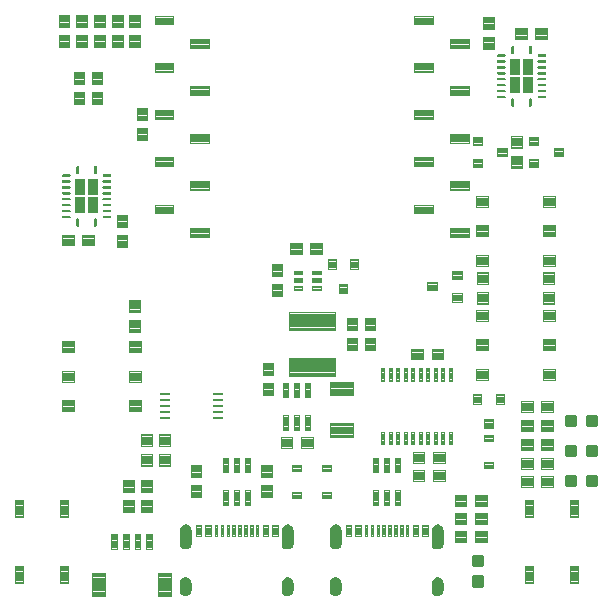
<source format=gtp>
G04 EAGLE Gerber RS-274X export*
G75*
%MOMM*%
%FSLAX34Y34*%
%LPD*%
%INSolderpaste Top*%
%IPPOS*%
%AMOC8*
5,1,8,0,0,1.08239X$1,22.5*%
G01*
%ADD10C,0.096000*%
%ADD11C,0.102000*%
%ADD12C,0.100000*%
%ADD13C,0.099059*%
%ADD14C,0.300000*%
%ADD15C,0.099000*%
%ADD16C,0.101600*%
%ADD17R,0.875000X0.250000*%
%ADD18C,0.100800*%
%ADD19C,0.102869*%
%ADD20R,0.920000X1.330000*%
%ADD21C,0.104000*%

G36*
X385900Y43951D02*
X385900Y43951D01*
X385901Y43951D01*
X386969Y43970D01*
X386976Y43975D01*
X386980Y43971D01*
X388017Y44227D01*
X388022Y44234D01*
X388028Y44231D01*
X388982Y44712D01*
X388986Y44719D01*
X388991Y44718D01*
X389815Y45399D01*
X389816Y45407D01*
X389822Y45407D01*
X390473Y46254D01*
X390473Y46262D01*
X390479Y46263D01*
X390926Y47234D01*
X390924Y47242D01*
X390929Y47244D01*
X391148Y48290D01*
X391145Y48297D01*
X391149Y48300D01*
X391149Y60300D01*
X391146Y60305D01*
X391149Y60308D01*
X390969Y61403D01*
X390963Y61409D01*
X390966Y61414D01*
X390547Y62442D01*
X390540Y62446D01*
X390542Y62451D01*
X389905Y63360D01*
X389897Y63363D01*
X389897Y63368D01*
X389074Y64112D01*
X389066Y64113D01*
X389065Y64119D01*
X388097Y64661D01*
X388088Y64660D01*
X388086Y64666D01*
X387022Y64979D01*
X387017Y64977D01*
X387013Y64977D01*
X387011Y64981D01*
X385903Y65049D01*
X385897Y65045D01*
X385893Y65049D01*
X384785Y64879D01*
X384779Y64873D01*
X384774Y64876D01*
X383732Y64464D01*
X383728Y64457D01*
X383723Y64459D01*
X382798Y63825D01*
X382796Y63817D01*
X382790Y63818D01*
X382030Y62995D01*
X382029Y62986D01*
X382023Y62986D01*
X381466Y62014D01*
X381467Y62006D01*
X381461Y62004D01*
X381134Y60932D01*
X381137Y60924D01*
X381132Y60921D01*
X381051Y59804D01*
X381052Y59801D01*
X381051Y59800D01*
X381051Y47800D01*
X381056Y47793D01*
X381052Y47789D01*
X381271Y46845D01*
X381277Y46839D01*
X381275Y46834D01*
X381699Y45962D01*
X381706Y45959D01*
X381704Y45953D01*
X382311Y45197D01*
X382319Y45195D01*
X382319Y45189D01*
X383079Y44588D01*
X383088Y44588D01*
X383089Y44582D01*
X383964Y44164D01*
X383972Y44166D01*
X383974Y44161D01*
X384920Y43949D01*
X384927Y43952D01*
X384931Y43947D01*
X385900Y43951D01*
G37*
G36*
X258900Y43951D02*
X258900Y43951D01*
X258901Y43951D01*
X259969Y43970D01*
X259976Y43975D01*
X259980Y43971D01*
X261017Y44227D01*
X261022Y44234D01*
X261028Y44231D01*
X261982Y44712D01*
X261986Y44719D01*
X261991Y44718D01*
X262815Y45399D01*
X262816Y45407D01*
X262822Y45407D01*
X263473Y46254D01*
X263473Y46262D01*
X263479Y46263D01*
X263926Y47234D01*
X263924Y47242D01*
X263929Y47244D01*
X264148Y48290D01*
X264145Y48297D01*
X264149Y48300D01*
X264149Y60300D01*
X264146Y60305D01*
X264149Y60308D01*
X263969Y61403D01*
X263963Y61409D01*
X263966Y61414D01*
X263547Y62442D01*
X263540Y62446D01*
X263542Y62451D01*
X262905Y63360D01*
X262897Y63363D01*
X262897Y63368D01*
X262074Y64112D01*
X262066Y64113D01*
X262065Y64119D01*
X261097Y64661D01*
X261088Y64660D01*
X261086Y64666D01*
X260022Y64979D01*
X260017Y64977D01*
X260013Y64977D01*
X260011Y64981D01*
X258903Y65049D01*
X258897Y65045D01*
X258893Y65049D01*
X257785Y64879D01*
X257779Y64873D01*
X257774Y64876D01*
X256732Y64464D01*
X256728Y64457D01*
X256723Y64459D01*
X255798Y63825D01*
X255796Y63817D01*
X255790Y63818D01*
X255030Y62995D01*
X255029Y62986D01*
X255023Y62986D01*
X254466Y62014D01*
X254467Y62006D01*
X254461Y62004D01*
X254134Y60932D01*
X254137Y60924D01*
X254132Y60921D01*
X254051Y59804D01*
X254052Y59801D01*
X254051Y59800D01*
X254051Y47800D01*
X254056Y47793D01*
X254052Y47789D01*
X254271Y46845D01*
X254277Y46839D01*
X254275Y46834D01*
X254699Y45962D01*
X254706Y45959D01*
X254704Y45953D01*
X255311Y45197D01*
X255319Y45195D01*
X255319Y45189D01*
X256079Y44588D01*
X256088Y44588D01*
X256089Y44582D01*
X256964Y44164D01*
X256972Y44166D01*
X256974Y44161D01*
X257920Y43949D01*
X257927Y43952D01*
X257931Y43947D01*
X258900Y43951D01*
G37*
G36*
X173481Y43960D02*
X173481Y43960D01*
X173488Y43965D01*
X173492Y43961D01*
X174544Y44211D01*
X174549Y44217D01*
X174554Y44214D01*
X175524Y44691D01*
X175527Y44699D01*
X175533Y44697D01*
X176372Y45378D01*
X176374Y45386D01*
X176380Y45386D01*
X177046Y46237D01*
X177047Y46245D01*
X177052Y46246D01*
X177513Y47223D01*
X177511Y47231D01*
X177517Y47234D01*
X177748Y48289D01*
X177745Y48297D01*
X177749Y48300D01*
X177749Y60300D01*
X177745Y60305D01*
X177749Y60308D01*
X177556Y61414D01*
X177550Y61419D01*
X177553Y61424D01*
X177120Y62459D01*
X177113Y62463D01*
X177115Y62468D01*
X176462Y63381D01*
X176454Y63383D01*
X176455Y63389D01*
X175616Y64133D01*
X175607Y64134D01*
X175607Y64139D01*
X174623Y64678D01*
X174615Y64677D01*
X174613Y64682D01*
X173534Y64989D01*
X173526Y64986D01*
X173523Y64991D01*
X172403Y65049D01*
X172398Y65046D01*
X172395Y65049D01*
X171349Y64931D01*
X171343Y64925D01*
X171338Y64929D01*
X170344Y64581D01*
X170340Y64574D01*
X170335Y64576D01*
X169443Y64016D01*
X169441Y64009D01*
X169435Y64009D01*
X168691Y63265D01*
X168689Y63257D01*
X168684Y63257D01*
X168124Y62365D01*
X168124Y62357D01*
X168119Y62356D01*
X167771Y61362D01*
X167774Y61354D01*
X167769Y61351D01*
X167651Y60306D01*
X167653Y60302D01*
X167651Y60300D01*
X167651Y48300D01*
X167654Y48295D01*
X167651Y48292D01*
X167809Y47296D01*
X167815Y47290D01*
X167812Y47285D01*
X168187Y46349D01*
X168194Y46345D01*
X168192Y46339D01*
X168766Y45510D01*
X168774Y45507D01*
X168773Y45502D01*
X169517Y44821D01*
X169526Y44820D01*
X169526Y44814D01*
X170403Y44316D01*
X170412Y44317D01*
X170414Y44312D01*
X171379Y44021D01*
X171387Y44024D01*
X171390Y44019D01*
X172397Y43951D01*
X172399Y43952D01*
X172400Y43951D01*
X173481Y43960D01*
G37*
G36*
X300481Y43960D02*
X300481Y43960D01*
X300488Y43965D01*
X300492Y43961D01*
X301544Y44211D01*
X301549Y44217D01*
X301554Y44214D01*
X302524Y44691D01*
X302527Y44699D01*
X302533Y44697D01*
X303372Y45378D01*
X303374Y45386D01*
X303380Y45386D01*
X304046Y46237D01*
X304047Y46245D01*
X304052Y46246D01*
X304513Y47223D01*
X304511Y47231D01*
X304517Y47234D01*
X304748Y48289D01*
X304745Y48297D01*
X304749Y48300D01*
X304749Y60300D01*
X304745Y60305D01*
X304749Y60308D01*
X304556Y61414D01*
X304550Y61419D01*
X304553Y61424D01*
X304120Y62459D01*
X304113Y62463D01*
X304115Y62468D01*
X303462Y63381D01*
X303454Y63383D01*
X303455Y63389D01*
X302616Y64133D01*
X302607Y64134D01*
X302607Y64139D01*
X301623Y64678D01*
X301615Y64677D01*
X301613Y64682D01*
X300534Y64989D01*
X300526Y64986D01*
X300523Y64991D01*
X299403Y65049D01*
X299398Y65046D01*
X299395Y65049D01*
X298349Y64931D01*
X298343Y64925D01*
X298338Y64929D01*
X297344Y64581D01*
X297340Y64574D01*
X297335Y64576D01*
X296443Y64016D01*
X296441Y64009D01*
X296435Y64009D01*
X295691Y63265D01*
X295689Y63257D01*
X295684Y63257D01*
X295124Y62365D01*
X295124Y62357D01*
X295119Y62356D01*
X294771Y61362D01*
X294774Y61354D01*
X294769Y61351D01*
X294651Y60306D01*
X294653Y60302D01*
X294651Y60300D01*
X294651Y48300D01*
X294654Y48295D01*
X294651Y48292D01*
X294809Y47296D01*
X294815Y47290D01*
X294812Y47285D01*
X295187Y46349D01*
X295194Y46345D01*
X295192Y46339D01*
X295766Y45510D01*
X295774Y45507D01*
X295773Y45502D01*
X296517Y44821D01*
X296526Y44820D01*
X296526Y44814D01*
X297403Y44316D01*
X297412Y44317D01*
X297414Y44312D01*
X298379Y44021D01*
X298387Y44024D01*
X298390Y44019D01*
X299397Y43951D01*
X299399Y43952D01*
X299400Y43951D01*
X300481Y43960D01*
G37*
G36*
X386404Y4455D02*
X386404Y4455D01*
X386407Y4451D01*
X387483Y4606D01*
X387488Y4612D01*
X387493Y4609D01*
X388507Y4999D01*
X388511Y5006D01*
X388517Y5005D01*
X389419Y5611D01*
X389421Y5619D01*
X389427Y5618D01*
X390171Y6410D01*
X390172Y6418D01*
X390178Y6418D01*
X390727Y7356D01*
X390726Y7364D01*
X390732Y7366D01*
X391059Y8402D01*
X391056Y8410D01*
X391061Y8413D01*
X391149Y9496D01*
X391147Y9499D01*
X391149Y9500D01*
X391149Y15500D01*
X391146Y15504D01*
X391149Y15506D01*
X390999Y16639D01*
X390993Y16645D01*
X390996Y16650D01*
X390598Y17720D01*
X390591Y17724D01*
X390593Y17730D01*
X389966Y18685D01*
X389958Y18688D01*
X389959Y18693D01*
X389136Y19485D01*
X389128Y19486D01*
X389127Y19492D01*
X388148Y20081D01*
X388140Y20080D01*
X388138Y20085D01*
X387053Y20441D01*
X387045Y20439D01*
X387042Y20443D01*
X385905Y20549D01*
X385896Y20544D01*
X385891Y20548D01*
X384754Y20341D01*
X384748Y20335D01*
X384743Y20338D01*
X383681Y19883D01*
X383677Y19876D01*
X383671Y19878D01*
X382736Y19198D01*
X382734Y19190D01*
X382728Y19191D01*
X381968Y18320D01*
X381968Y18312D01*
X381962Y18311D01*
X381415Y17292D01*
X381416Y17284D01*
X381411Y17282D01*
X381407Y17269D01*
X381394Y17220D01*
X381393Y17220D01*
X381394Y17220D01*
X381380Y17171D01*
X381366Y17121D01*
X381353Y17072D01*
X381339Y17023D01*
X381326Y16974D01*
X381312Y16924D01*
X381299Y16875D01*
X381285Y16826D01*
X381271Y16777D01*
X381258Y16727D01*
X381244Y16678D01*
X381231Y16629D01*
X381217Y16580D01*
X381204Y16530D01*
X381190Y16481D01*
X381177Y16432D01*
X381176Y16432D01*
X381163Y16383D01*
X381149Y16333D01*
X381104Y16168D01*
X381107Y16160D01*
X381102Y16157D01*
X381051Y15002D01*
X381052Y15001D01*
X381051Y15000D01*
X381051Y9000D01*
X381055Y8994D01*
X381052Y8991D01*
X381264Y7910D01*
X381270Y7905D01*
X381267Y7900D01*
X381714Y6894D01*
X381721Y6890D01*
X381719Y6884D01*
X382379Y6003D01*
X382387Y6000D01*
X382387Y5995D01*
X383226Y5282D01*
X383234Y5282D01*
X383235Y5276D01*
X384212Y4768D01*
X384220Y4769D01*
X384222Y4764D01*
X385287Y4486D01*
X385295Y4489D01*
X385298Y4485D01*
X386399Y4451D01*
X386404Y4455D01*
G37*
G36*
X259404Y4455D02*
X259404Y4455D01*
X259407Y4451D01*
X260483Y4606D01*
X260488Y4612D01*
X260493Y4609D01*
X261507Y4999D01*
X261511Y5006D01*
X261517Y5005D01*
X262419Y5611D01*
X262421Y5619D01*
X262427Y5618D01*
X263171Y6410D01*
X263172Y6418D01*
X263178Y6418D01*
X263727Y7356D01*
X263726Y7364D01*
X263732Y7366D01*
X264059Y8402D01*
X264056Y8410D01*
X264061Y8413D01*
X264149Y9496D01*
X264147Y9499D01*
X264149Y9500D01*
X264149Y15500D01*
X264146Y15504D01*
X264149Y15506D01*
X263999Y16639D01*
X263993Y16645D01*
X263996Y16650D01*
X263598Y17720D01*
X263591Y17724D01*
X263593Y17730D01*
X262966Y18685D01*
X262958Y18688D01*
X262959Y18693D01*
X262136Y19485D01*
X262128Y19486D01*
X262127Y19492D01*
X261148Y20081D01*
X261140Y20080D01*
X261138Y20085D01*
X260053Y20441D01*
X260045Y20439D01*
X260042Y20443D01*
X258905Y20549D01*
X258896Y20544D01*
X258891Y20548D01*
X257754Y20341D01*
X257748Y20335D01*
X257743Y20338D01*
X256681Y19883D01*
X256677Y19876D01*
X256671Y19878D01*
X255736Y19198D01*
X255734Y19190D01*
X255728Y19191D01*
X254968Y18320D01*
X254968Y18312D01*
X254962Y18311D01*
X254415Y17292D01*
X254416Y17284D01*
X254411Y17282D01*
X254407Y17269D01*
X254394Y17220D01*
X254393Y17220D01*
X254394Y17220D01*
X254380Y17171D01*
X254366Y17121D01*
X254353Y17072D01*
X254339Y17023D01*
X254326Y16974D01*
X254312Y16924D01*
X254299Y16875D01*
X254285Y16826D01*
X254271Y16777D01*
X254258Y16727D01*
X254244Y16678D01*
X254231Y16629D01*
X254217Y16580D01*
X254204Y16530D01*
X254190Y16481D01*
X254177Y16432D01*
X254176Y16432D01*
X254163Y16383D01*
X254149Y16333D01*
X254104Y16168D01*
X254107Y16160D01*
X254102Y16157D01*
X254051Y15002D01*
X254052Y15001D01*
X254051Y15000D01*
X254051Y9000D01*
X254055Y8994D01*
X254052Y8991D01*
X254264Y7910D01*
X254270Y7905D01*
X254267Y7900D01*
X254714Y6894D01*
X254721Y6890D01*
X254719Y6884D01*
X255379Y6003D01*
X255387Y6000D01*
X255387Y5995D01*
X256226Y5282D01*
X256234Y5282D01*
X256235Y5276D01*
X257212Y4768D01*
X257220Y4769D01*
X257222Y4764D01*
X258287Y4486D01*
X258295Y4489D01*
X258298Y4485D01*
X259399Y4451D01*
X259404Y4455D01*
G37*
G36*
X172902Y4455D02*
X172902Y4455D01*
X172907Y4451D01*
X173994Y4596D01*
X174000Y4602D01*
X174005Y4599D01*
X175033Y4983D01*
X175038Y4989D01*
X175043Y4988D01*
X175960Y5590D01*
X175963Y5598D01*
X175969Y5597D01*
X176729Y6389D01*
X176730Y6397D01*
X176736Y6398D01*
X177300Y7339D01*
X177300Y7342D01*
X177301Y7343D01*
X177300Y7345D01*
X177299Y7347D01*
X177305Y7349D01*
X177646Y8392D01*
X177644Y8400D01*
X177648Y8403D01*
X177749Y9496D01*
X177747Y9498D01*
X177749Y9500D01*
X177749Y15500D01*
X177747Y15503D01*
X177749Y15505D01*
X177648Y16597D01*
X177643Y16603D01*
X177646Y16608D01*
X177305Y17651D01*
X177298Y17656D01*
X177300Y17661D01*
X176736Y18602D01*
X176728Y18605D01*
X176729Y18611D01*
X175969Y19403D01*
X175961Y19404D01*
X175960Y19410D01*
X175043Y20013D01*
X175035Y20012D01*
X175033Y20018D01*
X174005Y20401D01*
X173997Y20399D01*
X173994Y20404D01*
X172907Y20549D01*
X172899Y20545D01*
X172895Y20549D01*
X171758Y20443D01*
X171752Y20438D01*
X171747Y20441D01*
X170662Y20085D01*
X170657Y20078D01*
X170652Y20081D01*
X169673Y19492D01*
X169670Y19484D01*
X169664Y19485D01*
X168841Y18693D01*
X168840Y18685D01*
X168834Y18685D01*
X168207Y17730D01*
X168208Y17722D01*
X168202Y17720D01*
X167804Y16650D01*
X167806Y16642D01*
X167801Y16639D01*
X167651Y15506D01*
X167654Y15502D01*
X167651Y15500D01*
X167651Y9500D01*
X167654Y9496D01*
X167651Y9494D01*
X167801Y8361D01*
X167807Y8355D01*
X167804Y8350D01*
X168202Y7280D01*
X168209Y7276D01*
X168207Y7270D01*
X168834Y6315D01*
X168842Y6312D01*
X168841Y6307D01*
X169664Y5515D01*
X169672Y5514D01*
X169673Y5508D01*
X170652Y4919D01*
X170660Y4920D01*
X170662Y4915D01*
X171747Y4559D01*
X171755Y4562D01*
X171758Y4557D01*
X172895Y4451D01*
X172902Y4455D01*
G37*
G36*
X299902Y4455D02*
X299902Y4455D01*
X299907Y4451D01*
X300994Y4596D01*
X301000Y4602D01*
X301005Y4599D01*
X302033Y4983D01*
X302038Y4989D01*
X302043Y4988D01*
X302960Y5590D01*
X302963Y5598D01*
X302969Y5597D01*
X303729Y6389D01*
X303730Y6397D01*
X303736Y6398D01*
X304300Y7339D01*
X304300Y7342D01*
X304301Y7343D01*
X304300Y7345D01*
X304299Y7347D01*
X304305Y7349D01*
X304646Y8392D01*
X304644Y8400D01*
X304648Y8403D01*
X304749Y9496D01*
X304747Y9498D01*
X304749Y9500D01*
X304749Y15500D01*
X304747Y15503D01*
X304749Y15505D01*
X304648Y16597D01*
X304643Y16603D01*
X304646Y16608D01*
X304305Y17651D01*
X304298Y17656D01*
X304300Y17661D01*
X303736Y18602D01*
X303728Y18605D01*
X303729Y18611D01*
X302969Y19403D01*
X302961Y19404D01*
X302960Y19410D01*
X302043Y20013D01*
X302035Y20012D01*
X302033Y20018D01*
X301005Y20401D01*
X300997Y20399D01*
X300994Y20404D01*
X299907Y20549D01*
X299899Y20545D01*
X299895Y20549D01*
X298758Y20443D01*
X298752Y20438D01*
X298747Y20441D01*
X297662Y20085D01*
X297657Y20078D01*
X297652Y20081D01*
X296673Y19492D01*
X296670Y19484D01*
X296664Y19485D01*
X295841Y18693D01*
X295840Y18685D01*
X295834Y18685D01*
X295207Y17730D01*
X295208Y17722D01*
X295202Y17720D01*
X294804Y16650D01*
X294806Y16642D01*
X294801Y16639D01*
X294651Y15506D01*
X294654Y15502D01*
X294651Y15500D01*
X294651Y9500D01*
X294654Y9496D01*
X294651Y9494D01*
X294801Y8361D01*
X294807Y8355D01*
X294804Y8350D01*
X295202Y7280D01*
X295209Y7276D01*
X295207Y7270D01*
X295834Y6315D01*
X295842Y6312D01*
X295841Y6307D01*
X296664Y5515D01*
X296672Y5514D01*
X296673Y5508D01*
X297652Y4919D01*
X297660Y4920D01*
X297662Y4915D01*
X298747Y4559D01*
X298755Y4562D01*
X298758Y4557D01*
X299895Y4451D01*
X299902Y4455D01*
G37*
G36*
X442705Y450954D02*
X442705Y450954D01*
X442708Y450951D01*
X443017Y451000D01*
X443025Y451008D01*
X443031Y451005D01*
X443310Y451147D01*
X443315Y451157D01*
X443323Y451156D01*
X443544Y451377D01*
X443545Y451389D01*
X443553Y451390D01*
X443695Y451669D01*
X443694Y451673D01*
X443698Y451676D01*
X443695Y451680D01*
X443700Y451683D01*
X443749Y451992D01*
X443743Y452002D01*
X443749Y452008D01*
X443700Y452317D01*
X443692Y452325D01*
X443695Y452331D01*
X443553Y452610D01*
X443543Y452615D01*
X443544Y452623D01*
X443323Y452844D01*
X443311Y452845D01*
X443310Y452853D01*
X443031Y452995D01*
X443020Y452993D01*
X443017Y453000D01*
X442708Y453049D01*
X442703Y453046D01*
X442700Y453049D01*
X437200Y453049D01*
X437195Y453046D01*
X437192Y453049D01*
X436883Y453000D01*
X436875Y452992D01*
X436869Y452995D01*
X436590Y452853D01*
X436585Y452843D01*
X436577Y452844D01*
X436356Y452623D01*
X436355Y452611D01*
X436347Y452610D01*
X436205Y452331D01*
X436207Y452320D01*
X436200Y452317D01*
X436151Y452008D01*
X436156Y451999D01*
X436155Y451998D01*
X436156Y451997D01*
X436151Y451992D01*
X436200Y451683D01*
X436208Y451675D01*
X436205Y451669D01*
X436347Y451390D01*
X436357Y451385D01*
X436356Y451377D01*
X436577Y451156D01*
X436589Y451155D01*
X436590Y451147D01*
X436869Y451005D01*
X436880Y451007D01*
X436883Y451000D01*
X437192Y450951D01*
X437197Y450954D01*
X437200Y450951D01*
X442700Y450951D01*
X442705Y450954D01*
G37*
G36*
X442705Y460954D02*
X442705Y460954D01*
X442708Y460951D01*
X443017Y461000D01*
X443025Y461008D01*
X443031Y461005D01*
X443310Y461147D01*
X443315Y461157D01*
X443323Y461156D01*
X443544Y461377D01*
X443545Y461389D01*
X443553Y461390D01*
X443695Y461669D01*
X443694Y461673D01*
X443698Y461676D01*
X443695Y461680D01*
X443700Y461683D01*
X443749Y461992D01*
X443743Y462002D01*
X443749Y462008D01*
X443700Y462317D01*
X443692Y462325D01*
X443695Y462331D01*
X443553Y462610D01*
X443543Y462615D01*
X443544Y462623D01*
X443323Y462844D01*
X443311Y462845D01*
X443310Y462853D01*
X443031Y462995D01*
X443020Y462993D01*
X443017Y463000D01*
X442708Y463049D01*
X442703Y463046D01*
X442700Y463049D01*
X437200Y463049D01*
X437195Y463046D01*
X437192Y463049D01*
X436883Y463000D01*
X436875Y462992D01*
X436869Y462995D01*
X436590Y462853D01*
X436585Y462843D01*
X436577Y462844D01*
X436356Y462623D01*
X436355Y462611D01*
X436347Y462610D01*
X436205Y462331D01*
X436207Y462320D01*
X436200Y462317D01*
X436151Y462008D01*
X436156Y461999D01*
X436155Y461998D01*
X436156Y461997D01*
X436151Y461992D01*
X436200Y461683D01*
X436208Y461675D01*
X436205Y461669D01*
X436347Y461390D01*
X436357Y461385D01*
X436356Y461377D01*
X436577Y461156D01*
X436589Y461155D01*
X436590Y461147D01*
X436869Y461005D01*
X436880Y461007D01*
X436883Y461000D01*
X437192Y460951D01*
X437197Y460954D01*
X437200Y460951D01*
X442700Y460951D01*
X442705Y460954D01*
G37*
G36*
X477205Y460954D02*
X477205Y460954D01*
X477208Y460951D01*
X477517Y461000D01*
X477525Y461008D01*
X477531Y461005D01*
X477810Y461147D01*
X477815Y461157D01*
X477823Y461156D01*
X478044Y461377D01*
X478045Y461389D01*
X478053Y461390D01*
X478195Y461669D01*
X478194Y461673D01*
X478198Y461676D01*
X478195Y461680D01*
X478200Y461683D01*
X478249Y461992D01*
X478243Y462002D01*
X478249Y462008D01*
X478200Y462317D01*
X478192Y462325D01*
X478195Y462331D01*
X478053Y462610D01*
X478043Y462615D01*
X478044Y462623D01*
X477823Y462844D01*
X477811Y462845D01*
X477810Y462853D01*
X477531Y462995D01*
X477520Y462993D01*
X477517Y463000D01*
X477208Y463049D01*
X477203Y463046D01*
X477200Y463049D01*
X471700Y463049D01*
X471695Y463046D01*
X471692Y463049D01*
X471383Y463000D01*
X471375Y462992D01*
X471369Y462995D01*
X471090Y462853D01*
X471085Y462843D01*
X471077Y462844D01*
X470856Y462623D01*
X470855Y462611D01*
X470847Y462610D01*
X470705Y462331D01*
X470707Y462320D01*
X470700Y462317D01*
X470651Y462008D01*
X470656Y461999D01*
X470655Y461998D01*
X470656Y461997D01*
X470651Y461992D01*
X470700Y461683D01*
X470708Y461675D01*
X470705Y461669D01*
X470847Y461390D01*
X470857Y461385D01*
X470856Y461377D01*
X471077Y461156D01*
X471089Y461155D01*
X471090Y461147D01*
X471369Y461005D01*
X471380Y461007D01*
X471383Y461000D01*
X471692Y460951D01*
X471697Y460954D01*
X471700Y460951D01*
X477200Y460951D01*
X477205Y460954D01*
G37*
G36*
X477205Y455954D02*
X477205Y455954D01*
X477208Y455951D01*
X477517Y456000D01*
X477525Y456008D01*
X477531Y456005D01*
X477810Y456147D01*
X477815Y456157D01*
X477823Y456156D01*
X478044Y456377D01*
X478045Y456389D01*
X478053Y456390D01*
X478195Y456669D01*
X478194Y456673D01*
X478198Y456676D01*
X478195Y456680D01*
X478200Y456683D01*
X478249Y456992D01*
X478243Y457002D01*
X478249Y457008D01*
X478200Y457317D01*
X478192Y457325D01*
X478195Y457331D01*
X478053Y457610D01*
X478043Y457615D01*
X478044Y457623D01*
X477823Y457844D01*
X477811Y457845D01*
X477810Y457853D01*
X477531Y457995D01*
X477520Y457993D01*
X477517Y458000D01*
X477208Y458049D01*
X477203Y458046D01*
X477200Y458049D01*
X471700Y458049D01*
X471695Y458046D01*
X471692Y458049D01*
X471383Y458000D01*
X471375Y457992D01*
X471369Y457995D01*
X471090Y457853D01*
X471085Y457843D01*
X471077Y457844D01*
X470856Y457623D01*
X470855Y457611D01*
X470847Y457610D01*
X470705Y457331D01*
X470707Y457320D01*
X470700Y457317D01*
X470651Y457008D01*
X470656Y456999D01*
X470655Y456998D01*
X470656Y456997D01*
X470651Y456992D01*
X470700Y456683D01*
X470708Y456675D01*
X470705Y456669D01*
X470847Y456390D01*
X470857Y456385D01*
X470856Y456377D01*
X471077Y456156D01*
X471089Y456155D01*
X471090Y456147D01*
X471369Y456005D01*
X471380Y456007D01*
X471383Y456000D01*
X471692Y455951D01*
X471697Y455954D01*
X471700Y455951D01*
X477200Y455951D01*
X477205Y455954D01*
G37*
G36*
X442705Y455954D02*
X442705Y455954D01*
X442708Y455951D01*
X443017Y456000D01*
X443025Y456008D01*
X443031Y456005D01*
X443310Y456147D01*
X443315Y456157D01*
X443323Y456156D01*
X443544Y456377D01*
X443545Y456389D01*
X443553Y456390D01*
X443695Y456669D01*
X443694Y456673D01*
X443698Y456676D01*
X443695Y456680D01*
X443700Y456683D01*
X443749Y456992D01*
X443743Y457002D01*
X443749Y457008D01*
X443700Y457317D01*
X443692Y457325D01*
X443695Y457331D01*
X443553Y457610D01*
X443543Y457615D01*
X443544Y457623D01*
X443323Y457844D01*
X443311Y457845D01*
X443310Y457853D01*
X443031Y457995D01*
X443020Y457993D01*
X443017Y458000D01*
X442708Y458049D01*
X442703Y458046D01*
X442700Y458049D01*
X437200Y458049D01*
X437195Y458046D01*
X437192Y458049D01*
X436883Y458000D01*
X436875Y457992D01*
X436869Y457995D01*
X436590Y457853D01*
X436585Y457843D01*
X436577Y457844D01*
X436356Y457623D01*
X436355Y457611D01*
X436347Y457610D01*
X436205Y457331D01*
X436207Y457320D01*
X436200Y457317D01*
X436151Y457008D01*
X436156Y456999D01*
X436155Y456998D01*
X436156Y456997D01*
X436151Y456992D01*
X436200Y456683D01*
X436208Y456675D01*
X436205Y456669D01*
X436347Y456390D01*
X436357Y456385D01*
X436356Y456377D01*
X436577Y456156D01*
X436589Y456155D01*
X436590Y456147D01*
X436869Y456005D01*
X436880Y456007D01*
X436883Y456000D01*
X437192Y455951D01*
X437197Y455954D01*
X437200Y455951D01*
X442700Y455951D01*
X442705Y455954D01*
G37*
G36*
X477205Y450954D02*
X477205Y450954D01*
X477208Y450951D01*
X477517Y451000D01*
X477525Y451008D01*
X477531Y451005D01*
X477810Y451147D01*
X477815Y451157D01*
X477823Y451156D01*
X478044Y451377D01*
X478045Y451389D01*
X478053Y451390D01*
X478195Y451669D01*
X478194Y451673D01*
X478198Y451676D01*
X478195Y451680D01*
X478200Y451683D01*
X478249Y451992D01*
X478243Y452002D01*
X478249Y452008D01*
X478200Y452317D01*
X478192Y452325D01*
X478195Y452331D01*
X478053Y452610D01*
X478043Y452615D01*
X478044Y452623D01*
X477823Y452844D01*
X477811Y452845D01*
X477810Y452853D01*
X477531Y452995D01*
X477520Y452993D01*
X477517Y453000D01*
X477208Y453049D01*
X477203Y453046D01*
X477200Y453049D01*
X471700Y453049D01*
X471695Y453046D01*
X471692Y453049D01*
X471383Y453000D01*
X471375Y452992D01*
X471369Y452995D01*
X471090Y452853D01*
X471085Y452843D01*
X471077Y452844D01*
X470856Y452623D01*
X470855Y452611D01*
X470847Y452610D01*
X470705Y452331D01*
X470707Y452320D01*
X470700Y452317D01*
X470651Y452008D01*
X470656Y451999D01*
X470655Y451998D01*
X470656Y451997D01*
X470651Y451992D01*
X470700Y451683D01*
X470708Y451675D01*
X470705Y451669D01*
X470847Y451390D01*
X470857Y451385D01*
X470856Y451377D01*
X471077Y451156D01*
X471089Y451155D01*
X471090Y451147D01*
X471369Y451005D01*
X471380Y451007D01*
X471383Y451000D01*
X471692Y450951D01*
X471697Y450954D01*
X471700Y450951D01*
X477200Y450951D01*
X477205Y450954D01*
G37*
G36*
X442705Y445954D02*
X442705Y445954D01*
X442708Y445951D01*
X443017Y446000D01*
X443025Y446008D01*
X443031Y446005D01*
X443310Y446147D01*
X443315Y446157D01*
X443323Y446156D01*
X443544Y446377D01*
X443545Y446389D01*
X443553Y446390D01*
X443695Y446669D01*
X443694Y446673D01*
X443698Y446676D01*
X443695Y446680D01*
X443700Y446683D01*
X443749Y446992D01*
X443743Y447002D01*
X443749Y447008D01*
X443700Y447317D01*
X443692Y447325D01*
X443695Y447331D01*
X443553Y447610D01*
X443543Y447615D01*
X443544Y447623D01*
X443323Y447844D01*
X443311Y447845D01*
X443310Y447853D01*
X443031Y447995D01*
X443020Y447993D01*
X443017Y448000D01*
X442708Y448049D01*
X442703Y448046D01*
X442700Y448049D01*
X437200Y448049D01*
X437195Y448046D01*
X437192Y448049D01*
X436883Y448000D01*
X436875Y447992D01*
X436869Y447995D01*
X436590Y447853D01*
X436585Y447843D01*
X436577Y447844D01*
X436356Y447623D01*
X436355Y447611D01*
X436347Y447610D01*
X436205Y447331D01*
X436207Y447320D01*
X436200Y447317D01*
X436151Y447008D01*
X436156Y446999D01*
X436155Y446998D01*
X436156Y446997D01*
X436151Y446992D01*
X436200Y446683D01*
X436208Y446675D01*
X436205Y446669D01*
X436347Y446390D01*
X436357Y446385D01*
X436356Y446377D01*
X436577Y446156D01*
X436589Y446155D01*
X436590Y446147D01*
X436869Y446005D01*
X436880Y446007D01*
X436883Y446000D01*
X437192Y445951D01*
X437197Y445954D01*
X437200Y445951D01*
X442700Y445951D01*
X442705Y445954D01*
G37*
G36*
X477205Y445954D02*
X477205Y445954D01*
X477208Y445951D01*
X477517Y446000D01*
X477525Y446008D01*
X477531Y446005D01*
X477810Y446147D01*
X477815Y446157D01*
X477823Y446156D01*
X478044Y446377D01*
X478045Y446389D01*
X478053Y446390D01*
X478195Y446669D01*
X478194Y446673D01*
X478198Y446676D01*
X478195Y446680D01*
X478200Y446683D01*
X478249Y446992D01*
X478243Y447002D01*
X478249Y447008D01*
X478200Y447317D01*
X478192Y447325D01*
X478195Y447331D01*
X478053Y447610D01*
X478043Y447615D01*
X478044Y447623D01*
X477823Y447844D01*
X477811Y447845D01*
X477810Y447853D01*
X477531Y447995D01*
X477520Y447993D01*
X477517Y448000D01*
X477208Y448049D01*
X477203Y448046D01*
X477200Y448049D01*
X471700Y448049D01*
X471695Y448046D01*
X471692Y448049D01*
X471383Y448000D01*
X471375Y447992D01*
X471369Y447995D01*
X471090Y447853D01*
X471085Y447843D01*
X471077Y447844D01*
X470856Y447623D01*
X470855Y447611D01*
X470847Y447610D01*
X470705Y447331D01*
X470707Y447320D01*
X470700Y447317D01*
X470651Y447008D01*
X470656Y446999D01*
X470655Y446998D01*
X470656Y446997D01*
X470651Y446992D01*
X470700Y446683D01*
X470708Y446675D01*
X470705Y446669D01*
X470847Y446390D01*
X470857Y446385D01*
X470856Y446377D01*
X471077Y446156D01*
X471089Y446155D01*
X471090Y446147D01*
X471369Y446005D01*
X471380Y446007D01*
X471383Y446000D01*
X471692Y445951D01*
X471697Y445954D01*
X471700Y445951D01*
X477200Y445951D01*
X477205Y445954D01*
G37*
G36*
X442705Y440954D02*
X442705Y440954D01*
X442708Y440951D01*
X443017Y441000D01*
X443025Y441008D01*
X443031Y441005D01*
X443310Y441147D01*
X443315Y441157D01*
X443323Y441156D01*
X443544Y441377D01*
X443545Y441389D01*
X443553Y441390D01*
X443695Y441669D01*
X443694Y441673D01*
X443698Y441676D01*
X443695Y441680D01*
X443700Y441683D01*
X443749Y441992D01*
X443743Y442002D01*
X443749Y442008D01*
X443700Y442317D01*
X443692Y442325D01*
X443695Y442331D01*
X443553Y442610D01*
X443543Y442615D01*
X443544Y442623D01*
X443323Y442844D01*
X443311Y442845D01*
X443310Y442853D01*
X443031Y442995D01*
X443020Y442993D01*
X443017Y443000D01*
X442708Y443049D01*
X442703Y443046D01*
X442700Y443049D01*
X437200Y443049D01*
X437195Y443046D01*
X437192Y443049D01*
X436883Y443000D01*
X436875Y442992D01*
X436869Y442995D01*
X436590Y442853D01*
X436585Y442843D01*
X436577Y442844D01*
X436356Y442623D01*
X436355Y442611D01*
X436347Y442610D01*
X436205Y442331D01*
X436207Y442320D01*
X436200Y442317D01*
X436151Y442008D01*
X436156Y441999D01*
X436155Y441998D01*
X436156Y441997D01*
X436151Y441992D01*
X436200Y441683D01*
X436208Y441675D01*
X436205Y441669D01*
X436347Y441390D01*
X436357Y441385D01*
X436356Y441377D01*
X436577Y441156D01*
X436589Y441155D01*
X436590Y441147D01*
X436869Y441005D01*
X436880Y441007D01*
X436883Y441000D01*
X437192Y440951D01*
X437197Y440954D01*
X437200Y440951D01*
X442700Y440951D01*
X442705Y440954D01*
G37*
G36*
X477205Y440954D02*
X477205Y440954D01*
X477208Y440951D01*
X477517Y441000D01*
X477525Y441008D01*
X477531Y441005D01*
X477810Y441147D01*
X477815Y441157D01*
X477823Y441156D01*
X478044Y441377D01*
X478045Y441389D01*
X478053Y441390D01*
X478195Y441669D01*
X478194Y441673D01*
X478198Y441676D01*
X478195Y441680D01*
X478200Y441683D01*
X478249Y441992D01*
X478243Y442002D01*
X478249Y442008D01*
X478200Y442317D01*
X478192Y442325D01*
X478195Y442331D01*
X478053Y442610D01*
X478043Y442615D01*
X478044Y442623D01*
X477823Y442844D01*
X477811Y442845D01*
X477810Y442853D01*
X477531Y442995D01*
X477520Y442993D01*
X477517Y443000D01*
X477208Y443049D01*
X477203Y443046D01*
X477200Y443049D01*
X471700Y443049D01*
X471695Y443046D01*
X471692Y443049D01*
X471383Y443000D01*
X471375Y442992D01*
X471369Y442995D01*
X471090Y442853D01*
X471085Y442843D01*
X471077Y442844D01*
X470856Y442623D01*
X470855Y442611D01*
X470847Y442610D01*
X470705Y442331D01*
X470707Y442320D01*
X470700Y442317D01*
X470651Y442008D01*
X470656Y441999D01*
X470655Y441998D01*
X470656Y441997D01*
X470651Y441992D01*
X470700Y441683D01*
X470708Y441675D01*
X470705Y441669D01*
X470847Y441390D01*
X470857Y441385D01*
X470856Y441377D01*
X471077Y441156D01*
X471089Y441155D01*
X471090Y441147D01*
X471369Y441005D01*
X471380Y441007D01*
X471383Y441000D01*
X471692Y440951D01*
X471697Y440954D01*
X471700Y440951D01*
X477200Y440951D01*
X477205Y440954D01*
G37*
G36*
X477205Y435954D02*
X477205Y435954D01*
X477208Y435951D01*
X477517Y436000D01*
X477525Y436008D01*
X477531Y436005D01*
X477810Y436147D01*
X477815Y436157D01*
X477823Y436156D01*
X478044Y436377D01*
X478045Y436389D01*
X478053Y436390D01*
X478195Y436669D01*
X478194Y436673D01*
X478198Y436676D01*
X478195Y436680D01*
X478200Y436683D01*
X478249Y436992D01*
X478243Y437002D01*
X478249Y437008D01*
X478200Y437317D01*
X478192Y437325D01*
X478195Y437331D01*
X478053Y437610D01*
X478043Y437615D01*
X478044Y437623D01*
X477823Y437844D01*
X477811Y437845D01*
X477810Y437853D01*
X477531Y437995D01*
X477520Y437993D01*
X477517Y438000D01*
X477208Y438049D01*
X477203Y438046D01*
X477200Y438049D01*
X471700Y438049D01*
X471695Y438046D01*
X471692Y438049D01*
X471383Y438000D01*
X471375Y437992D01*
X471369Y437995D01*
X471090Y437853D01*
X471085Y437843D01*
X471077Y437844D01*
X470856Y437623D01*
X470855Y437611D01*
X470847Y437610D01*
X470705Y437331D01*
X470707Y437320D01*
X470700Y437317D01*
X470651Y437008D01*
X470656Y436999D01*
X470655Y436998D01*
X470656Y436997D01*
X470651Y436992D01*
X470700Y436683D01*
X470708Y436675D01*
X470705Y436669D01*
X470847Y436390D01*
X470857Y436385D01*
X470856Y436377D01*
X471077Y436156D01*
X471089Y436155D01*
X471090Y436147D01*
X471369Y436005D01*
X471380Y436007D01*
X471383Y436000D01*
X471692Y435951D01*
X471697Y435954D01*
X471700Y435951D01*
X477200Y435951D01*
X477205Y435954D01*
G37*
G36*
X442705Y425954D02*
X442705Y425954D01*
X442708Y425951D01*
X443017Y426000D01*
X443025Y426008D01*
X443031Y426005D01*
X443310Y426147D01*
X443315Y426157D01*
X443323Y426156D01*
X443544Y426377D01*
X443545Y426389D01*
X443553Y426390D01*
X443695Y426669D01*
X443694Y426673D01*
X443698Y426676D01*
X443695Y426680D01*
X443700Y426683D01*
X443749Y426992D01*
X443743Y427002D01*
X443749Y427008D01*
X443700Y427317D01*
X443692Y427325D01*
X443695Y427331D01*
X443553Y427610D01*
X443543Y427615D01*
X443544Y427623D01*
X443323Y427844D01*
X443311Y427845D01*
X443310Y427853D01*
X443031Y427995D01*
X443020Y427993D01*
X443017Y428000D01*
X442708Y428049D01*
X442703Y428046D01*
X442700Y428049D01*
X437200Y428049D01*
X437195Y428046D01*
X437192Y428049D01*
X436883Y428000D01*
X436875Y427992D01*
X436869Y427995D01*
X436590Y427853D01*
X436585Y427843D01*
X436577Y427844D01*
X436356Y427623D01*
X436355Y427611D01*
X436347Y427610D01*
X436205Y427331D01*
X436207Y427320D01*
X436200Y427317D01*
X436151Y427008D01*
X436156Y426999D01*
X436155Y426998D01*
X436156Y426997D01*
X436151Y426992D01*
X436200Y426683D01*
X436208Y426675D01*
X436205Y426669D01*
X436347Y426390D01*
X436357Y426385D01*
X436356Y426377D01*
X436577Y426156D01*
X436589Y426155D01*
X436590Y426147D01*
X436869Y426005D01*
X436880Y426007D01*
X436883Y426000D01*
X437192Y425951D01*
X437197Y425954D01*
X437200Y425951D01*
X442700Y425951D01*
X442705Y425954D01*
G37*
G36*
X477205Y425954D02*
X477205Y425954D01*
X477208Y425951D01*
X477517Y426000D01*
X477525Y426008D01*
X477531Y426005D01*
X477810Y426147D01*
X477815Y426157D01*
X477823Y426156D01*
X478044Y426377D01*
X478045Y426389D01*
X478053Y426390D01*
X478195Y426669D01*
X478194Y426673D01*
X478198Y426676D01*
X478195Y426680D01*
X478200Y426683D01*
X478249Y426992D01*
X478243Y427002D01*
X478249Y427008D01*
X478200Y427317D01*
X478192Y427325D01*
X478195Y427331D01*
X478053Y427610D01*
X478043Y427615D01*
X478044Y427623D01*
X477823Y427844D01*
X477811Y427845D01*
X477810Y427853D01*
X477531Y427995D01*
X477520Y427993D01*
X477517Y428000D01*
X477208Y428049D01*
X477203Y428046D01*
X477200Y428049D01*
X471700Y428049D01*
X471695Y428046D01*
X471692Y428049D01*
X471383Y428000D01*
X471375Y427992D01*
X471369Y427995D01*
X471090Y427853D01*
X471085Y427843D01*
X471077Y427844D01*
X470856Y427623D01*
X470855Y427611D01*
X470847Y427610D01*
X470705Y427331D01*
X470707Y427320D01*
X470700Y427317D01*
X470651Y427008D01*
X470656Y426999D01*
X470655Y426998D01*
X470656Y426997D01*
X470651Y426992D01*
X470700Y426683D01*
X470708Y426675D01*
X470705Y426669D01*
X470847Y426390D01*
X470857Y426385D01*
X470856Y426377D01*
X471077Y426156D01*
X471089Y426155D01*
X471090Y426147D01*
X471369Y426005D01*
X471380Y426007D01*
X471383Y426000D01*
X471692Y425951D01*
X471697Y425954D01*
X471700Y425951D01*
X477200Y425951D01*
X477205Y425954D01*
G37*
G36*
X74405Y354354D02*
X74405Y354354D01*
X74408Y354351D01*
X74717Y354400D01*
X74725Y354408D01*
X74731Y354405D01*
X75010Y354547D01*
X75015Y354557D01*
X75023Y354556D01*
X75244Y354777D01*
X75245Y354789D01*
X75253Y354790D01*
X75395Y355069D01*
X75394Y355073D01*
X75398Y355076D01*
X75395Y355080D01*
X75400Y355083D01*
X75449Y355392D01*
X75443Y355402D01*
X75449Y355408D01*
X75400Y355717D01*
X75392Y355725D01*
X75395Y355731D01*
X75253Y356010D01*
X75243Y356015D01*
X75244Y356023D01*
X75023Y356244D01*
X75011Y356245D01*
X75010Y356253D01*
X74731Y356395D01*
X74720Y356393D01*
X74717Y356400D01*
X74408Y356449D01*
X74403Y356446D01*
X74400Y356449D01*
X68900Y356449D01*
X68895Y356446D01*
X68892Y356449D01*
X68583Y356400D01*
X68575Y356392D01*
X68569Y356395D01*
X68290Y356253D01*
X68285Y356243D01*
X68277Y356244D01*
X68056Y356023D01*
X68055Y356011D01*
X68047Y356010D01*
X67905Y355731D01*
X67907Y355720D01*
X67900Y355717D01*
X67851Y355408D01*
X67856Y355399D01*
X67855Y355398D01*
X67856Y355397D01*
X67851Y355392D01*
X67900Y355083D01*
X67908Y355075D01*
X67905Y355069D01*
X68047Y354790D01*
X68057Y354785D01*
X68056Y354777D01*
X68277Y354556D01*
X68289Y354555D01*
X68290Y354547D01*
X68569Y354405D01*
X68580Y354407D01*
X68583Y354400D01*
X68892Y354351D01*
X68897Y354354D01*
X68900Y354351D01*
X74400Y354351D01*
X74405Y354354D01*
G37*
G36*
X108905Y359354D02*
X108905Y359354D01*
X108908Y359351D01*
X109217Y359400D01*
X109225Y359408D01*
X109231Y359405D01*
X109510Y359547D01*
X109515Y359557D01*
X109523Y359556D01*
X109744Y359777D01*
X109745Y359789D01*
X109753Y359790D01*
X109895Y360069D01*
X109894Y360073D01*
X109898Y360076D01*
X109895Y360080D01*
X109900Y360083D01*
X109949Y360392D01*
X109943Y360402D01*
X109949Y360408D01*
X109900Y360717D01*
X109892Y360725D01*
X109895Y360731D01*
X109753Y361010D01*
X109743Y361015D01*
X109744Y361023D01*
X109523Y361244D01*
X109511Y361245D01*
X109510Y361253D01*
X109231Y361395D01*
X109220Y361393D01*
X109217Y361400D01*
X108908Y361449D01*
X108903Y361446D01*
X108900Y361449D01*
X103400Y361449D01*
X103395Y361446D01*
X103392Y361449D01*
X103083Y361400D01*
X103075Y361392D01*
X103069Y361395D01*
X102790Y361253D01*
X102785Y361243D01*
X102777Y361244D01*
X102556Y361023D01*
X102555Y361011D01*
X102547Y361010D01*
X102405Y360731D01*
X102407Y360720D01*
X102400Y360717D01*
X102351Y360408D01*
X102356Y360399D01*
X102355Y360398D01*
X102356Y360397D01*
X102351Y360392D01*
X102400Y360083D01*
X102408Y360075D01*
X102405Y360069D01*
X102547Y359790D01*
X102557Y359785D01*
X102556Y359777D01*
X102777Y359556D01*
X102789Y359555D01*
X102790Y359547D01*
X103069Y359405D01*
X103080Y359407D01*
X103083Y359400D01*
X103392Y359351D01*
X103397Y359354D01*
X103400Y359351D01*
X108900Y359351D01*
X108905Y359354D01*
G37*
G36*
X74405Y359354D02*
X74405Y359354D01*
X74408Y359351D01*
X74717Y359400D01*
X74725Y359408D01*
X74731Y359405D01*
X75010Y359547D01*
X75015Y359557D01*
X75023Y359556D01*
X75244Y359777D01*
X75245Y359789D01*
X75253Y359790D01*
X75395Y360069D01*
X75394Y360073D01*
X75398Y360076D01*
X75395Y360080D01*
X75400Y360083D01*
X75449Y360392D01*
X75443Y360402D01*
X75449Y360408D01*
X75400Y360717D01*
X75392Y360725D01*
X75395Y360731D01*
X75253Y361010D01*
X75243Y361015D01*
X75244Y361023D01*
X75023Y361244D01*
X75011Y361245D01*
X75010Y361253D01*
X74731Y361395D01*
X74720Y361393D01*
X74717Y361400D01*
X74408Y361449D01*
X74403Y361446D01*
X74400Y361449D01*
X68900Y361449D01*
X68895Y361446D01*
X68892Y361449D01*
X68583Y361400D01*
X68575Y361392D01*
X68569Y361395D01*
X68290Y361253D01*
X68285Y361243D01*
X68277Y361244D01*
X68056Y361023D01*
X68055Y361011D01*
X68047Y361010D01*
X67905Y360731D01*
X67907Y360720D01*
X67900Y360717D01*
X67851Y360408D01*
X67856Y360399D01*
X67855Y360398D01*
X67856Y360397D01*
X67851Y360392D01*
X67900Y360083D01*
X67908Y360075D01*
X67905Y360069D01*
X68047Y359790D01*
X68057Y359785D01*
X68056Y359777D01*
X68277Y359556D01*
X68289Y359555D01*
X68290Y359547D01*
X68569Y359405D01*
X68580Y359407D01*
X68583Y359400D01*
X68892Y359351D01*
X68897Y359354D01*
X68900Y359351D01*
X74400Y359351D01*
X74405Y359354D01*
G37*
G36*
X442705Y435954D02*
X442705Y435954D01*
X442708Y435951D01*
X443017Y436000D01*
X443025Y436008D01*
X443031Y436005D01*
X443310Y436147D01*
X443315Y436157D01*
X443323Y436156D01*
X443544Y436377D01*
X443545Y436389D01*
X443553Y436390D01*
X443695Y436669D01*
X443694Y436673D01*
X443698Y436676D01*
X443695Y436680D01*
X443700Y436683D01*
X443749Y436992D01*
X443743Y437002D01*
X443749Y437008D01*
X443700Y437317D01*
X443692Y437325D01*
X443695Y437331D01*
X443553Y437610D01*
X443543Y437615D01*
X443544Y437623D01*
X443323Y437844D01*
X443311Y437845D01*
X443310Y437853D01*
X443031Y437995D01*
X443020Y437993D01*
X443017Y438000D01*
X442708Y438049D01*
X442703Y438046D01*
X442700Y438049D01*
X437200Y438049D01*
X437195Y438046D01*
X437192Y438049D01*
X436883Y438000D01*
X436875Y437992D01*
X436869Y437995D01*
X436590Y437853D01*
X436585Y437843D01*
X436577Y437844D01*
X436356Y437623D01*
X436355Y437611D01*
X436347Y437610D01*
X436205Y437331D01*
X436207Y437320D01*
X436200Y437317D01*
X436151Y437008D01*
X436156Y436999D01*
X436155Y436998D01*
X436156Y436997D01*
X436151Y436992D01*
X436200Y436683D01*
X436208Y436675D01*
X436205Y436669D01*
X436347Y436390D01*
X436357Y436385D01*
X436356Y436377D01*
X436577Y436156D01*
X436589Y436155D01*
X436590Y436147D01*
X436869Y436005D01*
X436880Y436007D01*
X436883Y436000D01*
X437192Y435951D01*
X437197Y435954D01*
X437200Y435951D01*
X442700Y435951D01*
X442705Y435954D01*
G37*
G36*
X108905Y354354D02*
X108905Y354354D01*
X108908Y354351D01*
X109217Y354400D01*
X109225Y354408D01*
X109231Y354405D01*
X109510Y354547D01*
X109515Y354557D01*
X109523Y354556D01*
X109744Y354777D01*
X109745Y354789D01*
X109753Y354790D01*
X109895Y355069D01*
X109894Y355073D01*
X109898Y355076D01*
X109895Y355080D01*
X109900Y355083D01*
X109949Y355392D01*
X109943Y355402D01*
X109949Y355408D01*
X109900Y355717D01*
X109892Y355725D01*
X109895Y355731D01*
X109753Y356010D01*
X109743Y356015D01*
X109744Y356023D01*
X109523Y356244D01*
X109511Y356245D01*
X109510Y356253D01*
X109231Y356395D01*
X109220Y356393D01*
X109217Y356400D01*
X108908Y356449D01*
X108903Y356446D01*
X108900Y356449D01*
X103400Y356449D01*
X103395Y356446D01*
X103392Y356449D01*
X103083Y356400D01*
X103075Y356392D01*
X103069Y356395D01*
X102790Y356253D01*
X102785Y356243D01*
X102777Y356244D01*
X102556Y356023D01*
X102555Y356011D01*
X102547Y356010D01*
X102405Y355731D01*
X102407Y355720D01*
X102400Y355717D01*
X102351Y355408D01*
X102356Y355399D01*
X102355Y355398D01*
X102356Y355397D01*
X102351Y355392D01*
X102400Y355083D01*
X102408Y355075D01*
X102405Y355069D01*
X102547Y354790D01*
X102557Y354785D01*
X102556Y354777D01*
X102777Y354556D01*
X102789Y354555D01*
X102790Y354547D01*
X103069Y354405D01*
X103080Y354407D01*
X103083Y354400D01*
X103392Y354351D01*
X103397Y354354D01*
X103400Y354351D01*
X108900Y354351D01*
X108905Y354354D01*
G37*
G36*
X108905Y349354D02*
X108905Y349354D01*
X108908Y349351D01*
X109217Y349400D01*
X109225Y349408D01*
X109231Y349405D01*
X109510Y349547D01*
X109515Y349557D01*
X109523Y349556D01*
X109744Y349777D01*
X109745Y349789D01*
X109753Y349790D01*
X109895Y350069D01*
X109894Y350073D01*
X109898Y350076D01*
X109895Y350080D01*
X109900Y350083D01*
X109949Y350392D01*
X109943Y350402D01*
X109949Y350408D01*
X109900Y350717D01*
X109892Y350725D01*
X109895Y350731D01*
X109753Y351010D01*
X109743Y351015D01*
X109744Y351023D01*
X109523Y351244D01*
X109511Y351245D01*
X109510Y351253D01*
X109231Y351395D01*
X109220Y351393D01*
X109217Y351400D01*
X108908Y351449D01*
X108903Y351446D01*
X108900Y351449D01*
X103400Y351449D01*
X103395Y351446D01*
X103392Y351449D01*
X103083Y351400D01*
X103075Y351392D01*
X103069Y351395D01*
X102790Y351253D01*
X102785Y351243D01*
X102777Y351244D01*
X102556Y351023D01*
X102555Y351011D01*
X102547Y351010D01*
X102405Y350731D01*
X102407Y350720D01*
X102400Y350717D01*
X102351Y350408D01*
X102356Y350399D01*
X102355Y350398D01*
X102356Y350397D01*
X102351Y350392D01*
X102400Y350083D01*
X102408Y350075D01*
X102405Y350069D01*
X102547Y349790D01*
X102557Y349785D01*
X102556Y349777D01*
X102777Y349556D01*
X102789Y349555D01*
X102790Y349547D01*
X103069Y349405D01*
X103080Y349407D01*
X103083Y349400D01*
X103392Y349351D01*
X103397Y349354D01*
X103400Y349351D01*
X108900Y349351D01*
X108905Y349354D01*
G37*
G36*
X74405Y349354D02*
X74405Y349354D01*
X74408Y349351D01*
X74717Y349400D01*
X74725Y349408D01*
X74731Y349405D01*
X75010Y349547D01*
X75015Y349557D01*
X75023Y349556D01*
X75244Y349777D01*
X75245Y349789D01*
X75253Y349790D01*
X75395Y350069D01*
X75394Y350073D01*
X75398Y350076D01*
X75395Y350080D01*
X75400Y350083D01*
X75449Y350392D01*
X75443Y350402D01*
X75449Y350408D01*
X75400Y350717D01*
X75392Y350725D01*
X75395Y350731D01*
X75253Y351010D01*
X75243Y351015D01*
X75244Y351023D01*
X75023Y351244D01*
X75011Y351245D01*
X75010Y351253D01*
X74731Y351395D01*
X74720Y351393D01*
X74717Y351400D01*
X74408Y351449D01*
X74403Y351446D01*
X74400Y351449D01*
X68900Y351449D01*
X68895Y351446D01*
X68892Y351449D01*
X68583Y351400D01*
X68575Y351392D01*
X68569Y351395D01*
X68290Y351253D01*
X68285Y351243D01*
X68277Y351244D01*
X68056Y351023D01*
X68055Y351011D01*
X68047Y351010D01*
X67905Y350731D01*
X67907Y350720D01*
X67900Y350717D01*
X67851Y350408D01*
X67856Y350399D01*
X67855Y350398D01*
X67856Y350397D01*
X67851Y350392D01*
X67900Y350083D01*
X67908Y350075D01*
X67905Y350069D01*
X68047Y349790D01*
X68057Y349785D01*
X68056Y349777D01*
X68277Y349556D01*
X68289Y349555D01*
X68290Y349547D01*
X68569Y349405D01*
X68580Y349407D01*
X68583Y349400D01*
X68892Y349351D01*
X68897Y349354D01*
X68900Y349351D01*
X74400Y349351D01*
X74405Y349354D01*
G37*
G36*
X74405Y344354D02*
X74405Y344354D01*
X74408Y344351D01*
X74717Y344400D01*
X74725Y344408D01*
X74731Y344405D01*
X75010Y344547D01*
X75015Y344557D01*
X75023Y344556D01*
X75244Y344777D01*
X75245Y344789D01*
X75253Y344790D01*
X75395Y345069D01*
X75394Y345073D01*
X75398Y345076D01*
X75395Y345080D01*
X75400Y345083D01*
X75449Y345392D01*
X75443Y345402D01*
X75449Y345408D01*
X75400Y345717D01*
X75392Y345725D01*
X75395Y345731D01*
X75253Y346010D01*
X75243Y346015D01*
X75244Y346023D01*
X75023Y346244D01*
X75011Y346245D01*
X75010Y346253D01*
X74731Y346395D01*
X74720Y346393D01*
X74717Y346400D01*
X74408Y346449D01*
X74403Y346446D01*
X74400Y346449D01*
X68900Y346449D01*
X68895Y346446D01*
X68892Y346449D01*
X68583Y346400D01*
X68575Y346392D01*
X68569Y346395D01*
X68290Y346253D01*
X68285Y346243D01*
X68277Y346244D01*
X68056Y346023D01*
X68055Y346011D01*
X68047Y346010D01*
X67905Y345731D01*
X67907Y345720D01*
X67900Y345717D01*
X67851Y345408D01*
X67856Y345399D01*
X67855Y345398D01*
X67856Y345397D01*
X67851Y345392D01*
X67900Y345083D01*
X67908Y345075D01*
X67905Y345069D01*
X68047Y344790D01*
X68057Y344785D01*
X68056Y344777D01*
X68277Y344556D01*
X68289Y344555D01*
X68290Y344547D01*
X68569Y344405D01*
X68580Y344407D01*
X68583Y344400D01*
X68892Y344351D01*
X68897Y344354D01*
X68900Y344351D01*
X74400Y344351D01*
X74405Y344354D01*
G37*
G36*
X108905Y344354D02*
X108905Y344354D01*
X108908Y344351D01*
X109217Y344400D01*
X109225Y344408D01*
X109231Y344405D01*
X109510Y344547D01*
X109515Y344557D01*
X109523Y344556D01*
X109744Y344777D01*
X109745Y344789D01*
X109753Y344790D01*
X109895Y345069D01*
X109894Y345073D01*
X109898Y345076D01*
X109895Y345080D01*
X109900Y345083D01*
X109949Y345392D01*
X109943Y345402D01*
X109949Y345408D01*
X109900Y345717D01*
X109892Y345725D01*
X109895Y345731D01*
X109753Y346010D01*
X109743Y346015D01*
X109744Y346023D01*
X109523Y346244D01*
X109511Y346245D01*
X109510Y346253D01*
X109231Y346395D01*
X109220Y346393D01*
X109217Y346400D01*
X108908Y346449D01*
X108903Y346446D01*
X108900Y346449D01*
X103400Y346449D01*
X103395Y346446D01*
X103392Y346449D01*
X103083Y346400D01*
X103075Y346392D01*
X103069Y346395D01*
X102790Y346253D01*
X102785Y346243D01*
X102777Y346244D01*
X102556Y346023D01*
X102555Y346011D01*
X102547Y346010D01*
X102405Y345731D01*
X102407Y345720D01*
X102400Y345717D01*
X102351Y345408D01*
X102356Y345399D01*
X102355Y345398D01*
X102356Y345397D01*
X102351Y345392D01*
X102400Y345083D01*
X102408Y345075D01*
X102405Y345069D01*
X102547Y344790D01*
X102557Y344785D01*
X102556Y344777D01*
X102777Y344556D01*
X102789Y344555D01*
X102790Y344547D01*
X103069Y344405D01*
X103080Y344407D01*
X103083Y344400D01*
X103392Y344351D01*
X103397Y344354D01*
X103400Y344351D01*
X108900Y344351D01*
X108905Y344354D01*
G37*
G36*
X108905Y339354D02*
X108905Y339354D01*
X108908Y339351D01*
X109217Y339400D01*
X109225Y339408D01*
X109231Y339405D01*
X109510Y339547D01*
X109515Y339557D01*
X109523Y339556D01*
X109744Y339777D01*
X109745Y339789D01*
X109753Y339790D01*
X109895Y340069D01*
X109894Y340073D01*
X109898Y340076D01*
X109895Y340080D01*
X109900Y340083D01*
X109949Y340392D01*
X109943Y340402D01*
X109949Y340408D01*
X109900Y340717D01*
X109892Y340725D01*
X109895Y340731D01*
X109753Y341010D01*
X109743Y341015D01*
X109744Y341023D01*
X109523Y341244D01*
X109511Y341245D01*
X109510Y341253D01*
X109231Y341395D01*
X109220Y341393D01*
X109217Y341400D01*
X108908Y341449D01*
X108903Y341446D01*
X108900Y341449D01*
X103400Y341449D01*
X103395Y341446D01*
X103392Y341449D01*
X103083Y341400D01*
X103075Y341392D01*
X103069Y341395D01*
X102790Y341253D01*
X102785Y341243D01*
X102777Y341244D01*
X102556Y341023D01*
X102555Y341011D01*
X102547Y341010D01*
X102405Y340731D01*
X102407Y340720D01*
X102400Y340717D01*
X102351Y340408D01*
X102356Y340399D01*
X102355Y340398D01*
X102356Y340397D01*
X102351Y340392D01*
X102400Y340083D01*
X102408Y340075D01*
X102405Y340069D01*
X102547Y339790D01*
X102557Y339785D01*
X102556Y339777D01*
X102777Y339556D01*
X102789Y339555D01*
X102790Y339547D01*
X103069Y339405D01*
X103080Y339407D01*
X103083Y339400D01*
X103392Y339351D01*
X103397Y339354D01*
X103400Y339351D01*
X108900Y339351D01*
X108905Y339354D01*
G37*
G36*
X74405Y334354D02*
X74405Y334354D01*
X74408Y334351D01*
X74717Y334400D01*
X74725Y334408D01*
X74731Y334405D01*
X75010Y334547D01*
X75015Y334557D01*
X75023Y334556D01*
X75244Y334777D01*
X75245Y334789D01*
X75253Y334790D01*
X75395Y335069D01*
X75394Y335073D01*
X75398Y335076D01*
X75395Y335080D01*
X75400Y335083D01*
X75449Y335392D01*
X75443Y335402D01*
X75449Y335408D01*
X75400Y335717D01*
X75392Y335725D01*
X75395Y335731D01*
X75253Y336010D01*
X75243Y336015D01*
X75244Y336023D01*
X75023Y336244D01*
X75011Y336245D01*
X75010Y336253D01*
X74731Y336395D01*
X74720Y336393D01*
X74717Y336400D01*
X74408Y336449D01*
X74403Y336446D01*
X74400Y336449D01*
X68900Y336449D01*
X68895Y336446D01*
X68892Y336449D01*
X68583Y336400D01*
X68575Y336392D01*
X68569Y336395D01*
X68290Y336253D01*
X68285Y336243D01*
X68277Y336244D01*
X68056Y336023D01*
X68055Y336011D01*
X68047Y336010D01*
X67905Y335731D01*
X67907Y335720D01*
X67900Y335717D01*
X67851Y335408D01*
X67856Y335399D01*
X67855Y335398D01*
X67856Y335397D01*
X67851Y335392D01*
X67900Y335083D01*
X67908Y335075D01*
X67905Y335069D01*
X68047Y334790D01*
X68057Y334785D01*
X68056Y334777D01*
X68277Y334556D01*
X68289Y334555D01*
X68290Y334547D01*
X68569Y334405D01*
X68580Y334407D01*
X68583Y334400D01*
X68892Y334351D01*
X68897Y334354D01*
X68900Y334351D01*
X74400Y334351D01*
X74405Y334354D01*
G37*
G36*
X108905Y334354D02*
X108905Y334354D01*
X108908Y334351D01*
X109217Y334400D01*
X109225Y334408D01*
X109231Y334405D01*
X109510Y334547D01*
X109515Y334557D01*
X109523Y334556D01*
X109744Y334777D01*
X109745Y334789D01*
X109753Y334790D01*
X109895Y335069D01*
X109894Y335073D01*
X109898Y335076D01*
X109895Y335080D01*
X109900Y335083D01*
X109949Y335392D01*
X109943Y335402D01*
X109949Y335408D01*
X109900Y335717D01*
X109892Y335725D01*
X109895Y335731D01*
X109753Y336010D01*
X109743Y336015D01*
X109744Y336023D01*
X109523Y336244D01*
X109511Y336245D01*
X109510Y336253D01*
X109231Y336395D01*
X109220Y336393D01*
X109217Y336400D01*
X108908Y336449D01*
X108903Y336446D01*
X108900Y336449D01*
X103400Y336449D01*
X103395Y336446D01*
X103392Y336449D01*
X103083Y336400D01*
X103075Y336392D01*
X103069Y336395D01*
X102790Y336253D01*
X102785Y336243D01*
X102777Y336244D01*
X102556Y336023D01*
X102555Y336011D01*
X102547Y336010D01*
X102405Y335731D01*
X102407Y335720D01*
X102400Y335717D01*
X102351Y335408D01*
X102356Y335399D01*
X102355Y335398D01*
X102356Y335397D01*
X102351Y335392D01*
X102400Y335083D01*
X102408Y335075D01*
X102405Y335069D01*
X102547Y334790D01*
X102557Y334785D01*
X102556Y334777D01*
X102777Y334556D01*
X102789Y334555D01*
X102790Y334547D01*
X103069Y334405D01*
X103080Y334407D01*
X103083Y334400D01*
X103392Y334351D01*
X103397Y334354D01*
X103400Y334351D01*
X108900Y334351D01*
X108905Y334354D01*
G37*
G36*
X74405Y329354D02*
X74405Y329354D01*
X74408Y329351D01*
X74717Y329400D01*
X74725Y329408D01*
X74731Y329405D01*
X75010Y329547D01*
X75015Y329557D01*
X75023Y329556D01*
X75244Y329777D01*
X75245Y329789D01*
X75253Y329790D01*
X75395Y330069D01*
X75394Y330073D01*
X75398Y330076D01*
X75395Y330080D01*
X75400Y330083D01*
X75449Y330392D01*
X75443Y330402D01*
X75449Y330408D01*
X75400Y330717D01*
X75392Y330725D01*
X75395Y330731D01*
X75253Y331010D01*
X75243Y331015D01*
X75244Y331023D01*
X75023Y331244D01*
X75011Y331245D01*
X75010Y331253D01*
X74731Y331395D01*
X74720Y331393D01*
X74717Y331400D01*
X74408Y331449D01*
X74403Y331446D01*
X74400Y331449D01*
X68900Y331449D01*
X68895Y331446D01*
X68892Y331449D01*
X68583Y331400D01*
X68575Y331392D01*
X68569Y331395D01*
X68290Y331253D01*
X68285Y331243D01*
X68277Y331244D01*
X68056Y331023D01*
X68055Y331011D01*
X68047Y331010D01*
X67905Y330731D01*
X67907Y330720D01*
X67900Y330717D01*
X67851Y330408D01*
X67856Y330399D01*
X67855Y330398D01*
X67856Y330397D01*
X67851Y330392D01*
X67900Y330083D01*
X67908Y330075D01*
X67905Y330069D01*
X68047Y329790D01*
X68057Y329785D01*
X68056Y329777D01*
X68277Y329556D01*
X68289Y329555D01*
X68290Y329547D01*
X68569Y329405D01*
X68580Y329407D01*
X68583Y329400D01*
X68892Y329351D01*
X68897Y329354D01*
X68900Y329351D01*
X74400Y329351D01*
X74405Y329354D01*
G37*
G36*
X108905Y324354D02*
X108905Y324354D01*
X108908Y324351D01*
X109217Y324400D01*
X109225Y324408D01*
X109231Y324405D01*
X109510Y324547D01*
X109515Y324557D01*
X109523Y324556D01*
X109744Y324777D01*
X109745Y324789D01*
X109753Y324790D01*
X109895Y325069D01*
X109894Y325073D01*
X109898Y325076D01*
X109895Y325080D01*
X109900Y325083D01*
X109949Y325392D01*
X109943Y325402D01*
X109949Y325408D01*
X109900Y325717D01*
X109892Y325725D01*
X109895Y325731D01*
X109753Y326010D01*
X109743Y326015D01*
X109744Y326023D01*
X109523Y326244D01*
X109511Y326245D01*
X109510Y326253D01*
X109231Y326395D01*
X109220Y326393D01*
X109217Y326400D01*
X108908Y326449D01*
X108903Y326446D01*
X108900Y326449D01*
X103400Y326449D01*
X103395Y326446D01*
X103392Y326449D01*
X103083Y326400D01*
X103075Y326392D01*
X103069Y326395D01*
X102790Y326253D01*
X102785Y326243D01*
X102777Y326244D01*
X102556Y326023D01*
X102555Y326011D01*
X102547Y326010D01*
X102405Y325731D01*
X102407Y325720D01*
X102400Y325717D01*
X102351Y325408D01*
X102356Y325399D01*
X102355Y325398D01*
X102356Y325397D01*
X102351Y325392D01*
X102400Y325083D01*
X102408Y325075D01*
X102405Y325069D01*
X102547Y324790D01*
X102557Y324785D01*
X102556Y324777D01*
X102777Y324556D01*
X102789Y324555D01*
X102790Y324547D01*
X103069Y324405D01*
X103080Y324407D01*
X103083Y324400D01*
X103392Y324351D01*
X103397Y324354D01*
X103400Y324351D01*
X108900Y324351D01*
X108905Y324354D01*
G37*
G36*
X74405Y324354D02*
X74405Y324354D01*
X74408Y324351D01*
X74717Y324400D01*
X74725Y324408D01*
X74731Y324405D01*
X75010Y324547D01*
X75015Y324557D01*
X75023Y324556D01*
X75244Y324777D01*
X75245Y324789D01*
X75253Y324790D01*
X75395Y325069D01*
X75394Y325073D01*
X75398Y325076D01*
X75395Y325080D01*
X75400Y325083D01*
X75449Y325392D01*
X75443Y325402D01*
X75449Y325408D01*
X75400Y325717D01*
X75392Y325725D01*
X75395Y325731D01*
X75253Y326010D01*
X75243Y326015D01*
X75244Y326023D01*
X75023Y326244D01*
X75011Y326245D01*
X75010Y326253D01*
X74731Y326395D01*
X74720Y326393D01*
X74717Y326400D01*
X74408Y326449D01*
X74403Y326446D01*
X74400Y326449D01*
X68900Y326449D01*
X68895Y326446D01*
X68892Y326449D01*
X68583Y326400D01*
X68575Y326392D01*
X68569Y326395D01*
X68290Y326253D01*
X68285Y326243D01*
X68277Y326244D01*
X68056Y326023D01*
X68055Y326011D01*
X68047Y326010D01*
X67905Y325731D01*
X67907Y325720D01*
X67900Y325717D01*
X67851Y325408D01*
X67856Y325399D01*
X67855Y325398D01*
X67856Y325397D01*
X67851Y325392D01*
X67900Y325083D01*
X67908Y325075D01*
X67905Y325069D01*
X68047Y324790D01*
X68057Y324785D01*
X68056Y324777D01*
X68277Y324556D01*
X68289Y324555D01*
X68290Y324547D01*
X68569Y324405D01*
X68580Y324407D01*
X68583Y324400D01*
X68892Y324351D01*
X68897Y324354D01*
X68900Y324351D01*
X74400Y324351D01*
X74405Y324354D01*
G37*
G36*
X74405Y339354D02*
X74405Y339354D01*
X74408Y339351D01*
X74717Y339400D01*
X74725Y339408D01*
X74731Y339405D01*
X75010Y339547D01*
X75015Y339557D01*
X75023Y339556D01*
X75244Y339777D01*
X75245Y339789D01*
X75253Y339790D01*
X75395Y340069D01*
X75394Y340073D01*
X75398Y340076D01*
X75395Y340080D01*
X75400Y340083D01*
X75449Y340392D01*
X75443Y340402D01*
X75449Y340408D01*
X75400Y340717D01*
X75392Y340725D01*
X75395Y340731D01*
X75253Y341010D01*
X75243Y341015D01*
X75244Y341023D01*
X75023Y341244D01*
X75011Y341245D01*
X75010Y341253D01*
X74731Y341395D01*
X74720Y341393D01*
X74717Y341400D01*
X74408Y341449D01*
X74403Y341446D01*
X74400Y341449D01*
X68900Y341449D01*
X68895Y341446D01*
X68892Y341449D01*
X68583Y341400D01*
X68575Y341392D01*
X68569Y341395D01*
X68290Y341253D01*
X68285Y341243D01*
X68277Y341244D01*
X68056Y341023D01*
X68055Y341011D01*
X68047Y341010D01*
X67905Y340731D01*
X67907Y340720D01*
X67900Y340717D01*
X67851Y340408D01*
X67856Y340399D01*
X67855Y340398D01*
X67856Y340397D01*
X67851Y340392D01*
X67900Y340083D01*
X67908Y340075D01*
X67905Y340069D01*
X68047Y339790D01*
X68057Y339785D01*
X68056Y339777D01*
X68277Y339556D01*
X68289Y339555D01*
X68290Y339547D01*
X68569Y339405D01*
X68580Y339407D01*
X68583Y339400D01*
X68892Y339351D01*
X68897Y339354D01*
X68900Y339351D01*
X74400Y339351D01*
X74405Y339354D01*
G37*
G36*
X108905Y329354D02*
X108905Y329354D01*
X108908Y329351D01*
X109217Y329400D01*
X109225Y329408D01*
X109231Y329405D01*
X109510Y329547D01*
X109515Y329557D01*
X109523Y329556D01*
X109744Y329777D01*
X109745Y329789D01*
X109753Y329790D01*
X109895Y330069D01*
X109894Y330073D01*
X109898Y330076D01*
X109895Y330080D01*
X109900Y330083D01*
X109949Y330392D01*
X109943Y330402D01*
X109949Y330408D01*
X109900Y330717D01*
X109892Y330725D01*
X109895Y330731D01*
X109753Y331010D01*
X109743Y331015D01*
X109744Y331023D01*
X109523Y331244D01*
X109511Y331245D01*
X109510Y331253D01*
X109231Y331395D01*
X109220Y331393D01*
X109217Y331400D01*
X108908Y331449D01*
X108903Y331446D01*
X108900Y331449D01*
X103400Y331449D01*
X103395Y331446D01*
X103392Y331449D01*
X103083Y331400D01*
X103075Y331392D01*
X103069Y331395D01*
X102790Y331253D01*
X102785Y331243D01*
X102777Y331244D01*
X102556Y331023D01*
X102555Y331011D01*
X102547Y331010D01*
X102405Y330731D01*
X102407Y330720D01*
X102400Y330717D01*
X102351Y330408D01*
X102356Y330399D01*
X102355Y330398D01*
X102356Y330397D01*
X102351Y330392D01*
X102400Y330083D01*
X102408Y330075D01*
X102405Y330069D01*
X102547Y329790D01*
X102557Y329785D01*
X102556Y329777D01*
X102777Y329556D01*
X102789Y329555D01*
X102790Y329547D01*
X103069Y329405D01*
X103080Y329407D01*
X103083Y329400D01*
X103392Y329351D01*
X103397Y329354D01*
X103400Y329351D01*
X108900Y329351D01*
X108905Y329354D01*
G37*
G36*
X477205Y430954D02*
X477205Y430954D01*
X477208Y430951D01*
X477517Y431000D01*
X477525Y431008D01*
X477531Y431005D01*
X477810Y431147D01*
X477815Y431157D01*
X477823Y431156D01*
X478044Y431377D01*
X478045Y431389D01*
X478053Y431390D01*
X478195Y431669D01*
X478194Y431673D01*
X478198Y431676D01*
X478194Y431680D01*
X478200Y431683D01*
X478249Y431992D01*
X478243Y432002D01*
X478249Y432008D01*
X478200Y432317D01*
X478192Y432325D01*
X478195Y432331D01*
X478053Y432610D01*
X478043Y432615D01*
X478044Y432623D01*
X477823Y432844D01*
X477811Y432845D01*
X477810Y432853D01*
X477531Y432995D01*
X477520Y432993D01*
X477517Y433000D01*
X477208Y433049D01*
X477203Y433046D01*
X477200Y433049D01*
X471700Y433049D01*
X471695Y433046D01*
X471692Y433049D01*
X471383Y433000D01*
X471375Y432992D01*
X471369Y432995D01*
X471090Y432853D01*
X471085Y432843D01*
X471077Y432844D01*
X470856Y432623D01*
X470855Y432611D01*
X470847Y432610D01*
X470705Y432331D01*
X470707Y432320D01*
X470700Y432317D01*
X470651Y432008D01*
X470656Y431999D01*
X470655Y431998D01*
X470656Y431997D01*
X470651Y431992D01*
X470700Y431683D01*
X470708Y431675D01*
X470705Y431669D01*
X470847Y431390D01*
X470857Y431385D01*
X470856Y431377D01*
X471077Y431156D01*
X471089Y431155D01*
X471090Y431147D01*
X471369Y431005D01*
X471380Y431007D01*
X471383Y431000D01*
X471692Y430951D01*
X471697Y430954D01*
X471700Y430951D01*
X477200Y430951D01*
X477205Y430954D01*
G37*
G36*
X442705Y430954D02*
X442705Y430954D01*
X442708Y430951D01*
X443017Y431000D01*
X443025Y431008D01*
X443031Y431005D01*
X443310Y431147D01*
X443315Y431157D01*
X443323Y431156D01*
X443544Y431377D01*
X443545Y431389D01*
X443553Y431390D01*
X443695Y431669D01*
X443694Y431673D01*
X443698Y431676D01*
X443694Y431680D01*
X443700Y431683D01*
X443749Y431992D01*
X443743Y432002D01*
X443749Y432008D01*
X443700Y432317D01*
X443692Y432325D01*
X443695Y432331D01*
X443553Y432610D01*
X443543Y432615D01*
X443544Y432623D01*
X443323Y432844D01*
X443311Y432845D01*
X443310Y432853D01*
X443031Y432995D01*
X443020Y432993D01*
X443017Y433000D01*
X442708Y433049D01*
X442703Y433046D01*
X442700Y433049D01*
X437200Y433049D01*
X437195Y433046D01*
X437192Y433049D01*
X436883Y433000D01*
X436875Y432992D01*
X436869Y432995D01*
X436590Y432853D01*
X436585Y432843D01*
X436577Y432844D01*
X436356Y432623D01*
X436355Y432611D01*
X436347Y432610D01*
X436205Y432331D01*
X436207Y432320D01*
X436200Y432317D01*
X436151Y432008D01*
X436156Y431999D01*
X436155Y431998D01*
X436156Y431997D01*
X436151Y431992D01*
X436200Y431683D01*
X436208Y431675D01*
X436205Y431669D01*
X436347Y431390D01*
X436357Y431385D01*
X436356Y431377D01*
X436577Y431156D01*
X436589Y431155D01*
X436590Y431147D01*
X436869Y431005D01*
X436880Y431007D01*
X436883Y431000D01*
X437192Y430951D01*
X437197Y430954D01*
X437200Y430951D01*
X442700Y430951D01*
X442705Y430954D01*
G37*
G36*
X96717Y316900D02*
X96717Y316900D01*
X96725Y316908D01*
X96731Y316905D01*
X97010Y317047D01*
X97015Y317057D01*
X97023Y317056D01*
X97244Y317277D01*
X97245Y317289D01*
X97253Y317290D01*
X97395Y317569D01*
X97394Y317573D01*
X97398Y317576D01*
X97395Y317580D01*
X97400Y317583D01*
X97449Y317892D01*
X97446Y317897D01*
X97449Y317900D01*
X97449Y323400D01*
X97446Y323405D01*
X97449Y323408D01*
X97400Y323717D01*
X97392Y323725D01*
X97395Y323731D01*
X97253Y324010D01*
X97243Y324015D01*
X97244Y324023D01*
X97023Y324244D01*
X97011Y324245D01*
X97010Y324253D01*
X96731Y324395D01*
X96720Y324393D01*
X96717Y324400D01*
X96408Y324449D01*
X96398Y324443D01*
X96392Y324449D01*
X96083Y324400D01*
X96075Y324392D01*
X96069Y324395D01*
X95790Y324253D01*
X95785Y324243D01*
X95777Y324244D01*
X95556Y324023D01*
X95555Y324011D01*
X95547Y324010D01*
X95405Y323731D01*
X95407Y323720D01*
X95400Y323717D01*
X95351Y323408D01*
X95354Y323403D01*
X95351Y323400D01*
X95351Y317900D01*
X95354Y317895D01*
X95351Y317892D01*
X95400Y317583D01*
X95408Y317575D01*
X95405Y317569D01*
X95547Y317290D01*
X95557Y317285D01*
X95556Y317277D01*
X95777Y317056D01*
X95789Y317055D01*
X95790Y317047D01*
X96069Y316905D01*
X96080Y316907D01*
X96083Y316900D01*
X96392Y316851D01*
X96402Y316857D01*
X96408Y316851D01*
X96717Y316900D01*
G37*
G36*
X81717Y316900D02*
X81717Y316900D01*
X81725Y316908D01*
X81731Y316905D01*
X82010Y317047D01*
X82015Y317057D01*
X82023Y317056D01*
X82244Y317277D01*
X82245Y317289D01*
X82253Y317290D01*
X82395Y317569D01*
X82394Y317573D01*
X82398Y317576D01*
X82395Y317580D01*
X82400Y317583D01*
X82449Y317892D01*
X82446Y317897D01*
X82449Y317900D01*
X82449Y323400D01*
X82446Y323405D01*
X82449Y323408D01*
X82400Y323717D01*
X82392Y323725D01*
X82395Y323731D01*
X82253Y324010D01*
X82243Y324015D01*
X82244Y324023D01*
X82023Y324244D01*
X82011Y324245D01*
X82010Y324253D01*
X81731Y324395D01*
X81720Y324393D01*
X81717Y324400D01*
X81408Y324449D01*
X81398Y324443D01*
X81392Y324449D01*
X81083Y324400D01*
X81075Y324392D01*
X81069Y324395D01*
X80790Y324253D01*
X80785Y324243D01*
X80777Y324244D01*
X80556Y324023D01*
X80555Y324011D01*
X80547Y324010D01*
X80405Y323731D01*
X80407Y323720D01*
X80400Y323717D01*
X80351Y323408D01*
X80354Y323403D01*
X80351Y323400D01*
X80351Y317900D01*
X80354Y317895D01*
X80351Y317892D01*
X80400Y317583D01*
X80408Y317575D01*
X80405Y317569D01*
X80547Y317290D01*
X80557Y317285D01*
X80556Y317277D01*
X80777Y317056D01*
X80789Y317055D01*
X80790Y317047D01*
X81069Y316905D01*
X81080Y316907D01*
X81083Y316900D01*
X81392Y316851D01*
X81402Y316857D01*
X81408Y316851D01*
X81717Y316900D01*
G37*
G36*
X96717Y361400D02*
X96717Y361400D01*
X96725Y361408D01*
X96731Y361405D01*
X97010Y361547D01*
X97015Y361557D01*
X97023Y361556D01*
X97244Y361777D01*
X97245Y361789D01*
X97253Y361790D01*
X97395Y362069D01*
X97394Y362073D01*
X97398Y362076D01*
X97395Y362080D01*
X97400Y362083D01*
X97449Y362392D01*
X97446Y362397D01*
X97449Y362400D01*
X97449Y367900D01*
X97446Y367905D01*
X97449Y367908D01*
X97400Y368217D01*
X97392Y368225D01*
X97395Y368231D01*
X97253Y368510D01*
X97243Y368515D01*
X97244Y368523D01*
X97023Y368744D01*
X97011Y368745D01*
X97010Y368753D01*
X96731Y368895D01*
X96720Y368893D01*
X96717Y368900D01*
X96408Y368949D01*
X96398Y368943D01*
X96392Y368949D01*
X96083Y368900D01*
X96075Y368892D01*
X96069Y368895D01*
X95790Y368753D01*
X95785Y368743D01*
X95777Y368744D01*
X95556Y368523D01*
X95555Y368511D01*
X95547Y368510D01*
X95405Y368231D01*
X95407Y368220D01*
X95400Y368217D01*
X95351Y367908D01*
X95354Y367903D01*
X95351Y367900D01*
X95351Y362400D01*
X95354Y362395D01*
X95351Y362392D01*
X95400Y362083D01*
X95408Y362075D01*
X95405Y362069D01*
X95547Y361790D01*
X95557Y361785D01*
X95556Y361777D01*
X95777Y361556D01*
X95789Y361555D01*
X95790Y361547D01*
X96069Y361405D01*
X96080Y361407D01*
X96083Y361400D01*
X96392Y361351D01*
X96402Y361357D01*
X96408Y361351D01*
X96717Y361400D01*
G37*
G36*
X465017Y418500D02*
X465017Y418500D01*
X465025Y418508D01*
X465031Y418505D01*
X465310Y418647D01*
X465315Y418657D01*
X465323Y418656D01*
X465544Y418877D01*
X465545Y418889D01*
X465553Y418890D01*
X465695Y419169D01*
X465694Y419173D01*
X465698Y419176D01*
X465695Y419180D01*
X465700Y419183D01*
X465749Y419492D01*
X465746Y419497D01*
X465749Y419500D01*
X465749Y425000D01*
X465746Y425005D01*
X465749Y425008D01*
X465700Y425317D01*
X465692Y425325D01*
X465695Y425331D01*
X465553Y425610D01*
X465543Y425615D01*
X465544Y425623D01*
X465323Y425844D01*
X465311Y425845D01*
X465310Y425853D01*
X465031Y425995D01*
X465020Y425993D01*
X465017Y426000D01*
X464708Y426049D01*
X464698Y426043D01*
X464692Y426049D01*
X464383Y426000D01*
X464375Y425992D01*
X464369Y425995D01*
X464090Y425853D01*
X464085Y425843D01*
X464077Y425844D01*
X463856Y425623D01*
X463855Y425611D01*
X463847Y425610D01*
X463705Y425331D01*
X463707Y425320D01*
X463700Y425317D01*
X463651Y425008D01*
X463654Y425003D01*
X463651Y425000D01*
X463651Y419500D01*
X463654Y419495D01*
X463651Y419492D01*
X463700Y419183D01*
X463708Y419175D01*
X463705Y419169D01*
X463847Y418890D01*
X463857Y418885D01*
X463856Y418877D01*
X464077Y418656D01*
X464089Y418655D01*
X464090Y418647D01*
X464369Y418505D01*
X464380Y418507D01*
X464383Y418500D01*
X464692Y418451D01*
X464702Y418457D01*
X464708Y418451D01*
X465017Y418500D01*
G37*
G36*
X450017Y418500D02*
X450017Y418500D01*
X450025Y418508D01*
X450031Y418505D01*
X450310Y418647D01*
X450315Y418657D01*
X450323Y418656D01*
X450544Y418877D01*
X450545Y418889D01*
X450553Y418890D01*
X450695Y419169D01*
X450694Y419173D01*
X450698Y419176D01*
X450695Y419180D01*
X450700Y419183D01*
X450749Y419492D01*
X450746Y419497D01*
X450749Y419500D01*
X450749Y425000D01*
X450746Y425005D01*
X450749Y425008D01*
X450700Y425317D01*
X450692Y425325D01*
X450695Y425331D01*
X450553Y425610D01*
X450543Y425615D01*
X450544Y425623D01*
X450323Y425844D01*
X450311Y425845D01*
X450310Y425853D01*
X450031Y425995D01*
X450020Y425993D01*
X450017Y426000D01*
X449708Y426049D01*
X449698Y426043D01*
X449692Y426049D01*
X449383Y426000D01*
X449375Y425992D01*
X449369Y425995D01*
X449090Y425853D01*
X449085Y425843D01*
X449077Y425844D01*
X448856Y425623D01*
X448855Y425611D01*
X448847Y425610D01*
X448705Y425331D01*
X448707Y425320D01*
X448700Y425317D01*
X448651Y425008D01*
X448654Y425003D01*
X448651Y425000D01*
X448651Y419500D01*
X448654Y419495D01*
X448651Y419492D01*
X448700Y419183D01*
X448708Y419175D01*
X448705Y419169D01*
X448847Y418890D01*
X448857Y418885D01*
X448856Y418877D01*
X449077Y418656D01*
X449089Y418655D01*
X449090Y418647D01*
X449369Y418505D01*
X449380Y418507D01*
X449383Y418500D01*
X449692Y418451D01*
X449702Y418457D01*
X449708Y418451D01*
X450017Y418500D01*
G37*
G36*
X465017Y463000D02*
X465017Y463000D01*
X465025Y463008D01*
X465031Y463005D01*
X465310Y463147D01*
X465315Y463157D01*
X465323Y463156D01*
X465544Y463377D01*
X465545Y463389D01*
X465553Y463390D01*
X465695Y463669D01*
X465694Y463673D01*
X465698Y463676D01*
X465695Y463680D01*
X465700Y463683D01*
X465749Y463992D01*
X465746Y463997D01*
X465749Y464000D01*
X465749Y469500D01*
X465746Y469505D01*
X465749Y469508D01*
X465700Y469817D01*
X465692Y469825D01*
X465695Y469831D01*
X465553Y470110D01*
X465543Y470115D01*
X465544Y470123D01*
X465323Y470344D01*
X465311Y470345D01*
X465310Y470353D01*
X465031Y470495D01*
X465020Y470493D01*
X465017Y470500D01*
X464708Y470549D01*
X464698Y470543D01*
X464692Y470549D01*
X464383Y470500D01*
X464375Y470492D01*
X464369Y470495D01*
X464090Y470353D01*
X464085Y470343D01*
X464077Y470344D01*
X463856Y470123D01*
X463855Y470111D01*
X463847Y470110D01*
X463705Y469831D01*
X463707Y469820D01*
X463700Y469817D01*
X463651Y469508D01*
X463654Y469503D01*
X463651Y469500D01*
X463651Y464000D01*
X463654Y463995D01*
X463651Y463992D01*
X463700Y463683D01*
X463708Y463675D01*
X463705Y463669D01*
X463847Y463390D01*
X463857Y463385D01*
X463856Y463377D01*
X464077Y463156D01*
X464089Y463155D01*
X464090Y463147D01*
X464369Y463005D01*
X464380Y463007D01*
X464383Y463000D01*
X464692Y462951D01*
X464702Y462957D01*
X464708Y462951D01*
X465017Y463000D01*
G37*
G36*
X450017Y463000D02*
X450017Y463000D01*
X450025Y463008D01*
X450031Y463005D01*
X450310Y463147D01*
X450315Y463157D01*
X450323Y463156D01*
X450544Y463377D01*
X450545Y463389D01*
X450553Y463390D01*
X450695Y463669D01*
X450694Y463673D01*
X450698Y463676D01*
X450695Y463680D01*
X450700Y463683D01*
X450749Y463992D01*
X450746Y463997D01*
X450749Y464000D01*
X450749Y469500D01*
X450746Y469505D01*
X450749Y469508D01*
X450700Y469817D01*
X450692Y469825D01*
X450695Y469831D01*
X450553Y470110D01*
X450543Y470115D01*
X450544Y470123D01*
X450323Y470344D01*
X450311Y470345D01*
X450310Y470353D01*
X450031Y470495D01*
X450020Y470493D01*
X450017Y470500D01*
X449708Y470549D01*
X449698Y470543D01*
X449692Y470549D01*
X449383Y470500D01*
X449375Y470492D01*
X449369Y470495D01*
X449090Y470353D01*
X449085Y470343D01*
X449077Y470344D01*
X448856Y470123D01*
X448855Y470111D01*
X448847Y470110D01*
X448705Y469831D01*
X448707Y469820D01*
X448700Y469817D01*
X448651Y469508D01*
X448654Y469503D01*
X448651Y469500D01*
X448651Y464000D01*
X448654Y463995D01*
X448651Y463992D01*
X448700Y463683D01*
X448708Y463675D01*
X448705Y463669D01*
X448847Y463390D01*
X448857Y463385D01*
X448856Y463377D01*
X449077Y463156D01*
X449089Y463155D01*
X449090Y463147D01*
X449369Y463005D01*
X449380Y463007D01*
X449383Y463000D01*
X449692Y462951D01*
X449702Y462957D01*
X449708Y462951D01*
X450017Y463000D01*
G37*
G36*
X81717Y361400D02*
X81717Y361400D01*
X81725Y361408D01*
X81731Y361405D01*
X82010Y361547D01*
X82015Y361557D01*
X82023Y361556D01*
X82244Y361777D01*
X82245Y361789D01*
X82253Y361790D01*
X82395Y362069D01*
X82394Y362073D01*
X82398Y362076D01*
X82395Y362080D01*
X82400Y362083D01*
X82449Y362392D01*
X82446Y362397D01*
X82449Y362400D01*
X82449Y367900D01*
X82446Y367905D01*
X82449Y367908D01*
X82400Y368217D01*
X82392Y368225D01*
X82395Y368231D01*
X82253Y368510D01*
X82243Y368515D01*
X82244Y368523D01*
X82023Y368744D01*
X82011Y368745D01*
X82010Y368753D01*
X81731Y368895D01*
X81720Y368893D01*
X81717Y368900D01*
X81408Y368949D01*
X81398Y368943D01*
X81392Y368949D01*
X81083Y368900D01*
X81075Y368892D01*
X81069Y368895D01*
X80790Y368753D01*
X80785Y368743D01*
X80777Y368744D01*
X80556Y368523D01*
X80555Y368511D01*
X80547Y368510D01*
X80405Y368231D01*
X80407Y368220D01*
X80400Y368217D01*
X80351Y367908D01*
X80354Y367903D01*
X80351Y367900D01*
X80351Y362400D01*
X80354Y362395D01*
X80351Y362392D01*
X80400Y362083D01*
X80408Y362075D01*
X80405Y362069D01*
X80547Y361790D01*
X80557Y361785D01*
X80556Y361777D01*
X80777Y361556D01*
X80789Y361555D01*
X80790Y361547D01*
X81069Y361405D01*
X81080Y361407D01*
X81083Y361400D01*
X81392Y361351D01*
X81402Y361357D01*
X81408Y361351D01*
X81717Y361400D01*
G37*
D10*
X104520Y4530D02*
X93480Y4530D01*
X93480Y23570D01*
X104520Y23570D01*
X104520Y4530D01*
X104520Y5442D02*
X93480Y5442D01*
X93480Y6354D02*
X104520Y6354D01*
X104520Y7266D02*
X93480Y7266D01*
X93480Y8178D02*
X104520Y8178D01*
X104520Y9090D02*
X93480Y9090D01*
X93480Y10002D02*
X104520Y10002D01*
X104520Y10914D02*
X93480Y10914D01*
X93480Y11826D02*
X104520Y11826D01*
X104520Y12738D02*
X93480Y12738D01*
X93480Y13650D02*
X104520Y13650D01*
X104520Y14562D02*
X93480Y14562D01*
X93480Y15474D02*
X104520Y15474D01*
X104520Y16386D02*
X93480Y16386D01*
X93480Y17298D02*
X104520Y17298D01*
X104520Y18210D02*
X93480Y18210D01*
X93480Y19122D02*
X104520Y19122D01*
X104520Y20034D02*
X93480Y20034D01*
X93480Y20946D02*
X104520Y20946D01*
X104520Y21858D02*
X93480Y21858D01*
X93480Y22770D02*
X104520Y22770D01*
X149480Y4530D02*
X160520Y4530D01*
X149480Y4530D02*
X149480Y23570D01*
X160520Y23570D01*
X160520Y4530D01*
X160520Y5442D02*
X149480Y5442D01*
X149480Y6354D02*
X160520Y6354D01*
X160520Y7266D02*
X149480Y7266D01*
X149480Y8178D02*
X160520Y8178D01*
X160520Y9090D02*
X149480Y9090D01*
X149480Y10002D02*
X160520Y10002D01*
X160520Y10914D02*
X149480Y10914D01*
X149480Y11826D02*
X160520Y11826D01*
X160520Y12738D02*
X149480Y12738D01*
X149480Y13650D02*
X160520Y13650D01*
X160520Y14562D02*
X149480Y14562D01*
X149480Y15474D02*
X160520Y15474D01*
X160520Y16386D02*
X149480Y16386D01*
X149480Y17298D02*
X160520Y17298D01*
X160520Y18210D02*
X149480Y18210D01*
X149480Y19122D02*
X160520Y19122D01*
X160520Y20034D02*
X149480Y20034D01*
X149480Y20946D02*
X160520Y20946D01*
X160520Y21858D02*
X149480Y21858D01*
X149480Y22770D02*
X160520Y22770D01*
D11*
X114490Y44560D02*
X109510Y44560D01*
X109510Y57040D01*
X114490Y57040D01*
X114490Y44560D01*
X114490Y45529D02*
X109510Y45529D01*
X109510Y46498D02*
X114490Y46498D01*
X114490Y47467D02*
X109510Y47467D01*
X109510Y48436D02*
X114490Y48436D01*
X114490Y49405D02*
X109510Y49405D01*
X109510Y50374D02*
X114490Y50374D01*
X114490Y51343D02*
X109510Y51343D01*
X109510Y52312D02*
X114490Y52312D01*
X114490Y53281D02*
X109510Y53281D01*
X109510Y54250D02*
X114490Y54250D01*
X114490Y55219D02*
X109510Y55219D01*
X109510Y56188D02*
X114490Y56188D01*
X119510Y44560D02*
X124490Y44560D01*
X119510Y44560D02*
X119510Y57040D01*
X124490Y57040D01*
X124490Y44560D01*
X124490Y45529D02*
X119510Y45529D01*
X119510Y46498D02*
X124490Y46498D01*
X124490Y47467D02*
X119510Y47467D01*
X119510Y48436D02*
X124490Y48436D01*
X124490Y49405D02*
X119510Y49405D01*
X119510Y50374D02*
X124490Y50374D01*
X124490Y51343D02*
X119510Y51343D01*
X119510Y52312D02*
X124490Y52312D01*
X124490Y53281D02*
X119510Y53281D01*
X119510Y54250D02*
X124490Y54250D01*
X124490Y55219D02*
X119510Y55219D01*
X119510Y56188D02*
X124490Y56188D01*
X129510Y44560D02*
X134490Y44560D01*
X129510Y44560D02*
X129510Y57040D01*
X134490Y57040D01*
X134490Y44560D01*
X134490Y45529D02*
X129510Y45529D01*
X129510Y46498D02*
X134490Y46498D01*
X134490Y47467D02*
X129510Y47467D01*
X129510Y48436D02*
X134490Y48436D01*
X134490Y49405D02*
X129510Y49405D01*
X129510Y50374D02*
X134490Y50374D01*
X134490Y51343D02*
X129510Y51343D01*
X129510Y52312D02*
X134490Y52312D01*
X134490Y53281D02*
X129510Y53281D01*
X129510Y54250D02*
X134490Y54250D01*
X134490Y55219D02*
X129510Y55219D01*
X129510Y56188D02*
X134490Y56188D01*
X139510Y44560D02*
X144490Y44560D01*
X139510Y44560D02*
X139510Y57040D01*
X144490Y57040D01*
X144490Y44560D01*
X144490Y45529D02*
X139510Y45529D01*
X139510Y46498D02*
X144490Y46498D01*
X144490Y47467D02*
X139510Y47467D01*
X139510Y48436D02*
X144490Y48436D01*
X144490Y49405D02*
X139510Y49405D01*
X139510Y50374D02*
X144490Y50374D01*
X144490Y51343D02*
X139510Y51343D01*
X139510Y52312D02*
X144490Y52312D01*
X144490Y53281D02*
X139510Y53281D01*
X139510Y54250D02*
X144490Y54250D01*
X144490Y55219D02*
X139510Y55219D01*
X139510Y56188D02*
X144490Y56188D01*
D12*
X128960Y75400D02*
X128960Y85400D01*
X128960Y75400D02*
X119960Y75400D01*
X119960Y85400D01*
X128960Y85400D01*
X128960Y76350D02*
X119960Y76350D01*
X119960Y77300D02*
X128960Y77300D01*
X128960Y78250D02*
X119960Y78250D01*
X119960Y79200D02*
X128960Y79200D01*
X128960Y80150D02*
X119960Y80150D01*
X119960Y81100D02*
X128960Y81100D01*
X128960Y82050D02*
X119960Y82050D01*
X119960Y83000D02*
X128960Y83000D01*
X128960Y83950D02*
X119960Y83950D01*
X119960Y84900D02*
X128960Y84900D01*
X128960Y92400D02*
X128960Y102400D01*
X128960Y92400D02*
X119960Y92400D01*
X119960Y102400D01*
X128960Y102400D01*
X128960Y93350D02*
X119960Y93350D01*
X119960Y94300D02*
X128960Y94300D01*
X128960Y95250D02*
X119960Y95250D01*
X119960Y96200D02*
X128960Y96200D01*
X128960Y97150D02*
X119960Y97150D01*
X119960Y98100D02*
X128960Y98100D01*
X128960Y99050D02*
X119960Y99050D01*
X119960Y100000D02*
X128960Y100000D01*
X128960Y100950D02*
X119960Y100950D01*
X119960Y101900D02*
X128960Y101900D01*
X144200Y85400D02*
X144200Y75400D01*
X135200Y75400D01*
X135200Y85400D01*
X144200Y85400D01*
X144200Y76350D02*
X135200Y76350D01*
X135200Y77300D02*
X144200Y77300D01*
X144200Y78250D02*
X135200Y78250D01*
X135200Y79200D02*
X144200Y79200D01*
X144200Y80150D02*
X135200Y80150D01*
X135200Y81100D02*
X144200Y81100D01*
X144200Y82050D02*
X135200Y82050D01*
X135200Y83000D02*
X144200Y83000D01*
X144200Y83950D02*
X135200Y83950D01*
X135200Y84900D02*
X144200Y84900D01*
X144200Y92400D02*
X144200Y102400D01*
X144200Y92400D02*
X135200Y92400D01*
X135200Y102400D01*
X144200Y102400D01*
X144200Y93350D02*
X135200Y93350D01*
X135200Y94300D02*
X144200Y94300D01*
X144200Y95250D02*
X135200Y95250D01*
X135200Y96200D02*
X144200Y96200D01*
X144200Y97150D02*
X135200Y97150D01*
X135200Y98100D02*
X144200Y98100D01*
X144200Y99050D02*
X135200Y99050D01*
X135200Y100000D02*
X144200Y100000D01*
X144200Y100950D02*
X135200Y100950D01*
X135200Y101900D02*
X144200Y101900D01*
D13*
X73165Y71615D02*
X66535Y71615D01*
X66535Y85865D01*
X73165Y85865D01*
X73165Y71615D01*
X73165Y72556D02*
X66535Y72556D01*
X66535Y73497D02*
X73165Y73497D01*
X73165Y74438D02*
X66535Y74438D01*
X66535Y75379D02*
X73165Y75379D01*
X73165Y76320D02*
X66535Y76320D01*
X66535Y77261D02*
X73165Y77261D01*
X73165Y78202D02*
X66535Y78202D01*
X66535Y79143D02*
X73165Y79143D01*
X73165Y80084D02*
X66535Y80084D01*
X66535Y81025D02*
X73165Y81025D01*
X73165Y81966D02*
X66535Y81966D01*
X66535Y82907D02*
X73165Y82907D01*
X73165Y83848D02*
X66535Y83848D01*
X66535Y84789D02*
X73165Y84789D01*
X73165Y85730D02*
X66535Y85730D01*
X66535Y15735D02*
X73165Y15735D01*
X66535Y15735D02*
X66535Y29985D01*
X73165Y29985D01*
X73165Y15735D01*
X73165Y16676D02*
X66535Y16676D01*
X66535Y17617D02*
X73165Y17617D01*
X73165Y18558D02*
X66535Y18558D01*
X66535Y19499D02*
X73165Y19499D01*
X73165Y20440D02*
X66535Y20440D01*
X66535Y21381D02*
X73165Y21381D01*
X73165Y22322D02*
X66535Y22322D01*
X66535Y23263D02*
X73165Y23263D01*
X73165Y24204D02*
X66535Y24204D01*
X66535Y25145D02*
X73165Y25145D01*
X73165Y26086D02*
X66535Y26086D01*
X66535Y27027D02*
X73165Y27027D01*
X73165Y27968D02*
X66535Y27968D01*
X66535Y28909D02*
X73165Y28909D01*
X73165Y29850D02*
X66535Y29850D01*
X35065Y71615D02*
X28435Y71615D01*
X28435Y85865D01*
X35065Y85865D01*
X35065Y71615D01*
X35065Y72556D02*
X28435Y72556D01*
X28435Y73497D02*
X35065Y73497D01*
X35065Y74438D02*
X28435Y74438D01*
X28435Y75379D02*
X35065Y75379D01*
X35065Y76320D02*
X28435Y76320D01*
X28435Y77261D02*
X35065Y77261D01*
X35065Y78202D02*
X28435Y78202D01*
X28435Y79143D02*
X35065Y79143D01*
X35065Y80084D02*
X28435Y80084D01*
X28435Y81025D02*
X35065Y81025D01*
X35065Y81966D02*
X28435Y81966D01*
X28435Y82907D02*
X35065Y82907D01*
X35065Y83848D02*
X28435Y83848D01*
X28435Y84789D02*
X35065Y84789D01*
X35065Y85730D02*
X28435Y85730D01*
X28435Y15735D02*
X35065Y15735D01*
X28435Y15735D02*
X28435Y29985D01*
X35065Y29985D01*
X35065Y15735D01*
X35065Y16676D02*
X28435Y16676D01*
X28435Y17617D02*
X35065Y17617D01*
X35065Y18558D02*
X28435Y18558D01*
X28435Y19499D02*
X35065Y19499D01*
X35065Y20440D02*
X28435Y20440D01*
X28435Y21381D02*
X35065Y21381D01*
X35065Y22322D02*
X28435Y22322D01*
X28435Y23263D02*
X35065Y23263D01*
X35065Y24204D02*
X28435Y24204D01*
X28435Y25145D02*
X35065Y25145D01*
X35065Y26086D02*
X28435Y26086D01*
X28435Y27027D02*
X35065Y27027D01*
X35065Y27968D02*
X28435Y27968D01*
X28435Y28909D02*
X35065Y28909D01*
X35065Y29850D02*
X28435Y29850D01*
X460235Y29985D02*
X466865Y29985D01*
X466865Y15735D01*
X460235Y15735D01*
X460235Y29985D01*
X460235Y16676D02*
X466865Y16676D01*
X466865Y17617D02*
X460235Y17617D01*
X460235Y18558D02*
X466865Y18558D01*
X466865Y19499D02*
X460235Y19499D01*
X460235Y20440D02*
X466865Y20440D01*
X466865Y21381D02*
X460235Y21381D01*
X460235Y22322D02*
X466865Y22322D01*
X466865Y23263D02*
X460235Y23263D01*
X460235Y24204D02*
X466865Y24204D01*
X466865Y25145D02*
X460235Y25145D01*
X460235Y26086D02*
X466865Y26086D01*
X466865Y27027D02*
X460235Y27027D01*
X460235Y27968D02*
X466865Y27968D01*
X466865Y28909D02*
X460235Y28909D01*
X460235Y29850D02*
X466865Y29850D01*
X466865Y85865D02*
X460235Y85865D01*
X466865Y85865D02*
X466865Y71615D01*
X460235Y71615D01*
X460235Y85865D01*
X460235Y72556D02*
X466865Y72556D01*
X466865Y73497D02*
X460235Y73497D01*
X460235Y74438D02*
X466865Y74438D01*
X466865Y75379D02*
X460235Y75379D01*
X460235Y76320D02*
X466865Y76320D01*
X466865Y77261D02*
X460235Y77261D01*
X460235Y78202D02*
X466865Y78202D01*
X466865Y79143D02*
X460235Y79143D01*
X460235Y80084D02*
X466865Y80084D01*
X466865Y81025D02*
X460235Y81025D01*
X460235Y81966D02*
X466865Y81966D01*
X466865Y82907D02*
X460235Y82907D01*
X460235Y83848D02*
X466865Y83848D01*
X466865Y84789D02*
X460235Y84789D01*
X460235Y85730D02*
X466865Y85730D01*
X498335Y29985D02*
X504965Y29985D01*
X504965Y15735D01*
X498335Y15735D01*
X498335Y29985D01*
X498335Y16676D02*
X504965Y16676D01*
X504965Y17617D02*
X498335Y17617D01*
X498335Y18558D02*
X504965Y18558D01*
X504965Y19499D02*
X498335Y19499D01*
X498335Y20440D02*
X504965Y20440D01*
X504965Y21381D02*
X498335Y21381D01*
X498335Y22322D02*
X504965Y22322D01*
X504965Y23263D02*
X498335Y23263D01*
X498335Y24204D02*
X504965Y24204D01*
X504965Y25145D02*
X498335Y25145D01*
X498335Y26086D02*
X504965Y26086D01*
X504965Y27027D02*
X498335Y27027D01*
X498335Y27968D02*
X504965Y27968D01*
X504965Y28909D02*
X498335Y28909D01*
X498335Y29850D02*
X504965Y29850D01*
X504965Y85865D02*
X498335Y85865D01*
X504965Y85865D02*
X504965Y71615D01*
X498335Y71615D01*
X498335Y85865D01*
X498335Y72556D02*
X504965Y72556D01*
X504965Y73497D02*
X498335Y73497D01*
X498335Y74438D02*
X504965Y74438D01*
X504965Y75379D02*
X498335Y75379D01*
X498335Y76320D02*
X504965Y76320D01*
X504965Y77261D02*
X498335Y77261D01*
X498335Y78202D02*
X504965Y78202D01*
X504965Y79143D02*
X498335Y79143D01*
X498335Y80084D02*
X504965Y80084D01*
X504965Y81025D02*
X498335Y81025D01*
X498335Y81966D02*
X504965Y81966D01*
X504965Y82907D02*
X498335Y82907D01*
X498335Y83848D02*
X504965Y83848D01*
X504965Y84789D02*
X498335Y84789D01*
X498335Y85730D02*
X504965Y85730D01*
D12*
X410520Y50110D02*
X400520Y50110D01*
X400520Y59110D01*
X410520Y59110D01*
X410520Y50110D01*
X410520Y51060D02*
X400520Y51060D01*
X400520Y52010D02*
X410520Y52010D01*
X410520Y52960D02*
X400520Y52960D01*
X400520Y53910D02*
X410520Y53910D01*
X410520Y54860D02*
X400520Y54860D01*
X400520Y55810D02*
X410520Y55810D01*
X410520Y56760D02*
X400520Y56760D01*
X400520Y57710D02*
X410520Y57710D01*
X410520Y58660D02*
X400520Y58660D01*
X417520Y50110D02*
X427520Y50110D01*
X417520Y50110D02*
X417520Y59110D01*
X427520Y59110D01*
X427520Y50110D01*
X427520Y51060D02*
X417520Y51060D01*
X417520Y52010D02*
X427520Y52010D01*
X427520Y52960D02*
X417520Y52960D01*
X417520Y53910D02*
X427520Y53910D01*
X427520Y54860D02*
X417520Y54860D01*
X417520Y55810D02*
X427520Y55810D01*
X427520Y56760D02*
X417520Y56760D01*
X417520Y57710D02*
X427520Y57710D01*
X427520Y58660D02*
X417520Y58660D01*
D14*
X416870Y20130D02*
X423870Y20130D01*
X423870Y13130D01*
X416870Y13130D01*
X416870Y20130D01*
X416870Y15980D02*
X423870Y15980D01*
X423870Y18830D02*
X416870Y18830D01*
X416870Y37670D02*
X423870Y37670D01*
X423870Y30670D01*
X416870Y30670D01*
X416870Y37670D01*
X416870Y33520D02*
X423870Y33520D01*
X423870Y36370D02*
X416870Y36370D01*
X513270Y148900D02*
X513270Y155900D01*
X520270Y155900D01*
X520270Y148900D01*
X513270Y148900D01*
X513270Y151750D02*
X520270Y151750D01*
X520270Y154600D02*
X513270Y154600D01*
X495730Y155900D02*
X495730Y148900D01*
X495730Y155900D02*
X502730Y155900D01*
X502730Y148900D01*
X495730Y148900D01*
X495730Y151750D02*
X502730Y151750D01*
X502730Y154600D02*
X495730Y154600D01*
D12*
X466908Y128088D02*
X456908Y128088D01*
X456908Y137088D01*
X466908Y137088D01*
X466908Y128088D01*
X466908Y129038D02*
X456908Y129038D01*
X456908Y129988D02*
X466908Y129988D01*
X466908Y130938D02*
X456908Y130938D01*
X456908Y131888D02*
X466908Y131888D01*
X466908Y132838D02*
X456908Y132838D01*
X456908Y133788D02*
X466908Y133788D01*
X466908Y134738D02*
X456908Y134738D01*
X456908Y135688D02*
X466908Y135688D01*
X466908Y136638D02*
X456908Y136638D01*
X473908Y128088D02*
X483908Y128088D01*
X473908Y128088D02*
X473908Y137088D01*
X483908Y137088D01*
X483908Y128088D01*
X483908Y129038D02*
X473908Y129038D01*
X473908Y129988D02*
X483908Y129988D01*
X483908Y130938D02*
X473908Y130938D01*
X473908Y131888D02*
X483908Y131888D01*
X483908Y132838D02*
X473908Y132838D01*
X473908Y133788D02*
X483908Y133788D01*
X483908Y134738D02*
X473908Y134738D01*
X473908Y135688D02*
X483908Y135688D01*
X483908Y136638D02*
X473908Y136638D01*
D15*
X259455Y145094D02*
X254945Y145094D01*
X254945Y157604D01*
X259455Y157604D01*
X259455Y145094D01*
X259455Y146034D02*
X254945Y146034D01*
X254945Y146974D02*
X259455Y146974D01*
X259455Y147914D02*
X254945Y147914D01*
X254945Y148854D02*
X259455Y148854D01*
X259455Y149794D02*
X254945Y149794D01*
X254945Y150734D02*
X259455Y150734D01*
X259455Y151674D02*
X254945Y151674D01*
X254945Y152614D02*
X259455Y152614D01*
X259455Y153554D02*
X254945Y153554D01*
X254945Y154494D02*
X259455Y154494D01*
X259455Y155434D02*
X254945Y155434D01*
X254945Y156374D02*
X259455Y156374D01*
X259455Y157314D02*
X254945Y157314D01*
X264445Y145094D02*
X268955Y145094D01*
X264445Y145094D02*
X264445Y157604D01*
X268955Y157604D01*
X268955Y145094D01*
X268955Y146034D02*
X264445Y146034D01*
X264445Y146974D02*
X268955Y146974D01*
X268955Y147914D02*
X264445Y147914D01*
X264445Y148854D02*
X268955Y148854D01*
X268955Y149794D02*
X264445Y149794D01*
X264445Y150734D02*
X268955Y150734D01*
X268955Y151674D02*
X264445Y151674D01*
X264445Y152614D02*
X268955Y152614D01*
X268955Y153554D02*
X264445Y153554D01*
X264445Y154494D02*
X268955Y154494D01*
X268955Y155434D02*
X264445Y155434D01*
X264445Y156374D02*
X268955Y156374D01*
X268955Y157314D02*
X264445Y157314D01*
X273945Y145094D02*
X278455Y145094D01*
X273945Y145094D02*
X273945Y157604D01*
X278455Y157604D01*
X278455Y145094D01*
X278455Y146034D02*
X273945Y146034D01*
X273945Y146974D02*
X278455Y146974D01*
X278455Y147914D02*
X273945Y147914D01*
X273945Y148854D02*
X278455Y148854D01*
X278455Y149794D02*
X273945Y149794D01*
X273945Y150734D02*
X278455Y150734D01*
X278455Y151674D02*
X273945Y151674D01*
X273945Y152614D02*
X278455Y152614D01*
X278455Y153554D02*
X273945Y153554D01*
X273945Y154494D02*
X278455Y154494D01*
X278455Y155434D02*
X273945Y155434D01*
X273945Y156374D02*
X278455Y156374D01*
X278455Y157314D02*
X273945Y157314D01*
X273945Y172596D02*
X278455Y172596D01*
X273945Y172596D02*
X273945Y185106D01*
X278455Y185106D01*
X278455Y172596D01*
X278455Y173536D02*
X273945Y173536D01*
X273945Y174476D02*
X278455Y174476D01*
X278455Y175416D02*
X273945Y175416D01*
X273945Y176356D02*
X278455Y176356D01*
X278455Y177296D02*
X273945Y177296D01*
X273945Y178236D02*
X278455Y178236D01*
X278455Y179176D02*
X273945Y179176D01*
X273945Y180116D02*
X278455Y180116D01*
X278455Y181056D02*
X273945Y181056D01*
X273945Y181996D02*
X278455Y181996D01*
X278455Y182936D02*
X273945Y182936D01*
X273945Y183876D02*
X278455Y183876D01*
X278455Y184816D02*
X273945Y184816D01*
X268955Y172596D02*
X264445Y172596D01*
X264445Y185106D01*
X268955Y185106D01*
X268955Y172596D01*
X268955Y173536D02*
X264445Y173536D01*
X264445Y174476D02*
X268955Y174476D01*
X268955Y175416D02*
X264445Y175416D01*
X264445Y176356D02*
X268955Y176356D01*
X268955Y177296D02*
X264445Y177296D01*
X264445Y178236D02*
X268955Y178236D01*
X268955Y179176D02*
X264445Y179176D01*
X264445Y180116D02*
X268955Y180116D01*
X268955Y181056D02*
X264445Y181056D01*
X264445Y181996D02*
X268955Y181996D01*
X268955Y182936D02*
X264445Y182936D01*
X264445Y183876D02*
X268955Y183876D01*
X268955Y184816D02*
X264445Y184816D01*
X259455Y172596D02*
X254945Y172596D01*
X254945Y185106D01*
X259455Y185106D01*
X259455Y172596D01*
X259455Y173536D02*
X254945Y173536D01*
X254945Y174476D02*
X259455Y174476D01*
X259455Y175416D02*
X254945Y175416D01*
X254945Y176356D02*
X259455Y176356D01*
X259455Y177296D02*
X254945Y177296D01*
X254945Y178236D02*
X259455Y178236D01*
X259455Y179176D02*
X254945Y179176D01*
X254945Y180116D02*
X259455Y180116D01*
X259455Y181056D02*
X254945Y181056D01*
X254945Y181996D02*
X259455Y181996D01*
X259455Y182936D02*
X254945Y182936D01*
X254945Y183876D02*
X259455Y183876D01*
X259455Y184816D02*
X254945Y184816D01*
D10*
X259880Y190920D02*
X298920Y190920D01*
X259880Y190920D02*
X259880Y205960D01*
X298920Y205960D01*
X298920Y190920D01*
X298920Y191832D02*
X259880Y191832D01*
X259880Y192744D02*
X298920Y192744D01*
X298920Y193656D02*
X259880Y193656D01*
X259880Y194568D02*
X298920Y194568D01*
X298920Y195480D02*
X259880Y195480D01*
X259880Y196392D02*
X298920Y196392D01*
X298920Y197304D02*
X259880Y197304D01*
X259880Y198216D02*
X298920Y198216D01*
X298920Y199128D02*
X259880Y199128D01*
X259880Y200040D02*
X298920Y200040D01*
X298920Y200952D02*
X259880Y200952D01*
X259880Y201864D02*
X298920Y201864D01*
X298920Y202776D02*
X259880Y202776D01*
X259880Y203688D02*
X298920Y203688D01*
X298920Y204600D02*
X259880Y204600D01*
X259880Y205512D02*
X298920Y205512D01*
X298920Y229920D02*
X259880Y229920D01*
X259880Y244960D01*
X298920Y244960D01*
X298920Y229920D01*
X298920Y230832D02*
X259880Y230832D01*
X259880Y231744D02*
X298920Y231744D01*
X298920Y232656D02*
X259880Y232656D01*
X259880Y233568D02*
X298920Y233568D01*
X298920Y234480D02*
X259880Y234480D01*
X259880Y235392D02*
X298920Y235392D01*
X298920Y236304D02*
X259880Y236304D01*
X259880Y237216D02*
X298920Y237216D01*
X298920Y238128D02*
X259880Y238128D01*
X259880Y239040D02*
X298920Y239040D01*
X298920Y239952D02*
X259880Y239952D01*
X259880Y240864D02*
X298920Y240864D01*
X298920Y241776D02*
X259880Y241776D01*
X259880Y242688D02*
X298920Y242688D01*
X298920Y243600D02*
X259880Y243600D01*
X259880Y244512D02*
X298920Y244512D01*
D12*
X247070Y184460D02*
X247070Y174460D01*
X238070Y174460D01*
X238070Y184460D01*
X247070Y184460D01*
X247070Y175410D02*
X238070Y175410D01*
X238070Y176360D02*
X247070Y176360D01*
X247070Y177310D02*
X238070Y177310D01*
X238070Y178260D02*
X247070Y178260D01*
X247070Y179210D02*
X238070Y179210D01*
X238070Y180160D02*
X247070Y180160D01*
X247070Y181110D02*
X238070Y181110D01*
X238070Y182060D02*
X247070Y182060D01*
X247070Y183010D02*
X238070Y183010D01*
X238070Y183960D02*
X247070Y183960D01*
X247070Y191460D02*
X247070Y201460D01*
X247070Y191460D02*
X238070Y191460D01*
X238070Y201460D01*
X247070Y201460D01*
X247070Y192410D02*
X238070Y192410D01*
X238070Y193360D02*
X247070Y193360D01*
X247070Y194310D02*
X238070Y194310D01*
X238070Y195260D02*
X247070Y195260D01*
X247070Y196210D02*
X238070Y196210D01*
X238070Y197160D02*
X247070Y197160D01*
X247070Y198110D02*
X238070Y198110D01*
X238070Y199060D02*
X247070Y199060D01*
X247070Y200010D02*
X238070Y200010D01*
X238070Y200960D02*
X247070Y200960D01*
X324430Y229560D02*
X324430Y239560D01*
X333430Y239560D01*
X333430Y229560D01*
X324430Y229560D01*
X324430Y230510D02*
X333430Y230510D01*
X333430Y231460D02*
X324430Y231460D01*
X324430Y232410D02*
X333430Y232410D01*
X333430Y233360D02*
X324430Y233360D01*
X324430Y234310D02*
X333430Y234310D01*
X333430Y235260D02*
X324430Y235260D01*
X324430Y236210D02*
X333430Y236210D01*
X333430Y237160D02*
X324430Y237160D01*
X324430Y238110D02*
X333430Y238110D01*
X333430Y239060D02*
X324430Y239060D01*
X324430Y222560D02*
X324430Y212560D01*
X324430Y222560D02*
X333430Y222560D01*
X333430Y212560D01*
X324430Y212560D01*
X324430Y213510D02*
X333430Y213510D01*
X333430Y214460D02*
X324430Y214460D01*
X324430Y215410D02*
X333430Y215410D01*
X333430Y216360D02*
X324430Y216360D01*
X324430Y217310D02*
X333430Y217310D01*
X333430Y218260D02*
X324430Y218260D01*
X324430Y219210D02*
X333430Y219210D01*
X333430Y220160D02*
X324430Y220160D01*
X324430Y221110D02*
X333430Y221110D01*
X333430Y222060D02*
X324430Y222060D01*
X309190Y229560D02*
X309190Y239560D01*
X318190Y239560D01*
X318190Y229560D01*
X309190Y229560D01*
X309190Y230510D02*
X318190Y230510D01*
X318190Y231460D02*
X309190Y231460D01*
X309190Y232410D02*
X318190Y232410D01*
X318190Y233360D02*
X309190Y233360D01*
X309190Y234310D02*
X318190Y234310D01*
X318190Y235260D02*
X309190Y235260D01*
X309190Y236210D02*
X318190Y236210D01*
X318190Y237160D02*
X309190Y237160D01*
X309190Y238110D02*
X318190Y238110D01*
X318190Y239060D02*
X309190Y239060D01*
X309190Y222560D02*
X309190Y212560D01*
X309190Y222560D02*
X318190Y222560D01*
X318190Y212560D01*
X309190Y212560D01*
X309190Y213510D02*
X318190Y213510D01*
X318190Y214460D02*
X309190Y214460D01*
X309190Y215410D02*
X318190Y215410D01*
X318190Y216360D02*
X309190Y216360D01*
X309190Y217310D02*
X318190Y217310D01*
X318190Y218260D02*
X309190Y218260D01*
X309190Y219210D02*
X318190Y219210D01*
X318190Y220160D02*
X309190Y220160D01*
X309190Y221110D02*
X318190Y221110D01*
X318190Y222060D02*
X309190Y222060D01*
D16*
X314592Y150852D02*
X314592Y139168D01*
X295008Y139168D01*
X295008Y150852D01*
X314592Y150852D01*
X314592Y140133D02*
X295008Y140133D01*
X295008Y141098D02*
X314592Y141098D01*
X314592Y142063D02*
X295008Y142063D01*
X295008Y143028D02*
X314592Y143028D01*
X314592Y143993D02*
X295008Y143993D01*
X295008Y144958D02*
X314592Y144958D01*
X314592Y145923D02*
X295008Y145923D01*
X295008Y146888D02*
X314592Y146888D01*
X314592Y147853D02*
X295008Y147853D01*
X295008Y148818D02*
X314592Y148818D01*
X314592Y149783D02*
X295008Y149783D01*
X295008Y150748D02*
X314592Y150748D01*
X314592Y174268D02*
X314592Y185952D01*
X314592Y174268D02*
X295008Y174268D01*
X295008Y185952D01*
X314592Y185952D01*
X314592Y175233D02*
X295008Y175233D01*
X295008Y176198D02*
X314592Y176198D01*
X314592Y177163D02*
X295008Y177163D01*
X295008Y178128D02*
X314592Y178128D01*
X314592Y179093D02*
X295008Y179093D01*
X295008Y180058D02*
X314592Y180058D01*
X314592Y181023D02*
X295008Y181023D01*
X295008Y181988D02*
X314592Y181988D01*
X314592Y182953D02*
X295008Y182953D01*
X295008Y183918D02*
X314592Y183918D01*
X314592Y184883D02*
X295008Y184883D01*
X295008Y185848D02*
X314592Y185848D01*
D12*
X263200Y130120D02*
X253200Y130120D01*
X253200Y139120D01*
X263200Y139120D01*
X263200Y130120D01*
X263200Y131070D02*
X253200Y131070D01*
X253200Y132020D02*
X263200Y132020D01*
X263200Y132970D02*
X253200Y132970D01*
X253200Y133920D02*
X263200Y133920D01*
X263200Y134870D02*
X253200Y134870D01*
X253200Y135820D02*
X263200Y135820D01*
X263200Y136770D02*
X253200Y136770D01*
X253200Y137720D02*
X263200Y137720D01*
X263200Y138670D02*
X253200Y138670D01*
X270200Y130120D02*
X280200Y130120D01*
X270200Y130120D02*
X270200Y139120D01*
X280200Y139120D01*
X280200Y130120D01*
X280200Y131070D02*
X270200Y131070D01*
X270200Y132020D02*
X280200Y132020D01*
X280200Y132970D02*
X270200Y132970D01*
X270200Y133920D02*
X280200Y133920D01*
X280200Y134870D02*
X270200Y134870D01*
X270200Y135820D02*
X280200Y135820D01*
X280200Y136770D02*
X270200Y136770D01*
X270200Y137720D02*
X280200Y137720D01*
X280200Y138670D02*
X270200Y138670D01*
D11*
X162390Y488360D02*
X162390Y495840D01*
X162390Y488360D02*
X146410Y488360D01*
X146410Y495840D01*
X162390Y495840D01*
X162390Y489329D02*
X146410Y489329D01*
X146410Y490298D02*
X162390Y490298D01*
X162390Y491267D02*
X146410Y491267D01*
X146410Y492236D02*
X162390Y492236D01*
X162390Y493205D02*
X146410Y493205D01*
X146410Y494174D02*
X162390Y494174D01*
X162390Y495143D02*
X146410Y495143D01*
X192390Y475840D02*
X192390Y468360D01*
X176410Y468360D01*
X176410Y475840D01*
X192390Y475840D01*
X192390Y469329D02*
X176410Y469329D01*
X176410Y470298D02*
X192390Y470298D01*
X192390Y471267D02*
X176410Y471267D01*
X176410Y472236D02*
X192390Y472236D01*
X192390Y473205D02*
X176410Y473205D01*
X176410Y474174D02*
X192390Y474174D01*
X192390Y475143D02*
X176410Y475143D01*
X162390Y455840D02*
X162390Y448360D01*
X146410Y448360D01*
X146410Y455840D01*
X162390Y455840D01*
X162390Y449329D02*
X146410Y449329D01*
X146410Y450298D02*
X162390Y450298D01*
X162390Y451267D02*
X146410Y451267D01*
X146410Y452236D02*
X162390Y452236D01*
X162390Y453205D02*
X146410Y453205D01*
X146410Y454174D02*
X162390Y454174D01*
X162390Y455143D02*
X146410Y455143D01*
X192390Y435840D02*
X192390Y428360D01*
X176410Y428360D01*
X176410Y435840D01*
X192390Y435840D01*
X192390Y429329D02*
X176410Y429329D01*
X176410Y430298D02*
X192390Y430298D01*
X192390Y431267D02*
X176410Y431267D01*
X176410Y432236D02*
X192390Y432236D01*
X192390Y433205D02*
X176410Y433205D01*
X176410Y434174D02*
X192390Y434174D01*
X192390Y435143D02*
X176410Y435143D01*
X162390Y415840D02*
X162390Y408360D01*
X146410Y408360D01*
X146410Y415840D01*
X162390Y415840D01*
X162390Y409329D02*
X146410Y409329D01*
X146410Y410298D02*
X162390Y410298D01*
X162390Y411267D02*
X146410Y411267D01*
X146410Y412236D02*
X162390Y412236D01*
X162390Y413205D02*
X146410Y413205D01*
X146410Y414174D02*
X162390Y414174D01*
X162390Y415143D02*
X146410Y415143D01*
X192390Y395840D02*
X192390Y388360D01*
X176410Y388360D01*
X176410Y395840D01*
X192390Y395840D01*
X192390Y389329D02*
X176410Y389329D01*
X176410Y390298D02*
X192390Y390298D01*
X192390Y391267D02*
X176410Y391267D01*
X176410Y392236D02*
X192390Y392236D01*
X192390Y393205D02*
X176410Y393205D01*
X176410Y394174D02*
X192390Y394174D01*
X192390Y395143D02*
X176410Y395143D01*
X162390Y375840D02*
X162390Y368360D01*
X146410Y368360D01*
X146410Y375840D01*
X162390Y375840D01*
X162390Y369329D02*
X146410Y369329D01*
X146410Y370298D02*
X162390Y370298D01*
X162390Y371267D02*
X146410Y371267D01*
X146410Y372236D02*
X162390Y372236D01*
X162390Y373205D02*
X146410Y373205D01*
X146410Y374174D02*
X162390Y374174D01*
X162390Y375143D02*
X146410Y375143D01*
X192390Y355840D02*
X192390Y348360D01*
X176410Y348360D01*
X176410Y355840D01*
X192390Y355840D01*
X192390Y349329D02*
X176410Y349329D01*
X176410Y350298D02*
X192390Y350298D01*
X192390Y351267D02*
X176410Y351267D01*
X176410Y352236D02*
X192390Y352236D01*
X192390Y353205D02*
X176410Y353205D01*
X176410Y354174D02*
X192390Y354174D01*
X192390Y355143D02*
X176410Y355143D01*
X162390Y335840D02*
X162390Y328360D01*
X146410Y328360D01*
X146410Y335840D01*
X162390Y335840D01*
X162390Y329329D02*
X146410Y329329D01*
X146410Y330298D02*
X162390Y330298D01*
X162390Y331267D02*
X146410Y331267D01*
X146410Y332236D02*
X162390Y332236D01*
X162390Y333205D02*
X146410Y333205D01*
X146410Y334174D02*
X162390Y334174D01*
X162390Y335143D02*
X146410Y335143D01*
X192390Y315840D02*
X192390Y308360D01*
X176410Y308360D01*
X176410Y315840D01*
X192390Y315840D01*
X192390Y309329D02*
X176410Y309329D01*
X176410Y310298D02*
X192390Y310298D01*
X192390Y311267D02*
X176410Y311267D01*
X176410Y312236D02*
X192390Y312236D01*
X192390Y313205D02*
X176410Y313205D01*
X176410Y314174D02*
X192390Y314174D01*
X192390Y315143D02*
X176410Y315143D01*
X412390Y315840D02*
X412390Y308360D01*
X396410Y308360D01*
X396410Y315840D01*
X412390Y315840D01*
X412390Y309329D02*
X396410Y309329D01*
X396410Y310298D02*
X412390Y310298D01*
X412390Y311267D02*
X396410Y311267D01*
X396410Y312236D02*
X412390Y312236D01*
X412390Y313205D02*
X396410Y313205D01*
X396410Y314174D02*
X412390Y314174D01*
X412390Y315143D02*
X396410Y315143D01*
X382390Y328360D02*
X382390Y335840D01*
X382390Y328360D02*
X366410Y328360D01*
X366410Y335840D01*
X382390Y335840D01*
X382390Y329329D02*
X366410Y329329D01*
X366410Y330298D02*
X382390Y330298D01*
X382390Y331267D02*
X366410Y331267D01*
X366410Y332236D02*
X382390Y332236D01*
X382390Y333205D02*
X366410Y333205D01*
X366410Y334174D02*
X382390Y334174D01*
X382390Y335143D02*
X366410Y335143D01*
X412390Y348360D02*
X412390Y355840D01*
X412390Y348360D02*
X396410Y348360D01*
X396410Y355840D01*
X412390Y355840D01*
X412390Y349329D02*
X396410Y349329D01*
X396410Y350298D02*
X412390Y350298D01*
X412390Y351267D02*
X396410Y351267D01*
X396410Y352236D02*
X412390Y352236D01*
X412390Y353205D02*
X396410Y353205D01*
X396410Y354174D02*
X412390Y354174D01*
X412390Y355143D02*
X396410Y355143D01*
X382390Y368360D02*
X382390Y375840D01*
X382390Y368360D02*
X366410Y368360D01*
X366410Y375840D01*
X382390Y375840D01*
X382390Y369329D02*
X366410Y369329D01*
X366410Y370298D02*
X382390Y370298D01*
X382390Y371267D02*
X366410Y371267D01*
X366410Y372236D02*
X382390Y372236D01*
X382390Y373205D02*
X366410Y373205D01*
X366410Y374174D02*
X382390Y374174D01*
X382390Y375143D02*
X366410Y375143D01*
X412390Y388360D02*
X412390Y395840D01*
X412390Y388360D02*
X396410Y388360D01*
X396410Y395840D01*
X412390Y395840D01*
X412390Y389329D02*
X396410Y389329D01*
X396410Y390298D02*
X412390Y390298D01*
X412390Y391267D02*
X396410Y391267D01*
X396410Y392236D02*
X412390Y392236D01*
X412390Y393205D02*
X396410Y393205D01*
X396410Y394174D02*
X412390Y394174D01*
X412390Y395143D02*
X396410Y395143D01*
X382390Y408360D02*
X382390Y415840D01*
X382390Y408360D02*
X366410Y408360D01*
X366410Y415840D01*
X382390Y415840D01*
X382390Y409329D02*
X366410Y409329D01*
X366410Y410298D02*
X382390Y410298D01*
X382390Y411267D02*
X366410Y411267D01*
X366410Y412236D02*
X382390Y412236D01*
X382390Y413205D02*
X366410Y413205D01*
X366410Y414174D02*
X382390Y414174D01*
X382390Y415143D02*
X366410Y415143D01*
X412390Y428360D02*
X412390Y435840D01*
X412390Y428360D02*
X396410Y428360D01*
X396410Y435840D01*
X412390Y435840D01*
X412390Y429329D02*
X396410Y429329D01*
X396410Y430298D02*
X412390Y430298D01*
X412390Y431267D02*
X396410Y431267D01*
X396410Y432236D02*
X412390Y432236D01*
X412390Y433205D02*
X396410Y433205D01*
X396410Y434174D02*
X412390Y434174D01*
X412390Y435143D02*
X396410Y435143D01*
X382390Y448360D02*
X382390Y455840D01*
X382390Y448360D02*
X366410Y448360D01*
X366410Y455840D01*
X382390Y455840D01*
X382390Y449329D02*
X366410Y449329D01*
X366410Y450298D02*
X382390Y450298D01*
X382390Y451267D02*
X366410Y451267D01*
X366410Y452236D02*
X382390Y452236D01*
X382390Y453205D02*
X366410Y453205D01*
X366410Y454174D02*
X382390Y454174D01*
X382390Y455143D02*
X366410Y455143D01*
X412390Y468360D02*
X412390Y475840D01*
X412390Y468360D02*
X396410Y468360D01*
X396410Y475840D01*
X412390Y475840D01*
X412390Y469329D02*
X396410Y469329D01*
X396410Y470298D02*
X412390Y470298D01*
X412390Y471267D02*
X396410Y471267D01*
X396410Y472236D02*
X412390Y472236D01*
X412390Y473205D02*
X396410Y473205D01*
X396410Y474174D02*
X412390Y474174D01*
X412390Y475143D02*
X396410Y475143D01*
X382390Y488360D02*
X382390Y495840D01*
X382390Y488360D02*
X366410Y488360D01*
X366410Y495840D01*
X382390Y495840D01*
X382390Y489329D02*
X366410Y489329D01*
X366410Y490298D02*
X382390Y490298D01*
X382390Y491267D02*
X366410Y491267D01*
X366410Y492236D02*
X382390Y492236D01*
X382390Y493205D02*
X366410Y493205D01*
X366410Y494174D02*
X382390Y494174D01*
X382390Y495143D02*
X366410Y495143D01*
D12*
X131390Y417360D02*
X131390Y407360D01*
X131390Y417360D02*
X140390Y417360D01*
X140390Y407360D01*
X131390Y407360D01*
X131390Y408310D02*
X140390Y408310D01*
X140390Y409260D02*
X131390Y409260D01*
X131390Y410210D02*
X140390Y410210D01*
X140390Y411160D02*
X131390Y411160D01*
X131390Y412110D02*
X140390Y412110D01*
X140390Y413060D02*
X131390Y413060D01*
X131390Y414010D02*
X140390Y414010D01*
X140390Y414960D02*
X131390Y414960D01*
X131390Y415910D02*
X140390Y415910D01*
X140390Y416860D02*
X131390Y416860D01*
X131390Y400360D02*
X131390Y390360D01*
X131390Y400360D02*
X140390Y400360D01*
X140390Y390360D01*
X131390Y390360D01*
X131390Y391310D02*
X140390Y391310D01*
X140390Y392260D02*
X131390Y392260D01*
X131390Y393210D02*
X140390Y393210D01*
X140390Y394160D02*
X131390Y394160D01*
X131390Y395110D02*
X140390Y395110D01*
X140390Y396060D02*
X131390Y396060D01*
X131390Y397010D02*
X140390Y397010D01*
X140390Y397960D02*
X131390Y397960D01*
X131390Y398910D02*
X140390Y398910D01*
X140390Y399860D02*
X131390Y399860D01*
X95322Y486100D02*
X95322Y496100D01*
X104322Y496100D01*
X104322Y486100D01*
X95322Y486100D01*
X95322Y487050D02*
X104322Y487050D01*
X104322Y488000D02*
X95322Y488000D01*
X95322Y488950D02*
X104322Y488950D01*
X104322Y489900D02*
X95322Y489900D01*
X95322Y490850D02*
X104322Y490850D01*
X104322Y491800D02*
X95322Y491800D01*
X95322Y492750D02*
X104322Y492750D01*
X104322Y493700D02*
X95322Y493700D01*
X95322Y494650D02*
X104322Y494650D01*
X104322Y495600D02*
X95322Y495600D01*
X95322Y479100D02*
X95322Y469100D01*
X95322Y479100D02*
X104322Y479100D01*
X104322Y469100D01*
X95322Y469100D01*
X95322Y470050D02*
X104322Y470050D01*
X104322Y471000D02*
X95322Y471000D01*
X95322Y471950D02*
X104322Y471950D01*
X104322Y472900D02*
X95322Y472900D01*
X95322Y473850D02*
X104322Y473850D01*
X104322Y474800D02*
X95322Y474800D01*
X95322Y475750D02*
X104322Y475750D01*
X104322Y476700D02*
X95322Y476700D01*
X95322Y477650D02*
X104322Y477650D01*
X104322Y478600D02*
X95322Y478600D01*
X110308Y486100D02*
X110308Y496100D01*
X119308Y496100D01*
X119308Y486100D01*
X110308Y486100D01*
X110308Y487050D02*
X119308Y487050D01*
X119308Y488000D02*
X110308Y488000D01*
X110308Y488950D02*
X119308Y488950D01*
X119308Y489900D02*
X110308Y489900D01*
X110308Y490850D02*
X119308Y490850D01*
X119308Y491800D02*
X110308Y491800D01*
X110308Y492750D02*
X119308Y492750D01*
X119308Y493700D02*
X110308Y493700D01*
X110308Y494650D02*
X119308Y494650D01*
X119308Y495600D02*
X110308Y495600D01*
X110308Y479100D02*
X110308Y469100D01*
X110308Y479100D02*
X119308Y479100D01*
X119308Y469100D01*
X110308Y469100D01*
X110308Y470050D02*
X119308Y470050D01*
X119308Y471000D02*
X110308Y471000D01*
X110308Y471950D02*
X119308Y471950D01*
X119308Y472900D02*
X110308Y472900D01*
X110308Y473850D02*
X119308Y473850D01*
X119308Y474800D02*
X110308Y474800D01*
X110308Y475750D02*
X119308Y475750D01*
X119308Y476700D02*
X110308Y476700D01*
X110308Y477650D02*
X119308Y477650D01*
X119308Y478600D02*
X110308Y478600D01*
X125040Y486100D02*
X125040Y496100D01*
X134040Y496100D01*
X134040Y486100D01*
X125040Y486100D01*
X125040Y487050D02*
X134040Y487050D01*
X134040Y488000D02*
X125040Y488000D01*
X125040Y488950D02*
X134040Y488950D01*
X134040Y489900D02*
X125040Y489900D01*
X125040Y490850D02*
X134040Y490850D01*
X134040Y491800D02*
X125040Y491800D01*
X125040Y492750D02*
X134040Y492750D01*
X134040Y493700D02*
X125040Y493700D01*
X125040Y494650D02*
X134040Y494650D01*
X134040Y495600D02*
X125040Y495600D01*
X125040Y479100D02*
X125040Y469100D01*
X125040Y479100D02*
X134040Y479100D01*
X134040Y469100D01*
X125040Y469100D01*
X125040Y470050D02*
X134040Y470050D01*
X134040Y471000D02*
X125040Y471000D01*
X125040Y471950D02*
X134040Y471950D01*
X134040Y472900D02*
X125040Y472900D01*
X125040Y473850D02*
X134040Y473850D01*
X134040Y474800D02*
X125040Y474800D01*
X125040Y475750D02*
X134040Y475750D01*
X134040Y476700D02*
X125040Y476700D01*
X125040Y477650D02*
X134040Y477650D01*
X134040Y478600D02*
X125040Y478600D01*
D14*
X513270Y130500D02*
X513270Y123500D01*
X513270Y130500D02*
X520270Y130500D01*
X520270Y123500D01*
X513270Y123500D01*
X513270Y126350D02*
X520270Y126350D01*
X520270Y129200D02*
X513270Y129200D01*
X495730Y130500D02*
X495730Y123500D01*
X495730Y130500D02*
X502730Y130500D01*
X502730Y123500D01*
X495730Y123500D01*
X495730Y126350D02*
X502730Y126350D01*
X502730Y129200D02*
X495730Y129200D01*
D12*
X466908Y112340D02*
X456908Y112340D01*
X456908Y121340D01*
X466908Y121340D01*
X466908Y112340D01*
X466908Y113290D02*
X456908Y113290D01*
X456908Y114240D02*
X466908Y114240D01*
X466908Y115190D02*
X456908Y115190D01*
X456908Y116140D02*
X466908Y116140D01*
X466908Y117090D02*
X456908Y117090D01*
X456908Y118040D02*
X466908Y118040D01*
X466908Y118990D02*
X456908Y118990D01*
X456908Y119940D02*
X466908Y119940D01*
X466908Y120890D02*
X456908Y120890D01*
X473908Y112340D02*
X483908Y112340D01*
X473908Y112340D02*
X473908Y121340D01*
X483908Y121340D01*
X483908Y112340D01*
X483908Y113290D02*
X473908Y113290D01*
X473908Y114240D02*
X483908Y114240D01*
X483908Y115190D02*
X473908Y115190D01*
X473908Y116140D02*
X483908Y116140D01*
X483908Y117090D02*
X473908Y117090D01*
X473908Y118040D02*
X483908Y118040D01*
X483908Y118990D02*
X473908Y118990D01*
X473908Y119940D02*
X483908Y119940D01*
X483908Y120890D02*
X473908Y120890D01*
D11*
X351390Y55610D02*
X349410Y55610D01*
X349410Y64590D01*
X351390Y64590D01*
X351390Y55610D01*
X351390Y56579D02*
X349410Y56579D01*
X349410Y57548D02*
X351390Y57548D01*
X351390Y58517D02*
X349410Y58517D01*
X349410Y59486D02*
X351390Y59486D01*
X351390Y60455D02*
X349410Y60455D01*
X349410Y61424D02*
X351390Y61424D01*
X351390Y62393D02*
X349410Y62393D01*
X349410Y63362D02*
X351390Y63362D01*
X351390Y64331D02*
X349410Y64331D01*
X346390Y55610D02*
X344410Y55610D01*
X344410Y64590D01*
X346390Y64590D01*
X346390Y55610D01*
X346390Y56579D02*
X344410Y56579D01*
X344410Y57548D02*
X346390Y57548D01*
X346390Y58517D02*
X344410Y58517D01*
X344410Y59486D02*
X346390Y59486D01*
X346390Y60455D02*
X344410Y60455D01*
X344410Y61424D02*
X346390Y61424D01*
X346390Y62393D02*
X344410Y62393D01*
X344410Y63362D02*
X346390Y63362D01*
X346390Y64331D02*
X344410Y64331D01*
X372660Y55610D02*
X377640Y55610D01*
X372660Y55610D02*
X372660Y64590D01*
X377640Y64590D01*
X377640Y55610D01*
X377640Y56579D02*
X372660Y56579D01*
X372660Y57548D02*
X377640Y57548D01*
X377640Y58517D02*
X372660Y58517D01*
X372660Y59486D02*
X377640Y59486D01*
X377640Y60455D02*
X372660Y60455D01*
X372660Y61424D02*
X377640Y61424D01*
X377640Y62393D02*
X372660Y62393D01*
X372660Y63362D02*
X377640Y63362D01*
X377640Y64331D02*
X372660Y64331D01*
X369890Y55610D02*
X364910Y55610D01*
X364910Y64590D01*
X369890Y64590D01*
X369890Y55610D01*
X369890Y56579D02*
X364910Y56579D01*
X364910Y57548D02*
X369890Y57548D01*
X369890Y58517D02*
X364910Y58517D01*
X364910Y59486D02*
X369890Y59486D01*
X369890Y60455D02*
X364910Y60455D01*
X364910Y61424D02*
X369890Y61424D01*
X369890Y62393D02*
X364910Y62393D01*
X364910Y63362D02*
X369890Y63362D01*
X369890Y64331D02*
X364910Y64331D01*
X361390Y55610D02*
X359410Y55610D01*
X359410Y64590D01*
X361390Y64590D01*
X361390Y55610D01*
X361390Y56579D02*
X359410Y56579D01*
X359410Y57548D02*
X361390Y57548D01*
X361390Y58517D02*
X359410Y58517D01*
X359410Y59486D02*
X361390Y59486D01*
X361390Y60455D02*
X359410Y60455D01*
X359410Y61424D02*
X361390Y61424D01*
X361390Y62393D02*
X359410Y62393D01*
X359410Y63362D02*
X361390Y63362D01*
X361390Y64331D02*
X359410Y64331D01*
X356390Y55610D02*
X354410Y55610D01*
X354410Y64590D01*
X356390Y64590D01*
X356390Y55610D01*
X356390Y56579D02*
X354410Y56579D01*
X354410Y57548D02*
X356390Y57548D01*
X356390Y58517D02*
X354410Y58517D01*
X354410Y59486D02*
X356390Y59486D01*
X356390Y60455D02*
X354410Y60455D01*
X354410Y61424D02*
X356390Y61424D01*
X356390Y62393D02*
X354410Y62393D01*
X354410Y63362D02*
X356390Y63362D01*
X356390Y64331D02*
X354410Y64331D01*
X336390Y64590D02*
X334410Y64590D01*
X336390Y64590D02*
X336390Y55610D01*
X334410Y55610D01*
X334410Y64590D01*
X334410Y56579D02*
X336390Y56579D01*
X336390Y57548D02*
X334410Y57548D01*
X334410Y58517D02*
X336390Y58517D01*
X336390Y59486D02*
X334410Y59486D01*
X334410Y60455D02*
X336390Y60455D01*
X336390Y61424D02*
X334410Y61424D01*
X334410Y62393D02*
X336390Y62393D01*
X336390Y63362D02*
X334410Y63362D01*
X334410Y64331D02*
X336390Y64331D01*
X339410Y64590D02*
X341390Y64590D01*
X341390Y55610D01*
X339410Y55610D01*
X339410Y64590D01*
X339410Y56579D02*
X341390Y56579D01*
X341390Y57548D02*
X339410Y57548D01*
X339410Y58517D02*
X341390Y58517D01*
X341390Y59486D02*
X339410Y59486D01*
X339410Y60455D02*
X341390Y60455D01*
X341390Y61424D02*
X339410Y61424D01*
X339410Y62393D02*
X341390Y62393D01*
X341390Y63362D02*
X339410Y63362D01*
X339410Y64331D02*
X341390Y64331D01*
X313140Y64590D02*
X308160Y64590D01*
X313140Y64590D02*
X313140Y55610D01*
X308160Y55610D01*
X308160Y64590D01*
X308160Y56579D02*
X313140Y56579D01*
X313140Y57548D02*
X308160Y57548D01*
X308160Y58517D02*
X313140Y58517D01*
X313140Y59486D02*
X308160Y59486D01*
X308160Y60455D02*
X313140Y60455D01*
X313140Y61424D02*
X308160Y61424D01*
X308160Y62393D02*
X313140Y62393D01*
X313140Y63362D02*
X308160Y63362D01*
X308160Y64331D02*
X313140Y64331D01*
X315910Y64590D02*
X320890Y64590D01*
X320890Y55610D01*
X315910Y55610D01*
X315910Y64590D01*
X315910Y56579D02*
X320890Y56579D01*
X320890Y57548D02*
X315910Y57548D01*
X315910Y58517D02*
X320890Y58517D01*
X320890Y59486D02*
X315910Y59486D01*
X315910Y60455D02*
X320890Y60455D01*
X320890Y61424D02*
X315910Y61424D01*
X315910Y62393D02*
X320890Y62393D01*
X320890Y63362D02*
X315910Y63362D01*
X315910Y64331D02*
X320890Y64331D01*
X324410Y64590D02*
X326390Y64590D01*
X326390Y55610D01*
X324410Y55610D01*
X324410Y64590D01*
X324410Y56579D02*
X326390Y56579D01*
X326390Y57548D02*
X324410Y57548D01*
X324410Y58517D02*
X326390Y58517D01*
X326390Y59486D02*
X324410Y59486D01*
X324410Y60455D02*
X326390Y60455D01*
X326390Y61424D02*
X324410Y61424D01*
X324410Y62393D02*
X326390Y62393D01*
X326390Y63362D02*
X324410Y63362D01*
X324410Y64331D02*
X326390Y64331D01*
X329410Y64590D02*
X331390Y64590D01*
X331390Y55610D01*
X329410Y55610D01*
X329410Y64590D01*
X329410Y56579D02*
X331390Y56579D01*
X331390Y57548D02*
X329410Y57548D01*
X329410Y58517D02*
X331390Y58517D01*
X331390Y59486D02*
X329410Y59486D01*
X329410Y60455D02*
X331390Y60455D01*
X331390Y61424D02*
X329410Y61424D01*
X329410Y62393D02*
X331390Y62393D01*
X331390Y63362D02*
X329410Y63362D01*
X329410Y64331D02*
X331390Y64331D01*
D12*
X417520Y89590D02*
X427520Y89590D01*
X427520Y80590D01*
X417520Y80590D01*
X417520Y89590D01*
X417520Y81540D02*
X427520Y81540D01*
X427520Y82490D02*
X417520Y82490D01*
X417520Y83440D02*
X427520Y83440D01*
X427520Y84390D02*
X417520Y84390D01*
X417520Y85340D02*
X427520Y85340D01*
X427520Y86290D02*
X417520Y86290D01*
X417520Y87240D02*
X427520Y87240D01*
X427520Y88190D02*
X417520Y88190D01*
X417520Y89140D02*
X427520Y89140D01*
X410520Y89590D02*
X400520Y89590D01*
X410520Y89590D02*
X410520Y80590D01*
X400520Y80590D01*
X400520Y89590D01*
X400520Y81540D02*
X410520Y81540D01*
X410520Y82490D02*
X400520Y82490D01*
X400520Y83440D02*
X410520Y83440D01*
X410520Y84390D02*
X400520Y84390D01*
X400520Y85340D02*
X410520Y85340D01*
X410520Y86290D02*
X400520Y86290D01*
X400520Y87240D02*
X410520Y87240D01*
X410520Y88190D02*
X400520Y88190D01*
X400520Y89140D02*
X410520Y89140D01*
X417520Y74350D02*
X427520Y74350D01*
X427520Y65350D01*
X417520Y65350D01*
X417520Y74350D01*
X417520Y66300D02*
X427520Y66300D01*
X427520Y67250D02*
X417520Y67250D01*
X417520Y68200D02*
X427520Y68200D01*
X427520Y69150D02*
X417520Y69150D01*
X417520Y70100D02*
X427520Y70100D01*
X427520Y71050D02*
X417520Y71050D01*
X417520Y72000D02*
X427520Y72000D01*
X427520Y72950D02*
X417520Y72950D01*
X417520Y73900D02*
X427520Y73900D01*
X410520Y74350D02*
X400520Y74350D01*
X410520Y74350D02*
X410520Y65350D01*
X400520Y65350D01*
X400520Y74350D01*
X400520Y66300D02*
X410520Y66300D01*
X410520Y67250D02*
X400520Y67250D01*
X400520Y68200D02*
X410520Y68200D01*
X410520Y69150D02*
X400520Y69150D01*
X400520Y70100D02*
X410520Y70100D01*
X410520Y71050D02*
X400520Y71050D01*
X400520Y72000D02*
X410520Y72000D01*
X410520Y72950D02*
X400520Y72950D01*
X400520Y73900D02*
X410520Y73900D01*
D15*
X354655Y121606D02*
X350145Y121606D01*
X354655Y121606D02*
X354655Y109096D01*
X350145Y109096D01*
X350145Y121606D01*
X350145Y110036D02*
X354655Y110036D01*
X354655Y110976D02*
X350145Y110976D01*
X350145Y111916D02*
X354655Y111916D01*
X354655Y112856D02*
X350145Y112856D01*
X350145Y113796D02*
X354655Y113796D01*
X354655Y114736D02*
X350145Y114736D01*
X350145Y115676D02*
X354655Y115676D01*
X354655Y116616D02*
X350145Y116616D01*
X350145Y117556D02*
X354655Y117556D01*
X354655Y118496D02*
X350145Y118496D01*
X350145Y119436D02*
X354655Y119436D01*
X354655Y120376D02*
X350145Y120376D01*
X350145Y121316D02*
X354655Y121316D01*
X345155Y121606D02*
X340645Y121606D01*
X345155Y121606D02*
X345155Y109096D01*
X340645Y109096D01*
X340645Y121606D01*
X340645Y110036D02*
X345155Y110036D01*
X345155Y110976D02*
X340645Y110976D01*
X340645Y111916D02*
X345155Y111916D01*
X345155Y112856D02*
X340645Y112856D01*
X340645Y113796D02*
X345155Y113796D01*
X345155Y114736D02*
X340645Y114736D01*
X340645Y115676D02*
X345155Y115676D01*
X345155Y116616D02*
X340645Y116616D01*
X340645Y117556D02*
X345155Y117556D01*
X345155Y118496D02*
X340645Y118496D01*
X340645Y119436D02*
X345155Y119436D01*
X345155Y120376D02*
X340645Y120376D01*
X340645Y121316D02*
X345155Y121316D01*
X335655Y121606D02*
X331145Y121606D01*
X335655Y121606D02*
X335655Y109096D01*
X331145Y109096D01*
X331145Y121606D01*
X331145Y110036D02*
X335655Y110036D01*
X335655Y110976D02*
X331145Y110976D01*
X331145Y111916D02*
X335655Y111916D01*
X335655Y112856D02*
X331145Y112856D01*
X331145Y113796D02*
X335655Y113796D01*
X335655Y114736D02*
X331145Y114736D01*
X331145Y115676D02*
X335655Y115676D01*
X335655Y116616D02*
X331145Y116616D01*
X331145Y117556D02*
X335655Y117556D01*
X335655Y118496D02*
X331145Y118496D01*
X331145Y119436D02*
X335655Y119436D01*
X335655Y120376D02*
X331145Y120376D01*
X331145Y121316D02*
X335655Y121316D01*
X335655Y94104D02*
X331145Y94104D01*
X335655Y94104D02*
X335655Y81594D01*
X331145Y81594D01*
X331145Y94104D01*
X331145Y82534D02*
X335655Y82534D01*
X335655Y83474D02*
X331145Y83474D01*
X331145Y84414D02*
X335655Y84414D01*
X335655Y85354D02*
X331145Y85354D01*
X331145Y86294D02*
X335655Y86294D01*
X335655Y87234D02*
X331145Y87234D01*
X331145Y88174D02*
X335655Y88174D01*
X335655Y89114D02*
X331145Y89114D01*
X331145Y90054D02*
X335655Y90054D01*
X335655Y90994D02*
X331145Y90994D01*
X331145Y91934D02*
X335655Y91934D01*
X335655Y92874D02*
X331145Y92874D01*
X331145Y93814D02*
X335655Y93814D01*
X340645Y94104D02*
X345155Y94104D01*
X345155Y81594D01*
X340645Y81594D01*
X340645Y94104D01*
X340645Y82534D02*
X345155Y82534D01*
X345155Y83474D02*
X340645Y83474D01*
X340645Y84414D02*
X345155Y84414D01*
X345155Y85354D02*
X340645Y85354D01*
X340645Y86294D02*
X345155Y86294D01*
X345155Y87234D02*
X340645Y87234D01*
X340645Y88174D02*
X345155Y88174D01*
X345155Y89114D02*
X340645Y89114D01*
X340645Y90054D02*
X345155Y90054D01*
X345155Y90994D02*
X340645Y90994D01*
X340645Y91934D02*
X345155Y91934D01*
X345155Y92874D02*
X340645Y92874D01*
X340645Y93814D02*
X345155Y93814D01*
X350145Y94104D02*
X354655Y94104D01*
X354655Y81594D01*
X350145Y81594D01*
X350145Y94104D01*
X350145Y82534D02*
X354655Y82534D01*
X354655Y83474D02*
X350145Y83474D01*
X350145Y84414D02*
X354655Y84414D01*
X354655Y85354D02*
X350145Y85354D01*
X350145Y86294D02*
X354655Y86294D01*
X354655Y87234D02*
X350145Y87234D01*
X350145Y88174D02*
X354655Y88174D01*
X354655Y89114D02*
X350145Y89114D01*
X350145Y90054D02*
X354655Y90054D01*
X354655Y90994D02*
X350145Y90994D01*
X350145Y91934D02*
X354655Y91934D01*
X354655Y92874D02*
X350145Y92874D01*
X350145Y93814D02*
X354655Y93814D01*
D17*
X200425Y155100D03*
X200425Y160100D03*
X200425Y165100D03*
X200425Y170100D03*
X200425Y175100D03*
X155175Y175100D03*
X155175Y170100D03*
X155175Y165100D03*
X155175Y160100D03*
X155175Y155100D03*
D12*
X124600Y161000D02*
X124600Y170000D01*
X135100Y170000D01*
X135100Y161000D01*
X124600Y161000D01*
X124600Y161950D02*
X135100Y161950D01*
X135100Y162900D02*
X124600Y162900D01*
X124600Y163850D02*
X135100Y163850D01*
X135100Y164800D02*
X124600Y164800D01*
X124600Y165750D02*
X135100Y165750D01*
X135100Y166700D02*
X124600Y166700D01*
X124600Y167650D02*
X135100Y167650D01*
X135100Y168600D02*
X124600Y168600D01*
X124600Y169550D02*
X135100Y169550D01*
X124600Y186000D02*
X124600Y195000D01*
X135100Y195000D01*
X135100Y186000D01*
X124600Y186000D01*
X124600Y186950D02*
X135100Y186950D01*
X135100Y187900D02*
X124600Y187900D01*
X124600Y188850D02*
X135100Y188850D01*
X135100Y189800D02*
X124600Y189800D01*
X124600Y190750D02*
X135100Y190750D01*
X135100Y191700D02*
X124600Y191700D01*
X124600Y192650D02*
X135100Y192650D01*
X135100Y193600D02*
X124600Y193600D01*
X124600Y194550D02*
X135100Y194550D01*
X124600Y211000D02*
X124600Y220000D01*
X135100Y220000D01*
X135100Y211000D01*
X124600Y211000D01*
X124600Y211950D02*
X135100Y211950D01*
X135100Y212900D02*
X124600Y212900D01*
X124600Y213850D02*
X135100Y213850D01*
X135100Y214800D02*
X124600Y214800D01*
X124600Y215750D02*
X135100Y215750D01*
X135100Y216700D02*
X124600Y216700D01*
X124600Y217650D02*
X135100Y217650D01*
X135100Y218600D02*
X124600Y218600D01*
X124600Y219550D02*
X135100Y219550D01*
X68100Y170000D02*
X68100Y161000D01*
X68100Y170000D02*
X78600Y170000D01*
X78600Y161000D01*
X68100Y161000D01*
X68100Y161950D02*
X78600Y161950D01*
X78600Y162900D02*
X68100Y162900D01*
X68100Y163850D02*
X78600Y163850D01*
X78600Y164800D02*
X68100Y164800D01*
X68100Y165750D02*
X78600Y165750D01*
X78600Y166700D02*
X68100Y166700D01*
X68100Y167650D02*
X78600Y167650D01*
X78600Y168600D02*
X68100Y168600D01*
X68100Y169550D02*
X78600Y169550D01*
X68100Y186000D02*
X68100Y195000D01*
X78600Y195000D01*
X78600Y186000D01*
X68100Y186000D01*
X68100Y186950D02*
X78600Y186950D01*
X78600Y187900D02*
X68100Y187900D01*
X68100Y188850D02*
X78600Y188850D01*
X78600Y189800D02*
X68100Y189800D01*
X68100Y190750D02*
X78600Y190750D01*
X78600Y191700D02*
X68100Y191700D01*
X68100Y192650D02*
X78600Y192650D01*
X78600Y193600D02*
X68100Y193600D01*
X68100Y194550D02*
X78600Y194550D01*
X68100Y211000D02*
X68100Y220000D01*
X78600Y220000D01*
X78600Y211000D01*
X68100Y211000D01*
X68100Y211950D02*
X78600Y211950D01*
X78600Y212900D02*
X68100Y212900D01*
X68100Y213850D02*
X78600Y213850D01*
X78600Y214800D02*
X68100Y214800D01*
X68100Y215750D02*
X78600Y215750D01*
X78600Y216700D02*
X68100Y216700D01*
X68100Y217650D02*
X78600Y217650D01*
X78600Y218600D02*
X68100Y218600D01*
X68100Y219550D02*
X78600Y219550D01*
X124786Y245054D02*
X124786Y255054D01*
X133786Y255054D01*
X133786Y245054D01*
X124786Y245054D01*
X124786Y246004D02*
X133786Y246004D01*
X133786Y246954D02*
X124786Y246954D01*
X124786Y247904D02*
X133786Y247904D01*
X133786Y248854D02*
X124786Y248854D01*
X124786Y249804D02*
X133786Y249804D01*
X133786Y250754D02*
X124786Y250754D01*
X124786Y251704D02*
X133786Y251704D01*
X133786Y252654D02*
X124786Y252654D01*
X124786Y253604D02*
X133786Y253604D01*
X133786Y254554D02*
X124786Y254554D01*
X124786Y238054D02*
X124786Y228054D01*
X124786Y238054D02*
X133786Y238054D01*
X133786Y228054D01*
X124786Y228054D01*
X124786Y229004D02*
X133786Y229004D01*
X133786Y229954D02*
X124786Y229954D01*
X124786Y230904D02*
X133786Y230904D01*
X133786Y231854D02*
X124786Y231854D01*
X124786Y232804D02*
X133786Y232804D01*
X133786Y233754D02*
X124786Y233754D01*
X124786Y234704D02*
X133786Y234704D01*
X133786Y235654D02*
X124786Y235654D01*
X124786Y236604D02*
X133786Y236604D01*
X133786Y237554D02*
X124786Y237554D01*
D11*
X222410Y55610D02*
X224390Y55610D01*
X222410Y55610D02*
X222410Y64590D01*
X224390Y64590D01*
X224390Y55610D01*
X224390Y56579D02*
X222410Y56579D01*
X222410Y57548D02*
X224390Y57548D01*
X224390Y58517D02*
X222410Y58517D01*
X222410Y59486D02*
X224390Y59486D01*
X224390Y60455D02*
X222410Y60455D01*
X222410Y61424D02*
X224390Y61424D01*
X224390Y62393D02*
X222410Y62393D01*
X222410Y63362D02*
X224390Y63362D01*
X224390Y64331D02*
X222410Y64331D01*
X219390Y55610D02*
X217410Y55610D01*
X217410Y64590D01*
X219390Y64590D01*
X219390Y55610D01*
X219390Y56579D02*
X217410Y56579D01*
X217410Y57548D02*
X219390Y57548D01*
X219390Y58517D02*
X217410Y58517D01*
X217410Y59486D02*
X219390Y59486D01*
X219390Y60455D02*
X217410Y60455D01*
X217410Y61424D02*
X219390Y61424D01*
X219390Y62393D02*
X217410Y62393D01*
X217410Y63362D02*
X219390Y63362D01*
X219390Y64331D02*
X217410Y64331D01*
X245660Y55610D02*
X250640Y55610D01*
X245660Y55610D02*
X245660Y64590D01*
X250640Y64590D01*
X250640Y55610D01*
X250640Y56579D02*
X245660Y56579D01*
X245660Y57548D02*
X250640Y57548D01*
X250640Y58517D02*
X245660Y58517D01*
X245660Y59486D02*
X250640Y59486D01*
X250640Y60455D02*
X245660Y60455D01*
X245660Y61424D02*
X250640Y61424D01*
X250640Y62393D02*
X245660Y62393D01*
X245660Y63362D02*
X250640Y63362D01*
X250640Y64331D02*
X245660Y64331D01*
X242890Y55610D02*
X237910Y55610D01*
X237910Y64590D01*
X242890Y64590D01*
X242890Y55610D01*
X242890Y56579D02*
X237910Y56579D01*
X237910Y57548D02*
X242890Y57548D01*
X242890Y58517D02*
X237910Y58517D01*
X237910Y59486D02*
X242890Y59486D01*
X242890Y60455D02*
X237910Y60455D01*
X237910Y61424D02*
X242890Y61424D01*
X242890Y62393D02*
X237910Y62393D01*
X237910Y63362D02*
X242890Y63362D01*
X242890Y64331D02*
X237910Y64331D01*
X234390Y55610D02*
X232410Y55610D01*
X232410Y64590D01*
X234390Y64590D01*
X234390Y55610D01*
X234390Y56579D02*
X232410Y56579D01*
X232410Y57548D02*
X234390Y57548D01*
X234390Y58517D02*
X232410Y58517D01*
X232410Y59486D02*
X234390Y59486D01*
X234390Y60455D02*
X232410Y60455D01*
X232410Y61424D02*
X234390Y61424D01*
X234390Y62393D02*
X232410Y62393D01*
X232410Y63362D02*
X234390Y63362D01*
X234390Y64331D02*
X232410Y64331D01*
X229390Y55610D02*
X227410Y55610D01*
X227410Y64590D01*
X229390Y64590D01*
X229390Y55610D01*
X229390Y56579D02*
X227410Y56579D01*
X227410Y57548D02*
X229390Y57548D01*
X229390Y58517D02*
X227410Y58517D01*
X227410Y59486D02*
X229390Y59486D01*
X229390Y60455D02*
X227410Y60455D01*
X227410Y61424D02*
X229390Y61424D01*
X229390Y62393D02*
X227410Y62393D01*
X227410Y63362D02*
X229390Y63362D01*
X229390Y64331D02*
X227410Y64331D01*
X209390Y64590D02*
X207410Y64590D01*
X209390Y64590D02*
X209390Y55610D01*
X207410Y55610D01*
X207410Y64590D01*
X207410Y56579D02*
X209390Y56579D01*
X209390Y57548D02*
X207410Y57548D01*
X207410Y58517D02*
X209390Y58517D01*
X209390Y59486D02*
X207410Y59486D01*
X207410Y60455D02*
X209390Y60455D01*
X209390Y61424D02*
X207410Y61424D01*
X207410Y62393D02*
X209390Y62393D01*
X209390Y63362D02*
X207410Y63362D01*
X207410Y64331D02*
X209390Y64331D01*
X212410Y64590D02*
X214390Y64590D01*
X214390Y55610D01*
X212410Y55610D01*
X212410Y64590D01*
X212410Y56579D02*
X214390Y56579D01*
X214390Y57548D02*
X212410Y57548D01*
X212410Y58517D02*
X214390Y58517D01*
X214390Y59486D02*
X212410Y59486D01*
X212410Y60455D02*
X214390Y60455D01*
X214390Y61424D02*
X212410Y61424D01*
X212410Y62393D02*
X214390Y62393D01*
X214390Y63362D02*
X212410Y63362D01*
X212410Y64331D02*
X214390Y64331D01*
X186140Y64590D02*
X181160Y64590D01*
X186140Y64590D02*
X186140Y55610D01*
X181160Y55610D01*
X181160Y64590D01*
X181160Y56579D02*
X186140Y56579D01*
X186140Y57548D02*
X181160Y57548D01*
X181160Y58517D02*
X186140Y58517D01*
X186140Y59486D02*
X181160Y59486D01*
X181160Y60455D02*
X186140Y60455D01*
X186140Y61424D02*
X181160Y61424D01*
X181160Y62393D02*
X186140Y62393D01*
X186140Y63362D02*
X181160Y63362D01*
X181160Y64331D02*
X186140Y64331D01*
X188910Y64590D02*
X193890Y64590D01*
X193890Y55610D01*
X188910Y55610D01*
X188910Y64590D01*
X188910Y56579D02*
X193890Y56579D01*
X193890Y57548D02*
X188910Y57548D01*
X188910Y58517D02*
X193890Y58517D01*
X193890Y59486D02*
X188910Y59486D01*
X188910Y60455D02*
X193890Y60455D01*
X193890Y61424D02*
X188910Y61424D01*
X188910Y62393D02*
X193890Y62393D01*
X193890Y63362D02*
X188910Y63362D01*
X188910Y64331D02*
X193890Y64331D01*
X197410Y64590D02*
X199390Y64590D01*
X199390Y55610D01*
X197410Y55610D01*
X197410Y64590D01*
X197410Y56579D02*
X199390Y56579D01*
X199390Y57548D02*
X197410Y57548D01*
X197410Y58517D02*
X199390Y58517D01*
X199390Y59486D02*
X197410Y59486D01*
X197410Y60455D02*
X199390Y60455D01*
X199390Y61424D02*
X197410Y61424D01*
X197410Y62393D02*
X199390Y62393D01*
X199390Y63362D02*
X197410Y63362D01*
X197410Y64331D02*
X199390Y64331D01*
X202410Y64590D02*
X204390Y64590D01*
X204390Y55610D01*
X202410Y55610D01*
X202410Y64590D01*
X202410Y56579D02*
X204390Y56579D01*
X204390Y57548D02*
X202410Y57548D01*
X202410Y58517D02*
X204390Y58517D01*
X204390Y59486D02*
X202410Y59486D01*
X202410Y60455D02*
X204390Y60455D01*
X204390Y61424D02*
X202410Y61424D01*
X202410Y62393D02*
X204390Y62393D01*
X204390Y63362D02*
X202410Y63362D01*
X202410Y64331D02*
X204390Y64331D01*
D12*
X177110Y105100D02*
X177110Y115100D01*
X186110Y115100D01*
X186110Y105100D01*
X177110Y105100D01*
X177110Y106050D02*
X186110Y106050D01*
X186110Y107000D02*
X177110Y107000D01*
X177110Y107950D02*
X186110Y107950D01*
X186110Y108900D02*
X177110Y108900D01*
X177110Y109850D02*
X186110Y109850D01*
X186110Y110800D02*
X177110Y110800D01*
X177110Y111750D02*
X186110Y111750D01*
X186110Y112700D02*
X177110Y112700D01*
X177110Y113650D02*
X186110Y113650D01*
X186110Y114600D02*
X177110Y114600D01*
X177110Y98100D02*
X177110Y88100D01*
X177110Y98100D02*
X186110Y98100D01*
X186110Y88100D01*
X177110Y88100D01*
X177110Y89050D02*
X186110Y89050D01*
X186110Y90000D02*
X177110Y90000D01*
X177110Y90950D02*
X186110Y90950D01*
X186110Y91900D02*
X177110Y91900D01*
X177110Y92850D02*
X186110Y92850D01*
X186110Y93800D02*
X177110Y93800D01*
X177110Y94750D02*
X186110Y94750D01*
X186110Y95700D02*
X177110Y95700D01*
X177110Y96650D02*
X186110Y96650D01*
X186110Y97600D02*
X177110Y97600D01*
X236800Y105100D02*
X236800Y115100D01*
X245800Y115100D01*
X245800Y105100D01*
X236800Y105100D01*
X236800Y106050D02*
X245800Y106050D01*
X245800Y107000D02*
X236800Y107000D01*
X236800Y107950D02*
X245800Y107950D01*
X245800Y108900D02*
X236800Y108900D01*
X236800Y109850D02*
X245800Y109850D01*
X245800Y110800D02*
X236800Y110800D01*
X236800Y111750D02*
X245800Y111750D01*
X245800Y112700D02*
X236800Y112700D01*
X236800Y113650D02*
X245800Y113650D01*
X245800Y114600D02*
X236800Y114600D01*
X236800Y98100D02*
X236800Y88100D01*
X236800Y98100D02*
X245800Y98100D01*
X245800Y88100D01*
X236800Y88100D01*
X236800Y89050D02*
X245800Y89050D01*
X245800Y90000D02*
X236800Y90000D01*
X236800Y90950D02*
X245800Y90950D01*
X245800Y91900D02*
X236800Y91900D01*
X236800Y92850D02*
X245800Y92850D01*
X245800Y93800D02*
X236800Y93800D01*
X236800Y94750D02*
X245800Y94750D01*
X245800Y95700D02*
X236800Y95700D01*
X236800Y96650D02*
X245800Y96650D01*
X245800Y97600D02*
X236800Y97600D01*
D15*
X227655Y121606D02*
X223145Y121606D01*
X227655Y121606D02*
X227655Y109096D01*
X223145Y109096D01*
X223145Y121606D01*
X223145Y110036D02*
X227655Y110036D01*
X227655Y110976D02*
X223145Y110976D01*
X223145Y111916D02*
X227655Y111916D01*
X227655Y112856D02*
X223145Y112856D01*
X223145Y113796D02*
X227655Y113796D01*
X227655Y114736D02*
X223145Y114736D01*
X223145Y115676D02*
X227655Y115676D01*
X227655Y116616D02*
X223145Y116616D01*
X223145Y117556D02*
X227655Y117556D01*
X227655Y118496D02*
X223145Y118496D01*
X223145Y119436D02*
X227655Y119436D01*
X227655Y120376D02*
X223145Y120376D01*
X223145Y121316D02*
X227655Y121316D01*
X218155Y121606D02*
X213645Y121606D01*
X218155Y121606D02*
X218155Y109096D01*
X213645Y109096D01*
X213645Y121606D01*
X213645Y110036D02*
X218155Y110036D01*
X218155Y110976D02*
X213645Y110976D01*
X213645Y111916D02*
X218155Y111916D01*
X218155Y112856D02*
X213645Y112856D01*
X213645Y113796D02*
X218155Y113796D01*
X218155Y114736D02*
X213645Y114736D01*
X213645Y115676D02*
X218155Y115676D01*
X218155Y116616D02*
X213645Y116616D01*
X213645Y117556D02*
X218155Y117556D01*
X218155Y118496D02*
X213645Y118496D01*
X213645Y119436D02*
X218155Y119436D01*
X218155Y120376D02*
X213645Y120376D01*
X213645Y121316D02*
X218155Y121316D01*
X208655Y121606D02*
X204145Y121606D01*
X208655Y121606D02*
X208655Y109096D01*
X204145Y109096D01*
X204145Y121606D01*
X204145Y110036D02*
X208655Y110036D01*
X208655Y110976D02*
X204145Y110976D01*
X204145Y111916D02*
X208655Y111916D01*
X208655Y112856D02*
X204145Y112856D01*
X204145Y113796D02*
X208655Y113796D01*
X208655Y114736D02*
X204145Y114736D01*
X204145Y115676D02*
X208655Y115676D01*
X208655Y116616D02*
X204145Y116616D01*
X204145Y117556D02*
X208655Y117556D01*
X208655Y118496D02*
X204145Y118496D01*
X204145Y119436D02*
X208655Y119436D01*
X208655Y120376D02*
X204145Y120376D01*
X204145Y121316D02*
X208655Y121316D01*
X208655Y94104D02*
X204145Y94104D01*
X208655Y94104D02*
X208655Y81594D01*
X204145Y81594D01*
X204145Y94104D01*
X204145Y82534D02*
X208655Y82534D01*
X208655Y83474D02*
X204145Y83474D01*
X204145Y84414D02*
X208655Y84414D01*
X208655Y85354D02*
X204145Y85354D01*
X204145Y86294D02*
X208655Y86294D01*
X208655Y87234D02*
X204145Y87234D01*
X204145Y88174D02*
X208655Y88174D01*
X208655Y89114D02*
X204145Y89114D01*
X204145Y90054D02*
X208655Y90054D01*
X208655Y90994D02*
X204145Y90994D01*
X204145Y91934D02*
X208655Y91934D01*
X208655Y92874D02*
X204145Y92874D01*
X204145Y93814D02*
X208655Y93814D01*
X213645Y94104D02*
X218155Y94104D01*
X218155Y81594D01*
X213645Y81594D01*
X213645Y94104D01*
X213645Y82534D02*
X218155Y82534D01*
X218155Y83474D02*
X213645Y83474D01*
X213645Y84414D02*
X218155Y84414D01*
X218155Y85354D02*
X213645Y85354D01*
X213645Y86294D02*
X218155Y86294D01*
X218155Y87234D02*
X213645Y87234D01*
X213645Y88174D02*
X218155Y88174D01*
X218155Y89114D02*
X213645Y89114D01*
X213645Y90054D02*
X218155Y90054D01*
X218155Y90994D02*
X213645Y90994D01*
X213645Y91934D02*
X218155Y91934D01*
X218155Y92874D02*
X213645Y92874D01*
X213645Y93814D02*
X218155Y93814D01*
X223145Y94104D02*
X227655Y94104D01*
X227655Y81594D01*
X223145Y81594D01*
X223145Y94104D01*
X223145Y82534D02*
X227655Y82534D01*
X227655Y83474D02*
X223145Y83474D01*
X223145Y84414D02*
X227655Y84414D01*
X227655Y85354D02*
X223145Y85354D01*
X223145Y86294D02*
X227655Y86294D01*
X227655Y87234D02*
X223145Y87234D01*
X223145Y88174D02*
X227655Y88174D01*
X227655Y89114D02*
X223145Y89114D01*
X223145Y90054D02*
X227655Y90054D01*
X227655Y90994D02*
X223145Y90994D01*
X223145Y91934D02*
X227655Y91934D01*
X227655Y92874D02*
X223145Y92874D01*
X223145Y93814D02*
X227655Y93814D01*
D18*
X263054Y110454D02*
X263054Y115746D01*
X270346Y115746D01*
X270346Y110454D01*
X263054Y110454D01*
X263054Y111412D02*
X270346Y111412D01*
X270346Y112370D02*
X263054Y112370D01*
X263054Y113328D02*
X270346Y113328D01*
X270346Y114286D02*
X263054Y114286D01*
X263054Y115244D02*
X270346Y115244D01*
X263054Y92746D02*
X263054Y87454D01*
X263054Y92746D02*
X270346Y92746D01*
X270346Y87454D01*
X263054Y87454D01*
X263054Y88412D02*
X270346Y88412D01*
X270346Y89370D02*
X263054Y89370D01*
X263054Y90328D02*
X270346Y90328D01*
X270346Y91286D02*
X263054Y91286D01*
X263054Y92244D02*
X270346Y92244D01*
X288454Y110454D02*
X288454Y115746D01*
X295746Y115746D01*
X295746Y110454D01*
X288454Y110454D01*
X288454Y111412D02*
X295746Y111412D01*
X295746Y112370D02*
X288454Y112370D01*
X288454Y113328D02*
X295746Y113328D01*
X295746Y114286D02*
X288454Y114286D01*
X288454Y115244D02*
X295746Y115244D01*
X288454Y92746D02*
X288454Y87454D01*
X288454Y92746D02*
X295746Y92746D01*
X295746Y87454D01*
X288454Y87454D01*
X288454Y88412D02*
X295746Y88412D01*
X295746Y89370D02*
X288454Y89370D01*
X288454Y90328D02*
X295746Y90328D01*
X295746Y91286D02*
X288454Y91286D01*
X288454Y92244D02*
X295746Y92244D01*
D19*
X370084Y143504D02*
X372866Y143504D01*
X372866Y133102D01*
X370084Y133102D01*
X370084Y143504D01*
X370084Y134080D02*
X372866Y134080D01*
X372866Y135058D02*
X370084Y135058D01*
X370084Y136036D02*
X372866Y136036D01*
X372866Y137014D02*
X370084Y137014D01*
X370084Y137992D02*
X372866Y137992D01*
X372866Y138970D02*
X370084Y138970D01*
X370084Y139948D02*
X372866Y139948D01*
X372866Y140926D02*
X370084Y140926D01*
X370084Y141904D02*
X372866Y141904D01*
X372866Y142882D02*
X370084Y142882D01*
X366516Y143504D02*
X363734Y143504D01*
X366516Y143504D02*
X366516Y133102D01*
X363734Y133102D01*
X363734Y143504D01*
X363734Y134080D02*
X366516Y134080D01*
X366516Y135058D02*
X363734Y135058D01*
X363734Y136036D02*
X366516Y136036D01*
X366516Y137014D02*
X363734Y137014D01*
X363734Y137992D02*
X366516Y137992D01*
X366516Y138970D02*
X363734Y138970D01*
X363734Y139948D02*
X366516Y139948D01*
X366516Y140926D02*
X363734Y140926D01*
X363734Y141904D02*
X366516Y141904D01*
X366516Y142882D02*
X363734Y142882D01*
X360166Y143504D02*
X357384Y143504D01*
X360166Y143504D02*
X360166Y133102D01*
X357384Y133102D01*
X357384Y143504D01*
X357384Y134080D02*
X360166Y134080D01*
X360166Y135058D02*
X357384Y135058D01*
X357384Y136036D02*
X360166Y136036D01*
X360166Y137014D02*
X357384Y137014D01*
X357384Y137992D02*
X360166Y137992D01*
X360166Y138970D02*
X357384Y138970D01*
X357384Y139948D02*
X360166Y139948D01*
X360166Y140926D02*
X357384Y140926D01*
X357384Y141904D02*
X360166Y141904D01*
X360166Y142882D02*
X357384Y142882D01*
X353816Y143504D02*
X351034Y143504D01*
X353816Y143504D02*
X353816Y133102D01*
X351034Y133102D01*
X351034Y143504D01*
X351034Y134080D02*
X353816Y134080D01*
X353816Y135058D02*
X351034Y135058D01*
X351034Y136036D02*
X353816Y136036D01*
X353816Y137014D02*
X351034Y137014D01*
X351034Y137992D02*
X353816Y137992D01*
X353816Y138970D02*
X351034Y138970D01*
X351034Y139948D02*
X353816Y139948D01*
X353816Y140926D02*
X351034Y140926D01*
X351034Y141904D02*
X353816Y141904D01*
X353816Y142882D02*
X351034Y142882D01*
X347466Y143504D02*
X344684Y143504D01*
X347466Y143504D02*
X347466Y133102D01*
X344684Y133102D01*
X344684Y143504D01*
X344684Y134080D02*
X347466Y134080D01*
X347466Y135058D02*
X344684Y135058D01*
X344684Y136036D02*
X347466Y136036D01*
X347466Y137014D02*
X344684Y137014D01*
X344684Y137992D02*
X347466Y137992D01*
X347466Y138970D02*
X344684Y138970D01*
X344684Y139948D02*
X347466Y139948D01*
X347466Y140926D02*
X344684Y140926D01*
X344684Y141904D02*
X347466Y141904D01*
X347466Y142882D02*
X344684Y142882D01*
X341116Y143504D02*
X338334Y143504D01*
X341116Y143504D02*
X341116Y133102D01*
X338334Y133102D01*
X338334Y143504D01*
X338334Y134080D02*
X341116Y134080D01*
X341116Y135058D02*
X338334Y135058D01*
X338334Y136036D02*
X341116Y136036D01*
X341116Y137014D02*
X338334Y137014D01*
X338334Y137992D02*
X341116Y137992D01*
X341116Y138970D02*
X338334Y138970D01*
X338334Y139948D02*
X341116Y139948D01*
X341116Y140926D02*
X338334Y140926D01*
X338334Y141904D02*
X341116Y141904D01*
X341116Y142882D02*
X338334Y142882D01*
X376434Y143504D02*
X379216Y143504D01*
X379216Y133102D01*
X376434Y133102D01*
X376434Y143504D01*
X376434Y134080D02*
X379216Y134080D01*
X379216Y135058D02*
X376434Y135058D01*
X376434Y136036D02*
X379216Y136036D01*
X379216Y137014D02*
X376434Y137014D01*
X376434Y137992D02*
X379216Y137992D01*
X379216Y138970D02*
X376434Y138970D01*
X376434Y139948D02*
X379216Y139948D01*
X379216Y140926D02*
X376434Y140926D01*
X376434Y141904D02*
X379216Y141904D01*
X379216Y142882D02*
X376434Y142882D01*
X382784Y143504D02*
X385566Y143504D01*
X385566Y133102D01*
X382784Y133102D01*
X382784Y143504D01*
X382784Y134080D02*
X385566Y134080D01*
X385566Y135058D02*
X382784Y135058D01*
X382784Y136036D02*
X385566Y136036D01*
X385566Y137014D02*
X382784Y137014D01*
X382784Y137992D02*
X385566Y137992D01*
X385566Y138970D02*
X382784Y138970D01*
X382784Y139948D02*
X385566Y139948D01*
X385566Y140926D02*
X382784Y140926D01*
X382784Y141904D02*
X385566Y141904D01*
X385566Y142882D02*
X382784Y142882D01*
X389134Y143504D02*
X391916Y143504D01*
X391916Y133102D01*
X389134Y133102D01*
X389134Y143504D01*
X389134Y134080D02*
X391916Y134080D01*
X391916Y135058D02*
X389134Y135058D01*
X389134Y136036D02*
X391916Y136036D01*
X391916Y137014D02*
X389134Y137014D01*
X389134Y137992D02*
X391916Y137992D01*
X391916Y138970D02*
X389134Y138970D01*
X389134Y139948D02*
X391916Y139948D01*
X391916Y140926D02*
X389134Y140926D01*
X389134Y141904D02*
X391916Y141904D01*
X391916Y142882D02*
X389134Y142882D01*
X395484Y143504D02*
X398266Y143504D01*
X398266Y133102D01*
X395484Y133102D01*
X395484Y143504D01*
X395484Y134080D02*
X398266Y134080D01*
X398266Y135058D02*
X395484Y135058D01*
X395484Y136036D02*
X398266Y136036D01*
X398266Y137014D02*
X395484Y137014D01*
X395484Y137992D02*
X398266Y137992D01*
X398266Y138970D02*
X395484Y138970D01*
X395484Y139948D02*
X398266Y139948D01*
X398266Y140926D02*
X395484Y140926D01*
X395484Y141904D02*
X398266Y141904D01*
X398266Y142882D02*
X395484Y142882D01*
X366516Y186696D02*
X363734Y186696D01*
X363734Y197098D01*
X366516Y197098D01*
X366516Y186696D01*
X366516Y187674D02*
X363734Y187674D01*
X363734Y188652D02*
X366516Y188652D01*
X366516Y189630D02*
X363734Y189630D01*
X363734Y190608D02*
X366516Y190608D01*
X366516Y191586D02*
X363734Y191586D01*
X363734Y192564D02*
X366516Y192564D01*
X366516Y193542D02*
X363734Y193542D01*
X363734Y194520D02*
X366516Y194520D01*
X366516Y195498D02*
X363734Y195498D01*
X363734Y196476D02*
X366516Y196476D01*
X370084Y186696D02*
X372866Y186696D01*
X370084Y186696D02*
X370084Y197098D01*
X372866Y197098D01*
X372866Y186696D01*
X372866Y187674D02*
X370084Y187674D01*
X370084Y188652D02*
X372866Y188652D01*
X372866Y189630D02*
X370084Y189630D01*
X370084Y190608D02*
X372866Y190608D01*
X372866Y191586D02*
X370084Y191586D01*
X370084Y192564D02*
X372866Y192564D01*
X372866Y193542D02*
X370084Y193542D01*
X370084Y194520D02*
X372866Y194520D01*
X372866Y195498D02*
X370084Y195498D01*
X370084Y196476D02*
X372866Y196476D01*
X376434Y186696D02*
X379216Y186696D01*
X376434Y186696D02*
X376434Y197098D01*
X379216Y197098D01*
X379216Y186696D01*
X379216Y187674D02*
X376434Y187674D01*
X376434Y188652D02*
X379216Y188652D01*
X379216Y189630D02*
X376434Y189630D01*
X376434Y190608D02*
X379216Y190608D01*
X379216Y191586D02*
X376434Y191586D01*
X376434Y192564D02*
X379216Y192564D01*
X379216Y193542D02*
X376434Y193542D01*
X376434Y194520D02*
X379216Y194520D01*
X379216Y195498D02*
X376434Y195498D01*
X376434Y196476D02*
X379216Y196476D01*
X382784Y186696D02*
X385566Y186696D01*
X382784Y186696D02*
X382784Y197098D01*
X385566Y197098D01*
X385566Y186696D01*
X385566Y187674D02*
X382784Y187674D01*
X382784Y188652D02*
X385566Y188652D01*
X385566Y189630D02*
X382784Y189630D01*
X382784Y190608D02*
X385566Y190608D01*
X385566Y191586D02*
X382784Y191586D01*
X382784Y192564D02*
X385566Y192564D01*
X385566Y193542D02*
X382784Y193542D01*
X382784Y194520D02*
X385566Y194520D01*
X385566Y195498D02*
X382784Y195498D01*
X382784Y196476D02*
X385566Y196476D01*
X389134Y186696D02*
X391916Y186696D01*
X389134Y186696D02*
X389134Y197098D01*
X391916Y197098D01*
X391916Y186696D01*
X391916Y187674D02*
X389134Y187674D01*
X389134Y188652D02*
X391916Y188652D01*
X391916Y189630D02*
X389134Y189630D01*
X389134Y190608D02*
X391916Y190608D01*
X391916Y191586D02*
X389134Y191586D01*
X389134Y192564D02*
X391916Y192564D01*
X391916Y193542D02*
X389134Y193542D01*
X389134Y194520D02*
X391916Y194520D01*
X391916Y195498D02*
X389134Y195498D01*
X389134Y196476D02*
X391916Y196476D01*
X395484Y186696D02*
X398266Y186696D01*
X395484Y186696D02*
X395484Y197098D01*
X398266Y197098D01*
X398266Y186696D01*
X398266Y187674D02*
X395484Y187674D01*
X395484Y188652D02*
X398266Y188652D01*
X398266Y189630D02*
X395484Y189630D01*
X395484Y190608D02*
X398266Y190608D01*
X398266Y191586D02*
X395484Y191586D01*
X395484Y192564D02*
X398266Y192564D01*
X398266Y193542D02*
X395484Y193542D01*
X395484Y194520D02*
X398266Y194520D01*
X398266Y195498D02*
X395484Y195498D01*
X395484Y196476D02*
X398266Y196476D01*
X360166Y186696D02*
X357384Y186696D01*
X357384Y197098D01*
X360166Y197098D01*
X360166Y186696D01*
X360166Y187674D02*
X357384Y187674D01*
X357384Y188652D02*
X360166Y188652D01*
X360166Y189630D02*
X357384Y189630D01*
X357384Y190608D02*
X360166Y190608D01*
X360166Y191586D02*
X357384Y191586D01*
X357384Y192564D02*
X360166Y192564D01*
X360166Y193542D02*
X357384Y193542D01*
X357384Y194520D02*
X360166Y194520D01*
X360166Y195498D02*
X357384Y195498D01*
X357384Y196476D02*
X360166Y196476D01*
X353816Y186696D02*
X351034Y186696D01*
X351034Y197098D01*
X353816Y197098D01*
X353816Y186696D01*
X353816Y187674D02*
X351034Y187674D01*
X351034Y188652D02*
X353816Y188652D01*
X353816Y189630D02*
X351034Y189630D01*
X351034Y190608D02*
X353816Y190608D01*
X353816Y191586D02*
X351034Y191586D01*
X351034Y192564D02*
X353816Y192564D01*
X353816Y193542D02*
X351034Y193542D01*
X351034Y194520D02*
X353816Y194520D01*
X353816Y195498D02*
X351034Y195498D01*
X351034Y196476D02*
X353816Y196476D01*
X347466Y186696D02*
X344684Y186696D01*
X344684Y197098D01*
X347466Y197098D01*
X347466Y186696D01*
X347466Y187674D02*
X344684Y187674D01*
X344684Y188652D02*
X347466Y188652D01*
X347466Y189630D02*
X344684Y189630D01*
X344684Y190608D02*
X347466Y190608D01*
X347466Y191586D02*
X344684Y191586D01*
X344684Y192564D02*
X347466Y192564D01*
X347466Y193542D02*
X344684Y193542D01*
X344684Y194520D02*
X347466Y194520D01*
X347466Y195498D02*
X344684Y195498D01*
X344684Y196476D02*
X347466Y196476D01*
X341116Y186696D02*
X338334Y186696D01*
X338334Y197098D01*
X341116Y197098D01*
X341116Y186696D01*
X341116Y187674D02*
X338334Y187674D01*
X338334Y188652D02*
X341116Y188652D01*
X341116Y189630D02*
X338334Y189630D01*
X338334Y190608D02*
X341116Y190608D01*
X341116Y191586D02*
X338334Y191586D01*
X338334Y192564D02*
X341116Y192564D01*
X341116Y193542D02*
X338334Y193542D01*
X338334Y194520D02*
X341116Y194520D01*
X341116Y195498D02*
X338334Y195498D01*
X338334Y196476D02*
X341116Y196476D01*
D12*
X364960Y117420D02*
X374960Y117420D01*
X364960Y117420D02*
X364960Y126420D01*
X374960Y126420D01*
X374960Y117420D01*
X374960Y118370D02*
X364960Y118370D01*
X364960Y119320D02*
X374960Y119320D01*
X374960Y120270D02*
X364960Y120270D01*
X364960Y121220D02*
X374960Y121220D01*
X374960Y122170D02*
X364960Y122170D01*
X364960Y123120D02*
X374960Y123120D01*
X374960Y124070D02*
X364960Y124070D01*
X364960Y125020D02*
X374960Y125020D01*
X374960Y125970D02*
X364960Y125970D01*
X381960Y117420D02*
X391960Y117420D01*
X381960Y117420D02*
X381960Y126420D01*
X391960Y126420D01*
X391960Y117420D01*
X391960Y118370D02*
X381960Y118370D01*
X381960Y119320D02*
X391960Y119320D01*
X391960Y120270D02*
X381960Y120270D01*
X381960Y121220D02*
X391960Y121220D01*
X391960Y122170D02*
X381960Y122170D01*
X381960Y123120D02*
X391960Y123120D01*
X391960Y124070D02*
X381960Y124070D01*
X381960Y125020D02*
X391960Y125020D01*
X391960Y125970D02*
X381960Y125970D01*
X380944Y213796D02*
X390944Y213796D01*
X390944Y204796D01*
X380944Y204796D01*
X380944Y213796D01*
X380944Y205746D02*
X390944Y205746D01*
X390944Y206696D02*
X380944Y206696D01*
X380944Y207646D02*
X390944Y207646D01*
X390944Y208596D02*
X380944Y208596D01*
X380944Y209546D02*
X390944Y209546D01*
X390944Y210496D02*
X380944Y210496D01*
X380944Y211446D02*
X390944Y211446D01*
X390944Y212396D02*
X380944Y212396D01*
X380944Y213346D02*
X390944Y213346D01*
X373944Y213796D02*
X363944Y213796D01*
X373944Y213796D02*
X373944Y204796D01*
X363944Y204796D01*
X363944Y213796D01*
X363944Y205746D02*
X373944Y205746D01*
X373944Y206696D02*
X363944Y206696D01*
X363944Y207646D02*
X373944Y207646D01*
X373944Y208596D02*
X363944Y208596D01*
X363944Y209546D02*
X373944Y209546D01*
X373944Y210496D02*
X363944Y210496D01*
X363944Y211446D02*
X373944Y211446D01*
X373944Y212396D02*
X363944Y212396D01*
X363944Y213346D02*
X373944Y213346D01*
X65350Y486100D02*
X65350Y496100D01*
X74350Y496100D01*
X74350Y486100D01*
X65350Y486100D01*
X65350Y487050D02*
X74350Y487050D01*
X74350Y488000D02*
X65350Y488000D01*
X65350Y488950D02*
X74350Y488950D01*
X74350Y489900D02*
X65350Y489900D01*
X65350Y490850D02*
X74350Y490850D01*
X74350Y491800D02*
X65350Y491800D01*
X65350Y492750D02*
X74350Y492750D01*
X74350Y493700D02*
X65350Y493700D01*
X65350Y494650D02*
X74350Y494650D01*
X74350Y495600D02*
X65350Y495600D01*
X65350Y479100D02*
X65350Y469100D01*
X65350Y479100D02*
X74350Y479100D01*
X74350Y469100D01*
X65350Y469100D01*
X65350Y470050D02*
X74350Y470050D01*
X74350Y471000D02*
X65350Y471000D01*
X65350Y471950D02*
X74350Y471950D01*
X74350Y472900D02*
X65350Y472900D01*
X65350Y473850D02*
X74350Y473850D01*
X74350Y474800D02*
X65350Y474800D01*
X65350Y475750D02*
X74350Y475750D01*
X74350Y476700D02*
X65350Y476700D01*
X65350Y477650D02*
X74350Y477650D01*
X74350Y478600D02*
X65350Y478600D01*
X80082Y486100D02*
X80082Y496100D01*
X89082Y496100D01*
X89082Y486100D01*
X80082Y486100D01*
X80082Y487050D02*
X89082Y487050D01*
X89082Y488000D02*
X80082Y488000D01*
X80082Y488950D02*
X89082Y488950D01*
X89082Y489900D02*
X80082Y489900D01*
X80082Y490850D02*
X89082Y490850D01*
X89082Y491800D02*
X80082Y491800D01*
X80082Y492750D02*
X89082Y492750D01*
X89082Y493700D02*
X80082Y493700D01*
X80082Y494650D02*
X89082Y494650D01*
X89082Y495600D02*
X80082Y495600D01*
X80082Y479100D02*
X80082Y469100D01*
X80082Y479100D02*
X89082Y479100D01*
X89082Y469100D01*
X80082Y469100D01*
X80082Y470050D02*
X89082Y470050D01*
X89082Y471000D02*
X80082Y471000D01*
X80082Y471950D02*
X89082Y471950D01*
X89082Y472900D02*
X80082Y472900D01*
X80082Y473850D02*
X89082Y473850D01*
X89082Y474800D02*
X80082Y474800D01*
X80082Y475750D02*
X89082Y475750D01*
X89082Y476700D02*
X80082Y476700D01*
X80082Y477650D02*
X89082Y477650D01*
X89082Y478600D02*
X80082Y478600D01*
X144200Y124770D02*
X144200Y114770D01*
X135200Y114770D01*
X135200Y124770D01*
X144200Y124770D01*
X144200Y115720D02*
X135200Y115720D01*
X135200Y116670D02*
X144200Y116670D01*
X144200Y117620D02*
X135200Y117620D01*
X135200Y118570D02*
X144200Y118570D01*
X144200Y119520D02*
X135200Y119520D01*
X135200Y120470D02*
X144200Y120470D01*
X144200Y121420D02*
X135200Y121420D01*
X135200Y122370D02*
X144200Y122370D01*
X144200Y123320D02*
X135200Y123320D01*
X135200Y124270D02*
X144200Y124270D01*
X144200Y131770D02*
X144200Y141770D01*
X144200Y131770D02*
X135200Y131770D01*
X135200Y141770D01*
X144200Y141770D01*
X144200Y132720D02*
X135200Y132720D01*
X135200Y133670D02*
X144200Y133670D01*
X144200Y134620D02*
X135200Y134620D01*
X135200Y135570D02*
X144200Y135570D01*
X144200Y136520D02*
X135200Y136520D01*
X135200Y137470D02*
X144200Y137470D01*
X144200Y138420D02*
X135200Y138420D01*
X135200Y139370D02*
X144200Y139370D01*
X144200Y140320D02*
X135200Y140320D01*
X135200Y141270D02*
X144200Y141270D01*
X150440Y141770D02*
X150440Y131770D01*
X150440Y141770D02*
X159440Y141770D01*
X159440Y131770D01*
X150440Y131770D01*
X150440Y132720D02*
X159440Y132720D01*
X159440Y133670D02*
X150440Y133670D01*
X150440Y134620D02*
X159440Y134620D01*
X159440Y135570D02*
X150440Y135570D01*
X150440Y136520D02*
X159440Y136520D01*
X159440Y137470D02*
X150440Y137470D01*
X150440Y138420D02*
X159440Y138420D01*
X159440Y139370D02*
X150440Y139370D01*
X150440Y140320D02*
X159440Y140320D01*
X159440Y141270D02*
X150440Y141270D01*
X150440Y124770D02*
X150440Y114770D01*
X150440Y124770D02*
X159440Y124770D01*
X159440Y114770D01*
X150440Y114770D01*
X150440Y115720D02*
X159440Y115720D01*
X159440Y116670D02*
X150440Y116670D01*
X150440Y117620D02*
X159440Y117620D01*
X159440Y118570D02*
X150440Y118570D01*
X150440Y119520D02*
X159440Y119520D01*
X159440Y120470D02*
X150440Y120470D01*
X150440Y121420D02*
X159440Y121420D01*
X159440Y122370D02*
X150440Y122370D01*
X150440Y123320D02*
X159440Y123320D01*
X159440Y124270D02*
X150440Y124270D01*
X364960Y102180D02*
X374960Y102180D01*
X364960Y102180D02*
X364960Y111180D01*
X374960Y111180D01*
X374960Y102180D01*
X374960Y103130D02*
X364960Y103130D01*
X364960Y104080D02*
X374960Y104080D01*
X374960Y105030D02*
X364960Y105030D01*
X364960Y105980D02*
X374960Y105980D01*
X374960Y106930D02*
X364960Y106930D01*
X364960Y107880D02*
X374960Y107880D01*
X374960Y108830D02*
X364960Y108830D01*
X364960Y109780D02*
X374960Y109780D01*
X374960Y110730D02*
X364960Y110730D01*
X381960Y102180D02*
X391960Y102180D01*
X381960Y102180D02*
X381960Y111180D01*
X391960Y111180D01*
X391960Y102180D01*
X391960Y103130D02*
X381960Y103130D01*
X381960Y104080D02*
X391960Y104080D01*
X391960Y105030D02*
X381960Y105030D01*
X381960Y105980D02*
X391960Y105980D01*
X391960Y106930D02*
X381960Y106930D01*
X381960Y107880D02*
X391960Y107880D01*
X391960Y108830D02*
X381960Y108830D01*
X381960Y109780D02*
X391960Y109780D01*
X391960Y110730D02*
X381960Y110730D01*
D20*
X83300Y350600D03*
X83300Y335200D03*
X94500Y350600D03*
X94500Y335200D03*
X462800Y436800D03*
X462800Y452200D03*
X451600Y436800D03*
X451600Y452200D03*
D12*
X433506Y467322D02*
X433506Y477322D01*
X433506Y467322D02*
X424506Y467322D01*
X424506Y477322D01*
X433506Y477322D01*
X433506Y468272D02*
X424506Y468272D01*
X424506Y469222D02*
X433506Y469222D01*
X433506Y470172D02*
X424506Y470172D01*
X424506Y471122D02*
X433506Y471122D01*
X433506Y472072D02*
X424506Y472072D01*
X424506Y473022D02*
X433506Y473022D01*
X433506Y473972D02*
X424506Y473972D01*
X424506Y474922D02*
X433506Y474922D01*
X433506Y475872D02*
X424506Y475872D01*
X424506Y476822D02*
X433506Y476822D01*
X433506Y484322D02*
X433506Y494322D01*
X433506Y484322D02*
X424506Y484322D01*
X424506Y494322D01*
X433506Y494322D01*
X433506Y485272D02*
X424506Y485272D01*
X424506Y486222D02*
X433506Y486222D01*
X433506Y487172D02*
X424506Y487172D01*
X424506Y488122D02*
X433506Y488122D01*
X433506Y489072D02*
X424506Y489072D01*
X424506Y490022D02*
X433506Y490022D01*
X433506Y490972D02*
X424506Y490972D01*
X424506Y491922D02*
X433506Y491922D01*
X433506Y492872D02*
X424506Y492872D01*
X424506Y493822D02*
X433506Y493822D01*
X468574Y485068D02*
X478574Y485068D01*
X478574Y476068D01*
X468574Y476068D01*
X468574Y485068D01*
X468574Y477018D02*
X478574Y477018D01*
X478574Y477968D02*
X468574Y477968D01*
X468574Y478918D02*
X478574Y478918D01*
X478574Y479868D02*
X468574Y479868D01*
X468574Y480818D02*
X478574Y480818D01*
X478574Y481768D02*
X468574Y481768D01*
X468574Y482718D02*
X478574Y482718D01*
X478574Y483668D02*
X468574Y483668D01*
X468574Y484618D02*
X478574Y484618D01*
X461574Y485068D02*
X451574Y485068D01*
X461574Y485068D02*
X461574Y476068D01*
X451574Y476068D01*
X451574Y485068D01*
X451574Y477018D02*
X461574Y477018D01*
X461574Y477968D02*
X451574Y477968D01*
X451574Y478918D02*
X461574Y478918D01*
X461574Y479868D02*
X451574Y479868D01*
X451574Y480818D02*
X461574Y480818D01*
X461574Y481768D02*
X451574Y481768D01*
X451574Y482718D02*
X461574Y482718D01*
X461574Y483668D02*
X451574Y483668D01*
X451574Y484618D02*
X461574Y484618D01*
X114372Y326682D02*
X114372Y316682D01*
X114372Y326682D02*
X123372Y326682D01*
X123372Y316682D01*
X114372Y316682D01*
X114372Y317632D02*
X123372Y317632D01*
X123372Y318582D02*
X114372Y318582D01*
X114372Y319532D02*
X123372Y319532D01*
X123372Y320482D02*
X114372Y320482D01*
X114372Y321432D02*
X123372Y321432D01*
X123372Y322382D02*
X114372Y322382D01*
X114372Y323332D02*
X123372Y323332D01*
X123372Y324282D02*
X114372Y324282D01*
X114372Y325232D02*
X123372Y325232D01*
X123372Y326182D02*
X114372Y326182D01*
X114372Y309682D02*
X114372Y299682D01*
X114372Y309682D02*
X123372Y309682D01*
X123372Y299682D01*
X114372Y299682D01*
X114372Y300632D02*
X123372Y300632D01*
X123372Y301582D02*
X114372Y301582D01*
X114372Y302532D02*
X123372Y302532D01*
X123372Y303482D02*
X114372Y303482D01*
X114372Y304432D02*
X123372Y304432D01*
X123372Y305382D02*
X114372Y305382D01*
X114372Y306332D02*
X123372Y306332D01*
X123372Y307282D02*
X114372Y307282D01*
X114372Y308232D02*
X123372Y308232D01*
X123372Y309182D02*
X114372Y309182D01*
X78034Y301316D02*
X68034Y301316D01*
X68034Y310316D01*
X78034Y310316D01*
X78034Y301316D01*
X78034Y302266D02*
X68034Y302266D01*
X68034Y303216D02*
X78034Y303216D01*
X78034Y304166D02*
X68034Y304166D01*
X68034Y305116D02*
X78034Y305116D01*
X78034Y306066D02*
X68034Y306066D01*
X68034Y307016D02*
X78034Y307016D01*
X78034Y307966D02*
X68034Y307966D01*
X68034Y308916D02*
X78034Y308916D01*
X78034Y309866D02*
X68034Y309866D01*
X85034Y301316D02*
X95034Y301316D01*
X85034Y301316D02*
X85034Y310316D01*
X95034Y310316D01*
X95034Y301316D01*
X95034Y302266D02*
X85034Y302266D01*
X85034Y303216D02*
X95034Y303216D01*
X95034Y304166D02*
X85034Y304166D01*
X85034Y305116D02*
X95034Y305116D01*
X95034Y306066D02*
X85034Y306066D01*
X85034Y307016D02*
X95034Y307016D01*
X95034Y307966D02*
X85034Y307966D01*
X85034Y308916D02*
X95034Y308916D01*
X95034Y309866D02*
X85034Y309866D01*
D21*
X312090Y289570D02*
X319050Y289570D01*
X319050Y281610D01*
X312090Y281610D01*
X312090Y289570D01*
X312090Y282598D02*
X319050Y282598D01*
X319050Y283586D02*
X312090Y283586D01*
X312090Y284574D02*
X319050Y284574D01*
X319050Y285562D02*
X312090Y285562D01*
X312090Y286550D02*
X319050Y286550D01*
X319050Y287538D02*
X312090Y287538D01*
X312090Y288526D02*
X319050Y288526D01*
X319050Y289514D02*
X312090Y289514D01*
X300050Y289570D02*
X293090Y289570D01*
X300050Y289570D02*
X300050Y281610D01*
X293090Y281610D01*
X293090Y289570D01*
X293090Y282598D02*
X300050Y282598D01*
X300050Y283586D02*
X293090Y283586D01*
X293090Y284574D02*
X300050Y284574D01*
X300050Y285562D02*
X293090Y285562D01*
X293090Y286550D02*
X300050Y286550D01*
X300050Y287538D02*
X293090Y287538D01*
X293090Y288526D02*
X300050Y288526D01*
X300050Y289514D02*
X293090Y289514D01*
X302590Y268570D02*
X309550Y268570D01*
X309550Y260610D01*
X302590Y260610D01*
X302590Y268570D01*
X302590Y261598D02*
X309550Y261598D01*
X309550Y262586D02*
X302590Y262586D01*
X302590Y263574D02*
X309550Y263574D01*
X309550Y264562D02*
X302590Y264562D01*
X302590Y265550D02*
X309550Y265550D01*
X309550Y266538D02*
X302590Y266538D01*
X302590Y267526D02*
X309550Y267526D01*
X309550Y268514D02*
X302590Y268514D01*
D12*
X245690Y275280D02*
X245690Y285280D01*
X254690Y285280D01*
X254690Y275280D01*
X245690Y275280D01*
X245690Y276230D02*
X254690Y276230D01*
X254690Y277180D02*
X245690Y277180D01*
X245690Y278130D02*
X254690Y278130D01*
X254690Y279080D02*
X245690Y279080D01*
X245690Y280030D02*
X254690Y280030D01*
X254690Y280980D02*
X245690Y280980D01*
X245690Y281930D02*
X254690Y281930D01*
X254690Y282880D02*
X245690Y282880D01*
X245690Y283830D02*
X254690Y283830D01*
X254690Y284780D02*
X245690Y284780D01*
X245690Y268280D02*
X245690Y258280D01*
X245690Y268280D02*
X254690Y268280D01*
X254690Y258280D01*
X245690Y258280D01*
X245690Y259230D02*
X254690Y259230D01*
X254690Y260180D02*
X245690Y260180D01*
X245690Y261130D02*
X254690Y261130D01*
X254690Y262080D02*
X245690Y262080D01*
X245690Y263030D02*
X254690Y263030D01*
X254690Y263980D02*
X245690Y263980D01*
X245690Y264930D02*
X254690Y264930D01*
X254690Y265880D02*
X245690Y265880D01*
X245690Y266830D02*
X254690Y266830D01*
X254690Y267780D02*
X245690Y267780D01*
X261074Y293950D02*
X271074Y293950D01*
X261074Y293950D02*
X261074Y302950D01*
X271074Y302950D01*
X271074Y293950D01*
X271074Y294900D02*
X261074Y294900D01*
X261074Y295850D02*
X271074Y295850D01*
X271074Y296800D02*
X261074Y296800D01*
X261074Y297750D02*
X271074Y297750D01*
X271074Y298700D02*
X261074Y298700D01*
X261074Y299650D02*
X271074Y299650D01*
X271074Y300600D02*
X261074Y300600D01*
X261074Y301550D02*
X271074Y301550D01*
X271074Y302500D02*
X261074Y302500D01*
X278074Y293950D02*
X288074Y293950D01*
X278074Y293950D02*
X278074Y302950D01*
X288074Y302950D01*
X288074Y293950D01*
X288074Y294900D02*
X278074Y294900D01*
X278074Y295850D02*
X288074Y295850D01*
X288074Y296800D02*
X278074Y296800D01*
X278074Y297750D02*
X288074Y297750D01*
X288074Y298700D02*
X278074Y298700D01*
X278074Y299650D02*
X288074Y299650D01*
X288074Y300600D02*
X278074Y300600D01*
X278074Y301550D02*
X288074Y301550D01*
X288074Y302500D02*
X278074Y302500D01*
X287090Y266780D02*
X287090Y263780D01*
X280090Y263780D01*
X280090Y266780D01*
X287090Y266780D01*
X287090Y264730D02*
X280090Y264730D01*
X280090Y265680D02*
X287090Y265680D01*
X287090Y266630D02*
X280090Y266630D01*
X287090Y270280D02*
X287090Y273280D01*
X287090Y270280D02*
X280090Y270280D01*
X280090Y273280D01*
X287090Y273280D01*
X287090Y271230D02*
X280090Y271230D01*
X280090Y272180D02*
X287090Y272180D01*
X287090Y273130D02*
X280090Y273130D01*
X287090Y276780D02*
X287090Y279780D01*
X287090Y276780D02*
X280090Y276780D01*
X280090Y279780D01*
X287090Y279780D01*
X287090Y277730D02*
X280090Y277730D01*
X280090Y278680D02*
X287090Y278680D01*
X287090Y279630D02*
X280090Y279630D01*
X271090Y279780D02*
X271090Y276780D01*
X264090Y276780D01*
X264090Y279780D01*
X271090Y279780D01*
X271090Y277730D02*
X264090Y277730D01*
X264090Y278680D02*
X271090Y278680D01*
X271090Y279630D02*
X264090Y279630D01*
X271090Y273280D02*
X271090Y270280D01*
X264090Y270280D01*
X264090Y273280D01*
X271090Y273280D01*
X271090Y271230D02*
X264090Y271230D01*
X264090Y272180D02*
X271090Y272180D01*
X271090Y273130D02*
X264090Y273130D01*
X271090Y266780D02*
X271090Y263780D01*
X264090Y263780D01*
X264090Y266780D01*
X271090Y266780D01*
X271090Y264730D02*
X264090Y264730D01*
X264090Y265680D02*
X271090Y265680D01*
X271090Y266630D02*
X264090Y266630D01*
X93290Y437840D02*
X93290Y447840D01*
X102290Y447840D01*
X102290Y437840D01*
X93290Y437840D01*
X93290Y438790D02*
X102290Y438790D01*
X102290Y439740D02*
X93290Y439740D01*
X93290Y440690D02*
X102290Y440690D01*
X102290Y441640D02*
X93290Y441640D01*
X93290Y442590D02*
X102290Y442590D01*
X102290Y443540D02*
X93290Y443540D01*
X93290Y444490D02*
X102290Y444490D01*
X102290Y445440D02*
X93290Y445440D01*
X93290Y446390D02*
X102290Y446390D01*
X102290Y447340D02*
X93290Y447340D01*
X93290Y430840D02*
X93290Y420840D01*
X93290Y430840D02*
X102290Y430840D01*
X102290Y420840D01*
X93290Y420840D01*
X93290Y421790D02*
X102290Y421790D01*
X102290Y422740D02*
X93290Y422740D01*
X93290Y423690D02*
X102290Y423690D01*
X102290Y424640D02*
X93290Y424640D01*
X93290Y425590D02*
X102290Y425590D01*
X102290Y426540D02*
X93290Y426540D01*
X93290Y427490D02*
X102290Y427490D01*
X102290Y428440D02*
X93290Y428440D01*
X93290Y429390D02*
X102290Y429390D01*
X102290Y430340D02*
X93290Y430340D01*
X78050Y437840D02*
X78050Y447840D01*
X87050Y447840D01*
X87050Y437840D01*
X78050Y437840D01*
X78050Y438790D02*
X87050Y438790D01*
X87050Y439740D02*
X78050Y439740D01*
X78050Y440690D02*
X87050Y440690D01*
X87050Y441640D02*
X78050Y441640D01*
X78050Y442590D02*
X87050Y442590D01*
X87050Y443540D02*
X78050Y443540D01*
X78050Y444490D02*
X87050Y444490D01*
X87050Y445440D02*
X78050Y445440D01*
X78050Y446390D02*
X87050Y446390D01*
X87050Y447340D02*
X78050Y447340D01*
X78050Y430840D02*
X78050Y420840D01*
X78050Y430840D02*
X87050Y430840D01*
X87050Y420840D01*
X78050Y420840D01*
X78050Y421790D02*
X87050Y421790D01*
X87050Y422740D02*
X78050Y422740D01*
X78050Y423690D02*
X87050Y423690D01*
X87050Y424640D02*
X78050Y424640D01*
X78050Y425590D02*
X87050Y425590D01*
X87050Y426540D02*
X78050Y426540D01*
X78050Y427490D02*
X87050Y427490D01*
X87050Y428440D02*
X78050Y428440D01*
X78050Y429390D02*
X87050Y429390D01*
X87050Y430340D02*
X78050Y430340D01*
D14*
X513270Y105100D02*
X513270Y98100D01*
X513270Y105100D02*
X520270Y105100D01*
X520270Y98100D01*
X513270Y98100D01*
X513270Y100950D02*
X520270Y100950D01*
X520270Y103800D02*
X513270Y103800D01*
X495730Y105100D02*
X495730Y98100D01*
X495730Y105100D02*
X502730Y105100D01*
X502730Y98100D01*
X495730Y98100D01*
X495730Y100950D02*
X502730Y100950D01*
X502730Y103800D02*
X495730Y103800D01*
D12*
X466908Y97100D02*
X456908Y97100D01*
X456908Y106100D01*
X466908Y106100D01*
X466908Y97100D01*
X466908Y98050D02*
X456908Y98050D01*
X456908Y99000D02*
X466908Y99000D01*
X466908Y99950D02*
X456908Y99950D01*
X456908Y100900D02*
X466908Y100900D01*
X466908Y101850D02*
X456908Y101850D01*
X456908Y102800D02*
X466908Y102800D01*
X466908Y103750D02*
X456908Y103750D01*
X456908Y104700D02*
X466908Y104700D01*
X466908Y105650D02*
X456908Y105650D01*
X473908Y97100D02*
X483908Y97100D01*
X473908Y97100D02*
X473908Y106100D01*
X483908Y106100D01*
X483908Y97100D01*
X483908Y98050D02*
X473908Y98050D01*
X473908Y99000D02*
X483908Y99000D01*
X483908Y99950D02*
X473908Y99950D01*
X473908Y100900D02*
X483908Y100900D01*
X483908Y101850D02*
X473908Y101850D01*
X473908Y102800D02*
X483908Y102800D01*
X483908Y103750D02*
X473908Y103750D01*
X473908Y104700D02*
X483908Y104700D01*
X483908Y105650D02*
X473908Y105650D01*
X475120Y284190D02*
X475120Y293190D01*
X485620Y293190D01*
X485620Y284190D01*
X475120Y284190D01*
X475120Y285140D02*
X485620Y285140D01*
X485620Y286090D02*
X475120Y286090D01*
X475120Y287040D02*
X485620Y287040D01*
X485620Y287990D02*
X475120Y287990D01*
X475120Y288940D02*
X485620Y288940D01*
X485620Y289890D02*
X475120Y289890D01*
X475120Y290840D02*
X485620Y290840D01*
X485620Y291790D02*
X475120Y291790D01*
X475120Y292740D02*
X485620Y292740D01*
X475120Y309190D02*
X475120Y318190D01*
X485620Y318190D01*
X485620Y309190D01*
X475120Y309190D01*
X475120Y310140D02*
X485620Y310140D01*
X485620Y311090D02*
X475120Y311090D01*
X475120Y312040D02*
X485620Y312040D01*
X485620Y312990D02*
X475120Y312990D01*
X475120Y313940D02*
X485620Y313940D01*
X485620Y314890D02*
X475120Y314890D01*
X475120Y315840D02*
X485620Y315840D01*
X485620Y316790D02*
X475120Y316790D01*
X475120Y317740D02*
X485620Y317740D01*
X475120Y334190D02*
X475120Y343190D01*
X485620Y343190D01*
X485620Y334190D01*
X475120Y334190D01*
X475120Y335140D02*
X485620Y335140D01*
X485620Y336090D02*
X475120Y336090D01*
X475120Y337040D02*
X485620Y337040D01*
X485620Y337990D02*
X475120Y337990D01*
X475120Y338940D02*
X485620Y338940D01*
X485620Y339890D02*
X475120Y339890D01*
X475120Y340840D02*
X485620Y340840D01*
X485620Y341790D02*
X475120Y341790D01*
X475120Y342740D02*
X485620Y342740D01*
X418620Y293190D02*
X418620Y284190D01*
X418620Y293190D02*
X429120Y293190D01*
X429120Y284190D01*
X418620Y284190D01*
X418620Y285140D02*
X429120Y285140D01*
X429120Y286090D02*
X418620Y286090D01*
X418620Y287040D02*
X429120Y287040D01*
X429120Y287990D02*
X418620Y287990D01*
X418620Y288940D02*
X429120Y288940D01*
X429120Y289890D02*
X418620Y289890D01*
X418620Y290840D02*
X429120Y290840D01*
X429120Y291790D02*
X418620Y291790D01*
X418620Y292740D02*
X429120Y292740D01*
X418620Y309190D02*
X418620Y318190D01*
X429120Y318190D01*
X429120Y309190D01*
X418620Y309190D01*
X418620Y310140D02*
X429120Y310140D01*
X429120Y311090D02*
X418620Y311090D01*
X418620Y312040D02*
X429120Y312040D01*
X429120Y312990D02*
X418620Y312990D01*
X418620Y313940D02*
X429120Y313940D01*
X429120Y314890D02*
X418620Y314890D01*
X418620Y315840D02*
X429120Y315840D01*
X429120Y316790D02*
X418620Y316790D01*
X418620Y317740D02*
X429120Y317740D01*
X418620Y334190D02*
X418620Y343190D01*
X429120Y343190D01*
X429120Y334190D01*
X418620Y334190D01*
X418620Y335140D02*
X429120Y335140D01*
X429120Y336090D02*
X418620Y336090D01*
X418620Y337040D02*
X429120Y337040D01*
X429120Y337990D02*
X418620Y337990D01*
X418620Y338940D02*
X429120Y338940D01*
X429120Y339890D02*
X418620Y339890D01*
X418620Y340840D02*
X429120Y340840D01*
X429120Y341790D02*
X418620Y341790D01*
X418620Y342740D02*
X429120Y342740D01*
X484560Y261930D02*
X484560Y251930D01*
X475560Y251930D01*
X475560Y261930D01*
X484560Y261930D01*
X484560Y252880D02*
X475560Y252880D01*
X475560Y253830D02*
X484560Y253830D01*
X484560Y254780D02*
X475560Y254780D01*
X475560Y255730D02*
X484560Y255730D01*
X484560Y256680D02*
X475560Y256680D01*
X475560Y257630D02*
X484560Y257630D01*
X484560Y258580D02*
X475560Y258580D01*
X475560Y259530D02*
X484560Y259530D01*
X484560Y260480D02*
X475560Y260480D01*
X475560Y261430D02*
X484560Y261430D01*
X484560Y268930D02*
X484560Y278930D01*
X484560Y268930D02*
X475560Y268930D01*
X475560Y278930D01*
X484560Y278930D01*
X484560Y269880D02*
X475560Y269880D01*
X475560Y270830D02*
X484560Y270830D01*
X484560Y271780D02*
X475560Y271780D01*
X475560Y272730D02*
X484560Y272730D01*
X484560Y273680D02*
X475560Y273680D01*
X475560Y274630D02*
X484560Y274630D01*
X484560Y275580D02*
X475560Y275580D01*
X475560Y276530D02*
X484560Y276530D01*
X484560Y277480D02*
X475560Y277480D01*
X475560Y278430D02*
X484560Y278430D01*
X429120Y246670D02*
X429120Y237670D01*
X418620Y237670D01*
X418620Y246670D01*
X429120Y246670D01*
X429120Y238620D02*
X418620Y238620D01*
X418620Y239570D02*
X429120Y239570D01*
X429120Y240520D02*
X418620Y240520D01*
X418620Y241470D02*
X429120Y241470D01*
X429120Y242420D02*
X418620Y242420D01*
X418620Y243370D02*
X429120Y243370D01*
X429120Y244320D02*
X418620Y244320D01*
X418620Y245270D02*
X429120Y245270D01*
X429120Y246220D02*
X418620Y246220D01*
X429120Y221670D02*
X429120Y212670D01*
X418620Y212670D01*
X418620Y221670D01*
X429120Y221670D01*
X429120Y213620D02*
X418620Y213620D01*
X418620Y214570D02*
X429120Y214570D01*
X429120Y215520D02*
X418620Y215520D01*
X418620Y216470D02*
X429120Y216470D01*
X429120Y217420D02*
X418620Y217420D01*
X418620Y218370D02*
X429120Y218370D01*
X429120Y219320D02*
X418620Y219320D01*
X418620Y220270D02*
X429120Y220270D01*
X429120Y221220D02*
X418620Y221220D01*
X429120Y196670D02*
X429120Y187670D01*
X418620Y187670D01*
X418620Y196670D01*
X429120Y196670D01*
X429120Y188620D02*
X418620Y188620D01*
X418620Y189570D02*
X429120Y189570D01*
X429120Y190520D02*
X418620Y190520D01*
X418620Y191470D02*
X429120Y191470D01*
X429120Y192420D02*
X418620Y192420D01*
X418620Y193370D02*
X429120Y193370D01*
X429120Y194320D02*
X418620Y194320D01*
X418620Y195270D02*
X429120Y195270D01*
X429120Y196220D02*
X418620Y196220D01*
X485620Y237670D02*
X485620Y246670D01*
X485620Y237670D02*
X475120Y237670D01*
X475120Y246670D01*
X485620Y246670D01*
X485620Y238620D02*
X475120Y238620D01*
X475120Y239570D02*
X485620Y239570D01*
X485620Y240520D02*
X475120Y240520D01*
X475120Y241470D02*
X485620Y241470D01*
X485620Y242420D02*
X475120Y242420D01*
X475120Y243370D02*
X485620Y243370D01*
X485620Y244320D02*
X475120Y244320D01*
X475120Y245270D02*
X485620Y245270D01*
X485620Y246220D02*
X475120Y246220D01*
X485620Y221670D02*
X485620Y212670D01*
X475120Y212670D01*
X475120Y221670D01*
X485620Y221670D01*
X485620Y213620D02*
X475120Y213620D01*
X475120Y214570D02*
X485620Y214570D01*
X485620Y215520D02*
X475120Y215520D01*
X475120Y216470D02*
X485620Y216470D01*
X485620Y217420D02*
X475120Y217420D01*
X475120Y218370D02*
X485620Y218370D01*
X485620Y219320D02*
X475120Y219320D01*
X475120Y220270D02*
X485620Y220270D01*
X485620Y221220D02*
X475120Y221220D01*
X485620Y196670D02*
X485620Y187670D01*
X475120Y187670D01*
X475120Y196670D01*
X485620Y196670D01*
X485620Y188620D02*
X475120Y188620D01*
X475120Y189570D02*
X485620Y189570D01*
X485620Y190520D02*
X475120Y190520D01*
X475120Y191470D02*
X485620Y191470D01*
X485620Y192420D02*
X475120Y192420D01*
X475120Y193370D02*
X485620Y193370D01*
X485620Y194320D02*
X475120Y194320D01*
X475120Y195270D02*
X485620Y195270D01*
X485620Y196220D02*
X475120Y196220D01*
D21*
X442240Y175270D02*
X435280Y175270D01*
X442240Y175270D02*
X442240Y167310D01*
X435280Y167310D01*
X435280Y175270D01*
X435280Y168298D02*
X442240Y168298D01*
X442240Y169286D02*
X435280Y169286D01*
X435280Y170274D02*
X442240Y170274D01*
X442240Y171262D02*
X435280Y171262D01*
X435280Y172250D02*
X442240Y172250D01*
X442240Y173238D02*
X435280Y173238D01*
X435280Y174226D02*
X442240Y174226D01*
X442240Y175214D02*
X435280Y175214D01*
X423240Y175270D02*
X416280Y175270D01*
X423240Y175270D02*
X423240Y167310D01*
X416280Y167310D01*
X416280Y175270D01*
X416280Y168298D02*
X423240Y168298D01*
X423240Y169286D02*
X416280Y169286D01*
X416280Y170274D02*
X423240Y170274D01*
X423240Y171262D02*
X416280Y171262D01*
X416280Y172250D02*
X423240Y172250D01*
X423240Y173238D02*
X416280Y173238D01*
X416280Y174226D02*
X423240Y174226D01*
X423240Y175214D02*
X416280Y175214D01*
X425780Y154270D02*
X432740Y154270D01*
X432740Y146310D01*
X425780Y146310D01*
X425780Y154270D01*
X425780Y147298D02*
X432740Y147298D01*
X432740Y148286D02*
X425780Y148286D01*
X425780Y149274D02*
X432740Y149274D01*
X432740Y150262D02*
X425780Y150262D01*
X425780Y151250D02*
X432740Y151250D01*
X432740Y152238D02*
X425780Y152238D01*
X425780Y153226D02*
X432740Y153226D01*
X432740Y154214D02*
X425780Y154214D01*
D12*
X473908Y169600D02*
X483908Y169600D01*
X483908Y160600D01*
X473908Y160600D01*
X473908Y169600D01*
X473908Y161550D02*
X483908Y161550D01*
X483908Y162500D02*
X473908Y162500D01*
X473908Y163450D02*
X483908Y163450D01*
X483908Y164400D02*
X473908Y164400D01*
X473908Y165350D02*
X483908Y165350D01*
X483908Y166300D02*
X473908Y166300D01*
X473908Y167250D02*
X483908Y167250D01*
X483908Y168200D02*
X473908Y168200D01*
X473908Y169150D02*
X483908Y169150D01*
X466908Y169600D02*
X456908Y169600D01*
X466908Y169600D02*
X466908Y160600D01*
X456908Y160600D01*
X456908Y169600D01*
X456908Y161550D02*
X466908Y161550D01*
X466908Y162500D02*
X456908Y162500D01*
X456908Y163450D02*
X466908Y163450D01*
X466908Y164400D02*
X456908Y164400D01*
X456908Y165350D02*
X466908Y165350D01*
X466908Y166300D02*
X456908Y166300D01*
X456908Y167250D02*
X466908Y167250D01*
X466908Y168200D02*
X456908Y168200D01*
X456908Y169150D02*
X466908Y169150D01*
D21*
X415788Y386512D02*
X415788Y393472D01*
X423748Y393472D01*
X423748Y386512D01*
X415788Y386512D01*
X415788Y387500D02*
X423748Y387500D01*
X423748Y388488D02*
X415788Y388488D01*
X415788Y389476D02*
X423748Y389476D01*
X423748Y390464D02*
X415788Y390464D01*
X415788Y391452D02*
X423748Y391452D01*
X423748Y392440D02*
X415788Y392440D01*
X415788Y393428D02*
X423748Y393428D01*
X415788Y374472D02*
X415788Y367512D01*
X415788Y374472D02*
X423748Y374472D01*
X423748Y367512D01*
X415788Y367512D01*
X415788Y368500D02*
X423748Y368500D01*
X423748Y369488D02*
X415788Y369488D01*
X415788Y370476D02*
X423748Y370476D01*
X423748Y371464D02*
X415788Y371464D01*
X415788Y372452D02*
X423748Y372452D01*
X423748Y373440D02*
X415788Y373440D01*
X415788Y374428D02*
X423748Y374428D01*
X436788Y377012D02*
X436788Y383972D01*
X444748Y383972D01*
X444748Y377012D01*
X436788Y377012D01*
X436788Y378000D02*
X444748Y378000D01*
X444748Y378988D02*
X436788Y378988D01*
X436788Y379976D02*
X444748Y379976D01*
X444748Y380964D02*
X436788Y380964D01*
X436788Y381952D02*
X444748Y381952D01*
X444748Y382940D02*
X436788Y382940D01*
X436788Y383928D02*
X444748Y383928D01*
X463540Y386258D02*
X463540Y393218D01*
X471500Y393218D01*
X471500Y386258D01*
X463540Y386258D01*
X463540Y387246D02*
X471500Y387246D01*
X471500Y388234D02*
X463540Y388234D01*
X463540Y389222D02*
X471500Y389222D01*
X471500Y390210D02*
X463540Y390210D01*
X463540Y391198D02*
X471500Y391198D01*
X471500Y392186D02*
X463540Y392186D01*
X463540Y393174D02*
X471500Y393174D01*
X463540Y374218D02*
X463540Y367258D01*
X463540Y374218D02*
X471500Y374218D01*
X471500Y367258D01*
X463540Y367258D01*
X463540Y368246D02*
X471500Y368246D01*
X471500Y369234D02*
X463540Y369234D01*
X463540Y370222D02*
X471500Y370222D01*
X471500Y371210D02*
X463540Y371210D01*
X463540Y372198D02*
X471500Y372198D01*
X471500Y373186D02*
X463540Y373186D01*
X463540Y374174D02*
X471500Y374174D01*
X484540Y376758D02*
X484540Y383718D01*
X492500Y383718D01*
X492500Y376758D01*
X484540Y376758D01*
X484540Y377746D02*
X492500Y377746D01*
X492500Y378734D02*
X484540Y378734D01*
X484540Y379722D02*
X492500Y379722D01*
X492500Y380710D02*
X484540Y380710D01*
X484540Y381698D02*
X492500Y381698D01*
X492500Y382686D02*
X484540Y382686D01*
X484540Y383674D02*
X492500Y383674D01*
X406410Y260680D02*
X406410Y253720D01*
X398450Y253720D01*
X398450Y260680D01*
X406410Y260680D01*
X406410Y254708D02*
X398450Y254708D01*
X398450Y255696D02*
X406410Y255696D01*
X406410Y256684D02*
X398450Y256684D01*
X398450Y257672D02*
X406410Y257672D01*
X406410Y258660D02*
X398450Y258660D01*
X398450Y259648D02*
X406410Y259648D01*
X406410Y260636D02*
X398450Y260636D01*
X406410Y272720D02*
X406410Y279680D01*
X406410Y272720D02*
X398450Y272720D01*
X398450Y279680D01*
X406410Y279680D01*
X406410Y273708D02*
X398450Y273708D01*
X398450Y274696D02*
X406410Y274696D01*
X406410Y275684D02*
X398450Y275684D01*
X398450Y276672D02*
X406410Y276672D01*
X406410Y277660D02*
X398450Y277660D01*
X398450Y278648D02*
X406410Y278648D01*
X406410Y279636D02*
X398450Y279636D01*
X385410Y270180D02*
X385410Y263220D01*
X377450Y263220D01*
X377450Y270180D01*
X385410Y270180D01*
X385410Y264208D02*
X377450Y264208D01*
X377450Y265196D02*
X385410Y265196D01*
X385410Y266184D02*
X377450Y266184D01*
X377450Y267172D02*
X385410Y267172D01*
X385410Y268160D02*
X377450Y268160D01*
X377450Y269148D02*
X385410Y269148D01*
X385410Y270136D02*
X377450Y270136D01*
D12*
X428680Y261930D02*
X428680Y251930D01*
X419680Y251930D01*
X419680Y261930D01*
X428680Y261930D01*
X428680Y252880D02*
X419680Y252880D01*
X419680Y253830D02*
X428680Y253830D01*
X428680Y254780D02*
X419680Y254780D01*
X419680Y255730D02*
X428680Y255730D01*
X428680Y256680D02*
X419680Y256680D01*
X419680Y257630D02*
X428680Y257630D01*
X428680Y258580D02*
X419680Y258580D01*
X419680Y259530D02*
X428680Y259530D01*
X428680Y260480D02*
X419680Y260480D01*
X419680Y261430D02*
X428680Y261430D01*
X428680Y268930D02*
X428680Y278930D01*
X428680Y268930D02*
X419680Y268930D01*
X419680Y278930D01*
X428680Y278930D01*
X428680Y269880D02*
X419680Y269880D01*
X419680Y270830D02*
X428680Y270830D01*
X428680Y271780D02*
X419680Y271780D01*
X419680Y272730D02*
X428680Y272730D01*
X428680Y273680D02*
X419680Y273680D01*
X419680Y274630D02*
X428680Y274630D01*
X428680Y275580D02*
X419680Y275580D01*
X419680Y276530D02*
X428680Y276530D01*
X428680Y277480D02*
X419680Y277480D01*
X419680Y278430D02*
X428680Y278430D01*
X456908Y144090D02*
X466908Y144090D01*
X456908Y144090D02*
X456908Y153090D01*
X466908Y153090D01*
X466908Y144090D01*
X466908Y145040D02*
X456908Y145040D01*
X456908Y145990D02*
X466908Y145990D01*
X466908Y146940D02*
X456908Y146940D01*
X456908Y147890D02*
X466908Y147890D01*
X466908Y148840D02*
X456908Y148840D01*
X456908Y149790D02*
X466908Y149790D01*
X466908Y150740D02*
X456908Y150740D01*
X456908Y151690D02*
X466908Y151690D01*
X466908Y152640D02*
X456908Y152640D01*
X473908Y144090D02*
X483908Y144090D01*
X473908Y144090D02*
X473908Y153090D01*
X483908Y153090D01*
X483908Y144090D01*
X483908Y145040D02*
X473908Y145040D01*
X473908Y145990D02*
X483908Y145990D01*
X483908Y146940D02*
X473908Y146940D01*
X473908Y147890D02*
X483908Y147890D01*
X483908Y148840D02*
X473908Y148840D01*
X473908Y149790D02*
X483908Y149790D01*
X483908Y150740D02*
X473908Y150740D01*
X473908Y151690D02*
X483908Y151690D01*
X483908Y152640D02*
X473908Y152640D01*
X457636Y366992D02*
X457636Y376992D01*
X457636Y366992D02*
X448636Y366992D01*
X448636Y376992D01*
X457636Y376992D01*
X457636Y367942D02*
X448636Y367942D01*
X448636Y368892D02*
X457636Y368892D01*
X457636Y369842D02*
X448636Y369842D01*
X448636Y370792D02*
X457636Y370792D01*
X457636Y371742D02*
X448636Y371742D01*
X448636Y372692D02*
X457636Y372692D01*
X457636Y373642D02*
X448636Y373642D01*
X448636Y374592D02*
X457636Y374592D01*
X457636Y375542D02*
X448636Y375542D01*
X448636Y376492D02*
X457636Y376492D01*
X457636Y383992D02*
X457636Y393992D01*
X457636Y383992D02*
X448636Y383992D01*
X448636Y393992D01*
X457636Y393992D01*
X457636Y384942D02*
X448636Y384942D01*
X448636Y385892D02*
X457636Y385892D01*
X457636Y386842D02*
X448636Y386842D01*
X448636Y387792D02*
X457636Y387792D01*
X457636Y388742D02*
X448636Y388742D01*
X448636Y389692D02*
X457636Y389692D01*
X457636Y390642D02*
X448636Y390642D01*
X448636Y391592D02*
X457636Y391592D01*
X457636Y392542D02*
X448636Y392542D01*
X448636Y393492D02*
X457636Y393492D01*
D18*
X432652Y118146D02*
X432652Y112854D01*
X425360Y112854D01*
X425360Y118146D01*
X432652Y118146D01*
X432652Y113812D02*
X425360Y113812D01*
X425360Y114770D02*
X432652Y114770D01*
X432652Y115728D02*
X425360Y115728D01*
X425360Y116686D02*
X432652Y116686D01*
X432652Y117644D02*
X425360Y117644D01*
X432652Y135854D02*
X432652Y141146D01*
X432652Y135854D02*
X425360Y135854D01*
X425360Y141146D01*
X432652Y141146D01*
X432652Y136812D02*
X425360Y136812D01*
X425360Y137770D02*
X432652Y137770D01*
X432652Y138728D02*
X425360Y138728D01*
X425360Y139686D02*
X432652Y139686D01*
X432652Y140644D02*
X425360Y140644D01*
M02*

</source>
